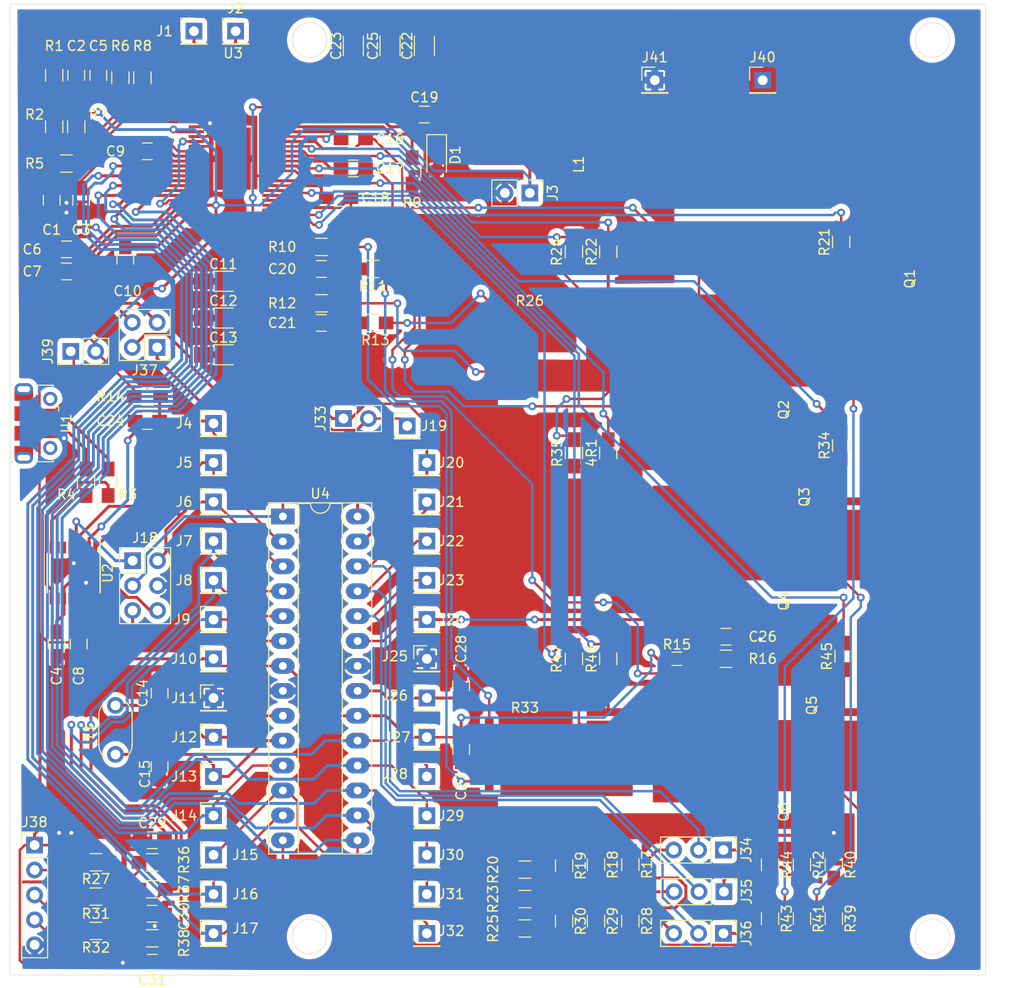
<source format=kicad_pcb>
(kicad_pcb (version 20171130) (host pcbnew "(5.1.2)-2")
  (layers (0 F.Cu signal) (31 B.Cu signal) (34 B.Paste user) (35 F.Paste user) (36 B.SilkS user) (37 F.SilkS user) (38 B.Mask user) (39 F.Mask user) (44 Edge.Cuts user))
  (net 0 "")
  (net 1 M_L2)
  (net 2 "Net-(4R1-Pad1)")
  (net 3 H2_LOW)
  (net 4 "Net-(C1-Pad1)")
  (net 5 "Net-(C2-Pad2)")
  (net 6 "Net-(C4-Pad1)")
  (net 7 "Net-(C5-Pad2)")
  (net 8 "Net-(C6-Pad2)")
  (net 9 5V)
  (net 10 "Net-(C9-Pad2)")
  (net 11 "Net-(C9-Pad1)")
  (net 12 "Net-(C10-Pad1)")
  (net 13 V_SUPPLY)
  (net 14 X1)
  (net 15 X2)
  (net 16 "Net-(C16-Pad1)")
  (net 17 H1_VS)
  (net 18 H2_VS)
  (net 19 "Net-(C17-Pad1)")
  (net 20 "Net-(C18-Pad1)")
  (net 21 H3_VS)
  (net 22 "Net-(C19-Pad2)")
  (net 23 "Net-(C19-Pad1)")
  (net 24 "Net-(C20-Pad1)")
  (net 25 "Net-(C20-Pad2)")
  (net 26 "Net-(C21-Pad1)")
  (net 27 "Net-(C21-Pad2)")
  (net 28 RESET)
  (net 29 RTS)
  (net 30 NTC)
  (net 31 "Net-(C28-Pad1)")
  (net 32 HALL_3)
  (net 33 HALL_2)
  (net 34 HALL_1)
  (net 35 "Net-(J1-Pad1)")
  (net 36 "Net-(J2-Pad1)")
  (net 37 Rx)
  (net 38 Tx)
  (net 39 FAULT)
  (net 40 D6)
  (net 41 EN_GATE)
  (net 42 H1)
  (net 43 SCL)
  (net 44 SDA)
  (net 45 A1)
  (net 46 A2)
  (net 47 A3)
  (net 48 L3)
  (net 49 L2)
  (net 50 L1)
  (net 51 H3)
  (net 52 H2)
  (net 53 SENS1)
  (net 54 SENSE1)
  (net 55 SENS2)
  (net 56 SENSE2)
  (net 57 SENSE3)
  (net 58 SENS3)
  (net 59 BR_SO2)
  (net 60 BR_SO1)
  (net 61 HALL_3_IN)
  (net 62 HALL_2_IN)
  (net 63 HALL_1_IN)
  (net 64 "Net-(Q1-Pad2)")
  (net 65 "Net-(Q2-Pad2)")
  (net 66 H1_LOW)
  (net 67 "Net-(Q3-Pad2)")
  (net 68 "Net-(Q5-Pad2)")
  (net 69 "Net-(Q6-Pad2)")
  (net 70 H3_LOW)
  (net 71 "Net-(R1-Pad2)")
  (net 72 D-)
  (net 73 "Net-(R3-Pad2)")
  (net 74 D+)
  (net 75 "Net-(R4-Pad1)")
  (net 76 "Net-(R5-Pad2)")
  (net 77 "Net-(R8-Pad1)")
  (net 78 "Net-(R9-Pad1)")
  (net 79 SH1_A)
  (net 80 SH1_B)
  (net 81 SH2_A)
  (net 82 SH2_B)
  (net 83 M_H1)
  (net 84 M_L1)
  (net 85 M_H2)
  (net 86 M_H3)
  (net 87 M_L3)
  (net 88 "Net-(J39-Pad1)")
  (module Connector_PinHeader_2.54mm:PinHeader_1x01_P2.54mm_Vertical (layer F.Cu) (at 149.5 29.5)
    (fp_text reference J41 (at 0 -2.33) (layer F.SilkS))
    (fp_text value Conn_01x01)
    (pad 1 thru_hole rect (at 0 0) (size 1.7 1.7) (drill 1) (layers *.Cu *.Mask) (net 3 H2_LOW))
  )
  (module Connector_PinHeader_2.54mm:PinHeader_1x01_P2.54mm_Vertical (layer F.Cu) (at 160.5 29.5)
    (fp_text reference J40 (at 0 -2.33) (layer F.SilkS))
    (fp_text value Conn_01x01)
    (pad 1 thru_hole rect (at 0 0) (size 1.7 1.7) (drill 1) (layers *.Cu *.Mask) (net 13 V_SUPPLY))
  )
  (module Connector_PinHeader_2.54mm:PinHeader_1x02_P2.54mm_Vertical (layer F.Cu) (at 89.94 57.15 90)
    (fp_text reference J39 (at 0 -2.33 90) (layer F.SilkS))
    (fp_text value Conn_01x02)
    (pad 2 thru_hole oval (at 0 2.54 90) (size 1.7 1.7) (drill 1) (layers *.Cu *.Mask) (net 9 5V))
    (pad 1 thru_hole rect (at 0 0 90) (size 1.7 1.7) (drill 1) (layers *.Cu *.Mask) (net 88 "Net-(J39-Pad1)"))
  )
  (module Resistors_SMD:R_0805_HandSoldering (layer F.Cu) (at 144.75 67.5 90)
    (fp_text reference 4R1 (at 0 -1.7 90) (layer F.SilkS))
    (fp_text value 15kR)
    (pad 2 smd rect (at 1.35 0 90) (size 1.5 1.3) (layers F.Cu F.Paste F.Mask) (net 1 M_L2))
    (pad 1 smd rect (at -1.35 0 90) (size 1.5 1.3) (layers F.Cu F.Paste F.Mask) (net 2 "Net-(4R1-Pad1)"))
  )
  (module Capacitors_SMD:C_0805_HandSoldering (layer F.Cu) (at 88 41.75 270)
    (fp_text reference C1 (at 3 0 180) (layer F.SilkS))
    (fp_text value 2,2uFK)
    (pad 2 smd rect (at 1.25 0 270) (size 1.5 1.25) (layers F.Cu F.Paste F.Mask) (net 3 H2_LOW))
    (pad 1 smd rect (at -1.25 0 270) (size 1.5 1.25) (layers F.Cu F.Paste F.Mask) (net 4 "Net-(C1-Pad1)"))
  )
  (module Capacitors_SMD:C_0805_HandSoldering (layer F.Cu) (at 90.5 29 270)
    (fp_text reference C2 (at -3 0 180) (layer F.SilkS))
    (fp_text value 120pFK)
    (pad 1 smd rect (at -1.25 0 270) (size 1.5 1.25) (layers F.Cu F.Paste F.Mask) (net 3 H2_LOW))
    (pad 2 smd rect (at 1.25 0 270) (size 1.5 1.25) (layers F.Cu F.Paste F.Mask) (net 5 "Net-(C2-Pad2)"))
  )
  (module Capacitors_SMD:C_0805_HandSoldering (layer F.Cu) (at 91 41.75 270)
    (fp_text reference C3 (at 3 0 180) (layer F.SilkS))
    (fp_text value 2,2uFK)
    (pad 1 smd rect (at -1.25 0 270) (size 1.5 1.25) (layers F.Cu F.Paste F.Mask) (net 4 "Net-(C1-Pad1)"))
    (pad 2 smd rect (at 1.25 0 270) (size 1.5 1.25) (layers F.Cu F.Paste F.Mask) (net 3 H2_LOW))
  )
  (module Capacitors_SMD:C_0805_HandSoldering (layer F.Cu) (at 88.5 87 270)
    (fp_text reference C4 (at 3.25 0 90) (layer F.SilkS))
    (fp_text value 0.1uFK)
    (pad 1 smd rect (at -1.25 0 270) (size 1.5 1.25) (layers F.Cu F.Paste F.Mask) (net 6 "Net-(C4-Pad1)"))
    (pad 2 smd rect (at 1.25 0 270) (size 1.5 1.25) (layers F.Cu F.Paste F.Mask) (net 3 H2_LOW))
  )
  (module Capacitors_SMD:C_0805_HandSoldering (layer F.Cu) (at 92.75 29 270)
    (fp_text reference C5 (at -3 0 180) (layer F.SilkS))
    (fp_text value 6,8nFK)
    (pad 2 smd rect (at 1.25 0 270) (size 1.5 1.25) (layers F.Cu F.Paste F.Mask) (net 7 "Net-(C5-Pad2)"))
    (pad 1 smd rect (at -1.25 0 270) (size 1.5 1.25) (layers F.Cu F.Paste F.Mask) (net 3 H2_LOW))
  )
  (module Capacitors_SMD:C_0805_HandSoldering (layer F.Cu) (at 89.5 46.75)
    (fp_text reference C6 (at -3.5 0) (layer F.SilkS))
    (fp_text value 2,2uFK)
    (pad 1 smd rect (at -1.25 0) (size 1.5 1.25) (layers F.Cu F.Paste F.Mask) (net 3 H2_LOW))
    (pad 2 smd rect (at 1.25 0) (size 1.5 1.25) (layers F.Cu F.Paste F.Mask) (net 8 "Net-(C6-Pad2)"))
  )
  (module Capacitors_SMD:C_0805_HandSoldering (layer F.Cu) (at 89.5 49)
    (fp_text reference C7 (at -3.5 0) (layer F.SilkS))
    (fp_text value 2,2uFK)
    (pad 2 smd rect (at 1.25 0) (size 1.5 1.25) (layers F.Cu F.Paste F.Mask) (net 8 "Net-(C6-Pad2)"))
    (pad 1 smd rect (at -1.25 0) (size 1.5 1.25) (layers F.Cu F.Paste F.Mask) (net 3 H2_LOW))
  )
  (module Capacitors_SMD:C_0805_HandSoldering (layer F.Cu) (at 90.75 87 270)
    (fp_text reference C8 (at 3.25 0 90) (layer F.SilkS))
    (fp_text value 0.1uFK)
    (pad 1 smd rect (at -1.25 0 270) (size 1.5 1.25) (layers F.Cu F.Paste F.Mask) (net 9 5V))
    (pad 2 smd rect (at 1.25 0 270) (size 1.5 1.25) (layers F.Cu F.Paste F.Mask) (net 3 H2_LOW))
  )
  (module Capacitors_SMD:C_0805_HandSoldering (layer F.Cu) (at 97.75 36.75)
    (fp_text reference C9 (at -3.25 0) (layer F.SilkS))
    (fp_text value 22nFk)
    (pad 2 smd rect (at 1.25 0) (size 1.5 1.25) (layers F.Cu F.Paste F.Mask) (net 10 "Net-(C9-Pad2)"))
    (pad 1 smd rect (at -1.25 0) (size 1.5 1.25) (layers F.Cu F.Paste F.Mask) (net 11 "Net-(C9-Pad1)"))
  )
  (module Capacitors_SMD:C_0805_HandSoldering (layer F.Cu) (at 95.5 47.75 270)
    (fp_text reference C10 (at 3.25 -0.25 180) (layer F.SilkS))
    (fp_text value 2,2uFK)
    (pad 1 smd rect (at -1.25 0 270) (size 1.5 1.25) (layers F.Cu F.Paste F.Mask) (net 12 "Net-(C10-Pad1)"))
    (pad 2 smd rect (at 1.25 0 270) (size 1.5 1.25) (layers F.Cu F.Paste F.Mask) (net 3 H2_LOW))
  )
  (module Capacitors_SMD:C_1206_HandSoldering (layer F.Cu) (at 105.5 50)
    (fp_text reference C11 (at 0 -1.75) (layer F.SilkS))
    (fp_text value "10uFK (50V)")
    (pad 2 smd rect (at 2 0) (size 2 1.6) (layers F.Cu F.Paste F.Mask) (net 13 V_SUPPLY))
    (pad 1 smd rect (at -2 0) (size 2 1.6) (layers F.Cu F.Paste F.Mask) (net 3 H2_LOW))
  )
  (module Capacitors_SMD:C_1206_HandSoldering (layer F.Cu) (at 105.5 53.75)
    (fp_text reference C12 (at 0 -1.75) (layer F.SilkS))
    (fp_text value "10uFK (50V)")
    (pad 1 smd rect (at -2 0) (size 2 1.6) (layers F.Cu F.Paste F.Mask) (net 3 H2_LOW))
    (pad 2 smd rect (at 2 0) (size 2 1.6) (layers F.Cu F.Paste F.Mask) (net 13 V_SUPPLY))
  )
  (module Capacitors_SMD:C_1206_HandSoldering (layer F.Cu) (at 105.5 57.5)
    (fp_text reference C13 (at 0 -1.75) (layer F.SilkS))
    (fp_text value "10uFK (50V)")
    (pad 1 smd rect (at -2 0) (size 2 1.6) (layers F.Cu F.Paste F.Mask) (net 3 H2_LOW))
    (pad 2 smd rect (at 2 0) (size 2 1.6) (layers F.Cu F.Paste F.Mask) (net 13 V_SUPPLY))
  )
  (module Capacitors_SMD:C_0805_HandSoldering (layer F.Cu) (at 99 92 90)
    (fp_text reference C14 (at 0 -1.75 90) (layer F.SilkS))
    (fp_text value 22pFK)
    (pad 2 smd rect (at 1.25 0 90) (size 1.5 1.25) (layers F.Cu F.Paste F.Mask) (net 3 H2_LOW))
    (pad 1 smd rect (at -1.25 0 90) (size 1.5 1.25) (layers F.Cu F.Paste F.Mask) (net 14 X1))
  )
  (module Capacitors_SMD:C_0805_HandSoldering (layer F.Cu) (at 99 99.5 270)
    (fp_text reference C15 (at 0.75 1.5 90) (layer F.SilkS))
    (fp_text value 22pFK)
    (pad 2 smd rect (at 1.25 0 270) (size 1.5 1.25) (layers F.Cu F.Paste F.Mask) (net 3 H2_LOW))
    (pad 1 smd rect (at -1.25 0 270) (size 1.5 1.25) (layers F.Cu F.Paste F.Mask) (net 15 X2))
  )
  (module Capacitors_SMD:C_0805_HandSoldering (layer F.Cu) (at 118.75 35.5)
    (fp_text reference C16 (at 3.75 0) (layer F.SilkS))
    (fp_text value 220nFK)
    (pad 1 smd rect (at -1.25 0) (size 1.5 1.25) (layers F.Cu F.Paste F.Mask) (net 16 "Net-(C16-Pad1)"))
    (pad 2 smd rect (at 1.25 0) (size 1.5 1.25) (layers F.Cu F.Paste F.Mask) (net 17 H1_VS))
  )
  (module Capacitors_SMD:C_0805_HandSoldering (layer F.Cu) (at 118.75 38.5)
    (fp_text reference C17 (at 3.75 0) (layer F.SilkS))
    (fp_text value 220nFK)
    (pad 2 smd rect (at 1.25 0) (size 1.5 1.25) (layers F.Cu F.Paste F.Mask) (net 18 H2_VS))
    (pad 1 smd rect (at -1.25 0) (size 1.5 1.25) (layers F.Cu F.Paste F.Mask) (net 19 "Net-(C17-Pad1)"))
  )
  (module Capacitors_SMD:C_0805_HandSoldering (layer F.Cu) (at 117.25 41.5)
    (fp_text reference C18 (at 3.75 0) (layer F.SilkS))
    (fp_text value 220nFK)
    (pad 1 smd rect (at -1.25 0) (size 1.5 1.25) (layers F.Cu F.Paste F.Mask) (net 20 "Net-(C18-Pad1)"))
    (pad 2 smd rect (at 1.25 0) (size 1.5 1.25) (layers F.Cu F.Paste F.Mask) (net 21 H3_VS))
  )
  (module Capacitors_SMD:C_0805_HandSoldering (layer F.Cu) (at 126 33)
    (fp_text reference C19 (at 0 -1.75) (layer F.SilkS))
    (fp_text value 100nFK)
    (pad 2 smd rect (at 1.25 0) (size 1.5 1.25) (layers F.Cu F.Paste F.Mask) (net 22 "Net-(C19-Pad2)"))
    (pad 1 smd rect (at -1.25 0) (size 1.5 1.25) (layers F.Cu F.Paste F.Mask) (net 23 "Net-(C19-Pad1)"))
  )
  (module Capacitors_SMD:C_0805_HandSoldering (layer F.Cu) (at 115.5 48.75)
    (fp_text reference C20 (at -4 0) (layer F.SilkS))
    (fp_text value 2,2nFK)
    (pad 1 smd rect (at -1.25 0) (size 1.5 1.25) (layers F.Cu F.Paste F.Mask) (net 24 "Net-(C20-Pad1)"))
    (pad 2 smd rect (at 1.25 0) (size 1.5 1.25) (layers F.Cu F.Paste F.Mask) (net 25 "Net-(C20-Pad2)"))
  )
  (module Capacitors_SMD:C_0805_HandSoldering (layer F.Cu) (at 115.5 54.25)
    (fp_text reference C21 (at -4 0) (layer F.SilkS))
    (fp_text value 2,2nFK)
    (pad 1 smd rect (at -1.25 0) (size 1.5 1.25) (layers F.Cu F.Paste F.Mask) (net 26 "Net-(C21-Pad1)"))
    (pad 2 smd rect (at 1.25 0) (size 1.5 1.25) (layers F.Cu F.Paste F.Mask) (net 27 "Net-(C21-Pad2)"))
  )
  (module Capacitors_SMD:C_1206_HandSoldering (layer F.Cu) (at 126 26 90)
    (fp_text reference C22 (at 0 -1.75 90) (layer F.SilkS))
    (fp_text value "10uFK (50V)")
    (pad 2 smd rect (at 2 0 90) (size 2 1.6) (layers F.Cu F.Paste F.Mask) (net 3 H2_LOW))
    (pad 1 smd rect (at -2 0 90) (size 2 1.6) (layers F.Cu F.Paste F.Mask) (net 13 V_SUPPLY))
  )
  (module Capacitors_SMD:C_1206_HandSoldering (layer F.Cu) (at 118.75 26 90)
    (fp_text reference C23 (at 0 -1.75 90) (layer F.SilkS))
    (fp_text value "10uFK (50V)")
    (pad 1 smd rect (at -2 0 90) (size 2 1.6) (layers F.Cu F.Paste F.Mask) (net 13 V_SUPPLY))
    (pad 2 smd rect (at 2 0 90) (size 2 1.6) (layers F.Cu F.Paste F.Mask) (net 3 H2_LOW))
  )
  (module Capacitors_SMD:C_0805_HandSoldering (layer F.Cu) (at 97.75 64.25 180)
    (fp_text reference C24 (at 3.75 0) (layer F.SilkS))
    (fp_text value 0.1uFK)
    (pad 1 smd rect (at -1.25 0 180) (size 1.5 1.25) (layers F.Cu F.Paste F.Mask) (net 28 RESET))
    (pad 2 smd rect (at 1.25 0 180) (size 1.5 1.25) (layers F.Cu F.Paste F.Mask) (net 29 RTS))
  )
  (module Capacitors_SMD:C_1206_HandSoldering (layer F.Cu) (at 122.5 26 90)
    (fp_text reference C25 (at 0 -1.75 90) (layer F.SilkS))
    (fp_text value "10uFK (50V)")
    (pad 2 smd rect (at 2 0 90) (size 2 1.6) (layers F.Cu F.Paste F.Mask) (net 3 H2_LOW))
    (pad 1 smd rect (at -2 0 90) (size 2 1.6) (layers F.Cu F.Paste F.Mask) (net 13 V_SUPPLY))
  )
  (module Capacitors_SMD:C_0805_HandSoldering (layer F.Cu) (at 156.75 86.25)
    (fp_text reference C26 (at 3.75 0) (layer F.SilkS))
    (fp_text value 2,2uFK)
    (pad 2 smd rect (at 1.25 0) (size 1.5 1.25) (layers F.Cu F.Paste F.Mask) (net 3 H2_LOW))
    (pad 1 smd rect (at -1.25 0) (size 1.5 1.25) (layers F.Cu F.Paste F.Mask) (net 30 NTC))
  )
  (module Capacitors_SMD:C_0805_HandSoldering (layer F.Cu) (at 129.75 97.75 270)
    (fp_text reference C27 (at 3.75 0 90) (layer F.SilkS))
    (fp_text value 0.1uFK)
    (pad 1 smd rect (at -1.25 0 270) (size 1.5 1.25) (layers F.Cu F.Paste F.Mask) (net 9 5V))
    (pad 2 smd rect (at 1.25 0 270) (size 1.5 1.25) (layers F.Cu F.Paste F.Mask) (net 3 H2_LOW))
  )
  (module Capacitors_SMD:C_0805_HandSoldering (layer F.Cu) (at 129.75 91.25 90)
    (fp_text reference C28 (at 3.75 0 90) (layer F.SilkS))
    (fp_text value 0.1uFK)
    (pad 2 smd rect (at 1.25 0 90) (size 1.5 1.25) (layers F.Cu F.Paste F.Mask) (net 3 H2_LOW))
    (pad 1 smd rect (at -1.25 0 90) (size 1.5 1.25) (layers F.Cu F.Paste F.Mask) (net 31 "Net-(C28-Pad1)"))
  )
  (module Capacitors_SMD:C_0805_HandSoldering (layer F.Cu) (at 98.25 107 180)
    (fp_text reference C29 (at 0 1.75) (layer F.SilkS))
    (fp_text value 4n7K)
    (pad 1 smd rect (at -1.25 0 180) (size 1.5 1.25) (layers F.Cu F.Paste F.Mask) (net 32 HALL_3))
    (pad 2 smd rect (at 1.25 0 180) (size 1.5 1.25) (layers F.Cu F.Paste F.Mask) (net 3 H2_LOW))
  )
  (module Capacitors_SMD:C_0805_HandSoldering (layer F.Cu) (at 98.25 114.5)
    (fp_text reference C30 (at 3.25 0.25 90) (layer F.SilkS))
    (fp_text value 4n7K)
    (pad 2 smd rect (at 1.25 0) (size 1.5 1.25) (layers F.Cu F.Paste F.Mask) (net 3 H2_LOW))
    (pad 1 smd rect (at -1.25 0) (size 1.5 1.25) (layers F.Cu F.Paste F.Mask) (net 33 HALL_2))
  )
  (module Capacitors_SMD:C_0805_HandSoldering (layer F.Cu) (at 98.25 119.5 180)
    (fp_text reference C31 (at 0 -1.75) (layer F.SilkS))
    (fp_text value 4n7K)
    (pad 1 smd rect (at -1.25 0 180) (size 1.5 1.25) (layers F.Cu F.Paste F.Mask) (net 34 HALL_1))
    (pad 2 smd rect (at 1.25 0 180) (size 1.5 1.25) (layers F.Cu F.Paste F.Mask) (net 3 H2_LOW))
  )
  (module Diode_SMD:D_SOD-123F (layer F.Cu) (at 127.25 37.25 270)
    (fp_text reference D1 (at -0.127 -1.905 90) (layer F.SilkS))
    (fp_text value D_Schottky)
    (pad 1 smd rect (at -1.4 0 270) (size 1.1 1.1) (layers F.Cu F.Paste F.Mask) (net 22 "Net-(C19-Pad2)"))
    (pad 2 smd rect (at 1.4 0 270) (size 1.1 1.1) (layers F.Cu F.Paste F.Mask) (net 3 H2_LOW))
  )
  (module Connector_PinHeader_2.54mm:PinHeader_1x01_P2.54mm_Vertical (layer F.Cu) (at 102.5 24.5)
    (fp_text reference J1 (at -3 0) (layer F.SilkS))
    (fp_text value Conn_01x01)
    (pad 1 thru_hole rect (at 0 0) (size 1.7 1.7) (drill 1) (layers *.Cu *.Mask) (net 35 "Net-(J1-Pad1)"))
  )
  (module Connector_PinHeader_2.54mm:PinHeader_1x01_P2.54mm_Vertical (layer F.Cu) (at 106.75 24.5)
    (fp_text reference J2 (at 0 -2.33) (layer F.SilkS))
    (fp_text value Conn_01x01)
    (pad 1 thru_hole rect (at 0 0) (size 1.7 1.7) (drill 1) (layers *.Cu *.Mask) (net 36 "Net-(J2-Pad1)"))
  )
  (module Connector_PinHeader_2.54mm:PinHeader_1x02_P2.54mm_Vertical (layer F.Cu) (at 136.75 41 270)
    (fp_text reference J3 (at 0 -2.33 90) (layer F.SilkS))
    (fp_text value 100uF)
    (pad 2 thru_hole oval (at 0 2.54 270) (size 1.7 1.7) (drill 1) (layers *.Cu *.Mask) (net 3 H2_LOW))
    (pad 1 thru_hole rect (at 0 0 270) (size 1.7 1.7) (drill 1) (layers *.Cu *.Mask) (net 9 5V))
  )
  (module Connector_PinHeader_2.54mm:PinHeader_1x01_P2.54mm_Vertical (layer F.Cu) (at 104.5 64.5)
    (fp_text reference J4 (at -3 0) (layer F.SilkS))
    (fp_text value Conn_01x01)
    (pad 1 thru_hole rect (at 0 0) (size 1.7 1.7) (drill 1) (layers *.Cu *.Mask) (net 28 RESET))
  )
  (module Connector_PinHeader_2.54mm:PinHeader_1x01_P2.54mm_Vertical (layer F.Cu) (at 104.5 68.5)
    (fp_text reference J5 (at -3 0) (layer F.SilkS))
    (fp_text value Conn_01x01)
    (pad 1 thru_hole rect (at 0 0) (size 1.7 1.7) (drill 1) (layers *.Cu *.Mask) (net 37 Rx))
  )
  (module Connector_PinHeader_2.54mm:PinHeader_1x01_P2.54mm_Vertical (layer F.Cu) (at 104.5 72.5)
    (fp_text reference J6 (at -3 0) (layer F.SilkS))
    (fp_text value Conn_01x01)
    (pad 1 thru_hole rect (at 0 0) (size 1.7 1.7) (drill 1) (layers *.Cu *.Mask) (net 38 Tx))
  )
  (module Connector_PinHeader_2.54mm:PinHeader_1x01_P2.54mm_Vertical (layer F.Cu) (at 104.5 76.5)
    (fp_text reference J7 (at -3 0) (layer F.SilkS))
    (fp_text value Conn_01x01)
    (pad 1 thru_hole rect (at 0 0) (size 1.7 1.7) (drill 1) (layers *.Cu *.Mask) (net 34 HALL_1))
  )
  (module Connector_PinHeader_2.54mm:PinHeader_1x01_P2.54mm_Vertical (layer F.Cu) (at 104.5 80.5)
    (fp_text reference J8 (at -3 0) (layer F.SilkS))
    (fp_text value Conn_01x01)
    (pad 1 thru_hole rect (at 0 0) (size 1.7 1.7) (drill 1) (layers *.Cu *.Mask) (net 33 HALL_2))
  )
  (module Connector_PinHeader_2.54mm:PinHeader_1x01_P2.54mm_Vertical (layer F.Cu) (at 104.5 84.5)
    (fp_text reference J9 (at -3.200001 -0.020001) (layer F.SilkS))
    (fp_text value Conn_01x01)
    (pad 1 thru_hole rect (at 0 0) (size 1.7 1.7) (drill 1) (layers *.Cu *.Mask) (net 32 HALL_3))
  )
  (module Connector_PinHeader_2.54mm:PinHeader_1x01_P2.54mm_Vertical (layer F.Cu) (at 104.5 88.5)
    (fp_text reference J10 (at -3 0) (layer F.SilkS))
    (fp_text value Conn_01x01)
    (pad 1 thru_hole rect (at 0 0) (size 1.7 1.7) (drill 1) (layers *.Cu *.Mask) (net 9 5V))
  )
  (module Connector_PinHeader_2.54mm:PinHeader_1x01_P2.54mm_Vertical (layer F.Cu) (at 104.5 92.5)
    (fp_text reference J11 (at -3 0) (layer F.SilkS))
    (fp_text value Conn_01x01)
    (pad 1 thru_hole rect (at 0 0) (size 1.7 1.7) (drill 1) (layers *.Cu *.Mask) (net 3 H2_LOW))
  )
  (module Connector_PinHeader_2.54mm:PinHeader_1x01_P2.54mm_Vertical (layer F.Cu) (at 104.5 96.5)
    (fp_text reference J12 (at -3 0) (layer F.SilkS))
    (fp_text value Conn_01x01)
    (pad 1 thru_hole rect (at 0 0) (size 1.7 1.7) (drill 1) (layers *.Cu *.Mask) (net 14 X1))
  )
  (module Connector_PinHeader_2.54mm:PinHeader_1x01_P2.54mm_Vertical (layer F.Cu) (at 104.5 100.5)
    (fp_text reference J13 (at -3 0) (layer F.SilkS))
    (fp_text value Conn_01x01)
    (pad 1 thru_hole rect (at 0 0) (size 1.7 1.7) (drill 1) (layers *.Cu *.Mask) (net 15 X2))
  )
  (module Connector_PinHeader_2.54mm:PinHeader_1x01_P2.54mm_Vertical (layer F.Cu) (at 104.5 104.5)
    (fp_text reference J14 (at -3 0) (layer F.SilkS))
    (fp_text value Conn_01x01)
    (pad 1 thru_hole rect (at 0 0) (size 1.7 1.7) (drill 1) (layers *.Cu *.Mask) (net 39 FAULT))
  )
  (module Connector_PinHeader_2.54mm:PinHeader_1x01_P2.54mm_Vertical (layer F.Cu) (at 104.5 108.5)
    (fp_text reference J15 (at 3.25 0) (layer F.SilkS))
    (fp_text value Conn_01x01)
    (pad 1 thru_hole rect (at 0 0) (size 1.7 1.7) (drill 1) (layers *.Cu *.Mask) (net 40 D6))
  )
  (module Connector_PinHeader_2.54mm:PinHeader_1x01_P2.54mm_Vertical (layer F.Cu) (at 104.5 112.5)
    (fp_text reference J16 (at 3.25 0) (layer F.SilkS))
    (fp_text value Conn_01x01)
    (pad 1 thru_hole rect (at 0 0) (size 1.7 1.7) (drill 1) (layers *.Cu *.Mask) (net 41 EN_GATE))
  )
  (module Connector_PinHeader_2.54mm:PinHeader_1x01_P2.54mm_Vertical (layer F.Cu) (at 104.5 116.5)
    (fp_text reference J17 (at 3.25 -0.5) (layer F.SilkS))
    (fp_text value Conn_01x01)
    (pad 1 thru_hole rect (at 0 0) (size 1.7 1.7) (drill 1) (layers *.Cu *.Mask) (net 42 H1))
  )
  (module Connector_PinHeader_2.54mm:PinHeader_2x03_P2.54mm_Vertical (layer F.Cu) (at 96.25 78.5)
    (fp_text reference J18 (at 1.27 -2.33) (layer F.SilkS))
    (fp_text value Conn_02x03_Counter_Clockwise)
    (pad 1 thru_hole rect (at 0 0) (size 1.7 1.7) (drill 1) (layers *.Cu *.Mask) (net 37 Rx))
    (pad 2 thru_hole oval (at 2.54 0) (size 1.7 1.7) (drill 1) (layers *.Cu *.Mask) (net 38 Tx))
    (pad 3 thru_hole oval (at 0 2.54) (size 1.7 1.7) (drill 1) (layers *.Cu *.Mask) (net 28 RESET))
    (pad 4 thru_hole oval (at 2.54 2.54) (size 1.7 1.7) (drill 1) (layers *.Cu *.Mask) (net 3 H2_LOW))
    (pad 5 thru_hole oval (at 0 5.08) (size 1.7 1.7) (drill 1) (layers *.Cu *.Mask) (net 9 5V))
    (pad 6 thru_hole oval (at 2.54 5.08) (size 1.7 1.7) (drill 1) (layers *.Cu *.Mask) (net 29 RTS))
  )
  (module Connector_PinHeader_2.54mm:PinHeader_1x01_P2.54mm_Vertical (layer F.Cu) (at 124.25 64.75)
    (fp_text reference J19 (at 2.75 0) (layer F.SilkS))
    (fp_text value Conn_01x01)
    (pad 1 thru_hole rect (at 0 0) (size 1.7 1.7) (drill 1) (layers *.Cu *.Mask) (net 43 SCL))
  )
  (module Connector_PinHeader_2.54mm:PinHeader_1x01_P2.54mm_Vertical (layer F.Cu) (at 126.25 68.5)
    (fp_text reference J20 (at 2.5 0) (layer F.SilkS))
    (fp_text value Conn_01x01)
    (pad 1 thru_hole rect (at 0 0) (size 1.7 1.7) (drill 1) (layers *.Cu *.Mask) (net 44 SDA))
  )
  (module Connector_PinHeader_2.54mm:PinHeader_1x01_P2.54mm_Vertical (layer F.Cu) (at 126.25 72.5)
    (fp_text reference J21 (at 2.5 0) (layer F.SilkS))
    (fp_text value Conn_01x01)
    (pad 1 thru_hole rect (at 0 0) (size 1.7 1.7) (drill 1) (layers *.Cu *.Mask) (net 45 A1))
  )
  (module Connector_PinHeader_2.54mm:PinHeader_1x01_P2.54mm_Vertical (layer F.Cu) (at 126.25 76.5)
    (fp_text reference J22 (at 2.5 0) (layer F.SilkS))
    (fp_text value Conn_01x01)
    (pad 1 thru_hole rect (at 0 0) (size 1.7 1.7) (drill 1) (layers *.Cu *.Mask) (net 46 A2))
  )
  (module Connector_PinHeader_2.54mm:PinHeader_1x01_P2.54mm_Vertical (layer F.Cu) (at 126.25 80.5)
    (fp_text reference J23 (at 2.5 0) (layer F.SilkS))
    (fp_text value Conn_01x01)
    (pad 1 thru_hole rect (at 0 0) (size 1.7 1.7) (drill 1) (layers *.Cu *.Mask) (net 47 A3))
  )
  (module Connector_PinHeader_2.54mm:PinHeader_1x01_P2.54mm_Vertical (layer F.Cu) (at 126.25 84.5)
    (fp_text reference J24 (at 2.5 0) (layer F.SilkS))
    (fp_text value Conn_01x01)
    (pad 1 thru_hole rect (at 0 0) (size 1.7 1.7) (drill 1) (layers *.Cu *.Mask) (net 30 NTC))
  )
  (module Connector_PinHeader_2.54mm:PinHeader_1x01_P2.54mm_Vertical (layer F.Cu) (at 126.25 88.5)
    (fp_text reference J25 (at -3.25 -0.25) (layer F.SilkS))
    (fp_text value Conn_01x01)
    (pad 1 thru_hole rect (at 0 0) (size 1.7 1.7) (drill 1) (layers *.Cu *.Mask) (net 3 H2_LOW))
  )
  (module Connector_PinHeader_2.54mm:PinHeader_1x01_P2.54mm_Vertical (layer F.Cu) (at 126.25 92.5)
    (fp_text reference J26 (at -3.25 -0.25) (layer F.SilkS))
    (fp_text value Conn_01x01)
    (pad 1 thru_hole rect (at 0 0) (size 1.7 1.7) (drill 1) (layers *.Cu *.Mask) (net 31 "Net-(C28-Pad1)"))
  )
  (module Connector_PinHeader_2.54mm:PinHeader_1x01_P2.54mm_Vertical (layer F.Cu) (at 126.25 96.5)
    (fp_text reference J27 (at -3 0) (layer F.SilkS))
    (fp_text value Conn_01x01)
    (pad 1 thru_hole rect (at 0 0) (size 1.7 1.7) (drill 1) (layers *.Cu *.Mask) (net 9 5V))
  )
  (module Connector_PinHeader_2.54mm:PinHeader_1x01_P2.54mm_Vertical (layer F.Cu) (at 126.25 100.5)
    (fp_text reference J28 (at -3.25 -0.25) (layer F.SilkS))
    (fp_text value Conn_01x01)
    (pad 1 thru_hole rect (at 0 0) (size 1.7 1.7) (drill 1) (layers *.Cu *.Mask) (net 48 L3))
  )
  (module Connector_PinHeader_2.54mm:PinHeader_1x01_P2.54mm_Vertical (layer F.Cu) (at 126.25 104.5)
    (fp_text reference J29 (at 2.5 0) (layer F.SilkS))
    (fp_text value Conn_01x01)
    (pad 1 thru_hole rect (at 0 0) (size 1.7 1.7) (drill 1) (layers *.Cu *.Mask) (net 49 L2))
  )
  (module Connector_PinHeader_2.54mm:PinHeader_1x01_P2.54mm_Vertical (layer F.Cu) (at 126.25 108.5)
    (fp_text reference J30 (at 2.5 0) (layer F.SilkS))
    (fp_text value Conn_01x01)
    (pad 1 thru_hole rect (at 0 0) (size 1.7 1.7) (drill 1) (layers *.Cu *.Mask) (net 50 L1))
  )
  (module Connector_PinHeader_2.54mm:PinHeader_1x01_P2.54mm_Vertical (layer F.Cu) (at 126.25 112.5)
    (fp_text reference J31 (at 2.5 0) (layer F.SilkS))
    (fp_text value Conn_01x01)
    (pad 1 thru_hole rect (at 0 0) (size 1.7 1.7) (drill 1) (layers *.Cu *.Mask) (net 51 H3))
  )
  (module Connector_PinHeader_2.54mm:PinHeader_1x01_P2.54mm_Vertical (layer F.Cu) (at 126.25 116.5)
    (fp_text reference J32 (at 2.5 -0.25) (layer F.SilkS))
    (fp_text value Conn_01x01)
    (pad 1 thru_hole rect (at 0 0) (size 1.7 1.7) (drill 1) (layers *.Cu *.Mask) (net 52 H2))
  )
  (module Connector_PinHeader_2.54mm:PinHeader_1x02_P2.54mm_Vertical (layer F.Cu) (at 117.75 64 90)
    (fp_text reference J33 (at 0 -2.33 90) (layer F.SilkS))
    (fp_text value Conn_01x02)
    (pad 1 thru_hole rect (at 0 0 90) (size 1.7 1.7) (drill 1) (layers *.Cu *.Mask) (net 44 SDA))
    (pad 2 thru_hole oval (at 0 2.54 90) (size 1.7 1.7) (drill 1) (layers *.Cu *.Mask) (net 43 SCL))
  )
  (module Connector_PinHeader_2.54mm:PinHeader_1x03_P2.54mm_Vertical (layer F.Cu) (at 156.5 108 270)
    (fp_text reference J34 (at 0 -2.33 90) (layer F.SilkS))
    (fp_text value Conn_01x03)
    (pad 1 thru_hole rect (at 0 0 270) (size 1.7 1.7) (drill 1) (layers *.Cu *.Mask) (net 53 SENS1))
    (pad 2 thru_hole oval (at 0 2.54 270) (size 1.7 1.7) (drill 1) (layers *.Cu *.Mask) (net 45 A1))
    (pad 3 thru_hole oval (at 0 5.08 270) (size 1.7 1.7) (drill 1) (layers *.Cu *.Mask) (net 54 SENSE1))
  )
  (module Connector_PinHeader_2.54mm:PinHeader_1x03_P2.54mm_Vertical (layer F.Cu) (at 156.54 112.25 270)
    (fp_text reference J35 (at 0 -2.33 90) (layer F.SilkS))
    (fp_text value Conn_01x03)
    (pad 1 thru_hole rect (at 0 0 270) (size 1.7 1.7) (drill 1) (layers *.Cu *.Mask) (net 55 SENS2))
    (pad 2 thru_hole oval (at 0 2.54 270) (size 1.7 1.7) (drill 1) (layers *.Cu *.Mask) (net 46 A2))
    (pad 3 thru_hole oval (at 0 5.08 270) (size 1.7 1.7) (drill 1) (layers *.Cu *.Mask) (net 56 SENSE2))
  )
  (module Connector_PinHeader_2.54mm:PinHeader_1x03_P2.54mm_Vertical (layer F.Cu) (at 156.5 116.5 270)
    (fp_text reference J36 (at 0 -2.33 90) (layer F.SilkS))
    (fp_text value Conn_01x03)
    (pad 3 thru_hole oval (at 0 5.08 270) (size 1.7 1.7) (drill 1) (layers *.Cu *.Mask) (net 57 SENSE3))
    (pad 2 thru_hole oval (at 0 2.54 270) (size 1.7 1.7) (drill 1) (layers *.Cu *.Mask) (net 47 A3))
    (pad 1 thru_hole rect (at 0 0 270) (size 1.7 1.7) (drill 1) (layers *.Cu *.Mask) (net 58 SENS3))
  )
  (module Connector_PinHeader_2.54mm:PinHeader_2x02_P2.54mm_Vertical (layer F.Cu) (at 98.75 56.75 180)
    (fp_text reference J37 (at 1.27 -2.33) (layer F.SilkS))
    (fp_text value Conn_02x02_Counter_Clockwise)
    (pad 1 thru_hole rect (at 0 0 180) (size 1.7 1.7) (drill 1) (layers *.Cu *.Mask) (net 43 SCL))
    (pad 2 thru_hole oval (at 2.54 0 180) (size 1.7 1.7) (drill 1) (layers *.Cu *.Mask) (net 44 SDA))
    (pad 3 thru_hole oval (at 0 2.54 180) (size 1.7 1.7) (drill 1) (layers *.Cu *.Mask) (net 59 BR_SO2))
    (pad 4 thru_hole oval (at 2.54 2.54 180) (size 1.7 1.7) (drill 1) (layers *.Cu *.Mask) (net 60 BR_SO1))
  )
  (module Connector_PinHeader_2.54mm:PinHeader_1x05_P2.54mm_Vertical (layer F.Cu) (at 86.25 107.5)
    (fp_text reference J38 (at 0 -2.33) (layer F.SilkS))
    (fp_text value Conn_01x05)
    (pad 1 thru_hole rect (at 0 0) (size 1.7 1.7) (drill 1) (layers *.Cu *.Mask) (net 9 5V))
    (pad 2 thru_hole oval (at 0 2.54) (size 1.7 1.7) (drill 1) (layers *.Cu *.Mask) (net 61 HALL_3_IN))
    (pad 3 thru_hole oval (at 0 5.08) (size 1.7 1.7) (drill 1) (layers *.Cu *.Mask) (net 62 HALL_2_IN))
    (pad 4 thru_hole oval (at 0 7.62) (size 1.7 1.7) (drill 1) (layers *.Cu *.Mask) (net 63 HALL_1_IN))
    (pad 5 thru_hole oval (at 0 10.16) (size 1.7 1.7) (drill 1) (layers *.Cu *.Mask) (net 3 H2_LOW))
  )
  (module Inductor_SMD:SDR0805 (layer F.Cu) (at 141 31.5 270)
    (fp_text reference L1 (at 6.6 -0.75 90) (layer F.SilkS))
    (fp_text value 22uH)
    (pad 1 smd rect (at 0 6 270) (size 2.7 8) (layers F.Cu F.Paste F.Mask) (net 22 "Net-(C19-Pad2)"))
    (pad 2 smd rect (at 5.3 6 270) (size 2.7 8) (layers F.Cu F.Paste F.Mask) (net 9 5V))
  )
  (module Air_Coils_SML_NEOSID:IRFS7530 (layer F.Cu) (at 186.9 62.85 270)
    (fp_text reference Q1 (at -13.1 11.4 90) (layer F.SilkS))
    (fp_text value IRF7580M)
    (pad 3 smd rect (at -2.54 18.3 270) (size 0.8 4.6) (layers F.Cu F.Paste F.Mask) (net 17 H1_VS))
    (pad 3 smd rect (at -3.81 18.3 270) (size 0.8 4.6) (layers F.Cu F.Paste F.Mask) (net 17 H1_VS))
    (pad 3 smd rect (at -5.08 18.3 270) (size 0.8 4.6) (layers F.Cu F.Paste F.Mask) (net 17 H1_VS))
    (pad 3 smd rect (at -7.62 18.3 270) (size 0.8 4.6) (layers F.Cu F.Paste F.Mask) (net 17 H1_VS))
    (pad 3 smd rect (at -8.89 18.3 270) (size 0.8 4.6) (layers F.Cu F.Paste F.Mask) (net 17 H1_VS))
    (pad 2 smd rect (at -10.16 18.3 270) (size 0.8 4.6) (layers F.Cu F.Paste F.Mask) (net 64 "Net-(Q1-Pad2)"))
    (pad 1 smd rect (at -6.35 9.15 270) (size 10.8 9.4) (layers F.Cu F.Paste F.Mask) (net 13 V_SUPPLY))
  )
  (module Air_Coils_SML_NEOSID:IRFS7530 (layer F.Cu) (at 163.15 63.1 270)
    (fp_text reference Q2 (at 0 0.5 90) (layer F.SilkS))
    (fp_text value IRF7580M)
    (pad 1 smd rect (at -6.35 9.15 270) (size 10.8 9.4) (layers F.Cu F.Paste F.Mask) (net 17 H1_VS))
    (pad 2 smd rect (at -10.16 18.3 270) (size 0.8 4.6) (layers F.Cu F.Paste F.Mask) (net 65 "Net-(Q2-Pad2)"))
    (pad 3 smd rect (at -8.89 18.3 270) (size 0.8 4.6) (layers F.Cu F.Paste F.Mask) (net 66 H1_LOW))
    (pad 3 smd rect (at -7.62 18.3 270) (size 0.8 4.6) (layers F.Cu F.Paste F.Mask) (net 66 H1_LOW))
    (pad 3 smd rect (at -5.08 18.3 270) (size 0.8 4.6) (layers F.Cu F.Paste F.Mask) (net 66 H1_LOW))
    (pad 3 smd rect (at -3.81 18.3 270) (size 0.8 4.6) (layers F.Cu F.Paste F.Mask) (net 66 H1_LOW))
    (pad 3 smd rect (at -2.54 18.3 270) (size 0.8 4.6) (layers F.Cu F.Paste F.Mask) (net 66 H1_LOW))
  )
  (module Air_Coils_SML_NEOSID:IRFS7530 (layer F.Cu) (at 186.9 82.6 270)
    (fp_text reference Q3 (at -10.6 22.15 90) (layer F.SilkS))
    (fp_text value IRF7580M)
    (pad 3 smd rect (at -2.54 18.3 270) (size 0.8 4.6) (layers F.Cu F.Paste F.Mask) (net 18 H2_VS))
    (pad 3 smd rect (at -3.81 18.3 270) (size 0.8 4.6) (layers F.Cu F.Paste F.Mask) (net 18 H2_VS))
    (pad 3 smd rect (at -5.08 18.3 270) (size 0.8 4.6) (layers F.Cu F.Paste F.Mask) (net 18 H2_VS))
    (pad 3 smd rect (at -7.62 18.3 270) (size 0.8 4.6) (layers F.Cu F.Paste F.Mask) (net 18 H2_VS))
    (pad 3 smd rect (at -8.89 18.3 270) (size 0.8 4.6) (layers F.Cu F.Paste F.Mask) (net 18 H2_VS))
    (pad 2 smd rect (at -10.16 18.3 270) (size 0.8 4.6) (layers F.Cu F.Paste F.Mask) (net 67 "Net-(Q3-Pad2)"))
    (pad 1 smd rect (at -6.35 9.15 270) (size 10.8 9.4) (layers F.Cu F.Paste F.Mask) (net 13 V_SUPPLY))
  )
  (module Air_Coils_SML_NEOSID:IRFS7530 (layer F.Cu) (at 163.15 82.6 270)
    (fp_text reference Q4 (at 0 0.5 90) (layer F.SilkS))
    (fp_text value IRF7580M)
    (pad 3 smd rect (at -2.54 18.3 270) (size 0.8 4.6) (layers F.Cu F.Paste F.Mask) (net 3 H2_LOW))
    (pad 3 smd rect (at -3.81 18.3 270) (size 0.8 4.6) (layers F.Cu F.Paste F.Mask) (net 3 H2_LOW))
    (pad 3 smd rect (at -5.08 18.3 270) (size 0.8 4.6) (layers F.Cu F.Paste F.Mask) (net 3 H2_LOW))
    (pad 3 smd rect (at -7.62 18.3 270) (size 0.8 4.6) (layers F.Cu F.Paste F.Mask) (net 3 H2_LOW))
    (pad 3 smd rect (at -8.89 18.3 270) (size 0.8 4.6) (layers F.Cu F.Paste F.Mask) (net 3 H2_LOW))
    (pad 2 smd rect (at -10.16 18.3 270) (size 0.8 4.6) (layers F.Cu F.Paste F.Mask) (net 2 "Net-(4R1-Pad1)"))
    (pad 1 smd rect (at -6.35 9.15 270) (size 10.8 9.4) (layers F.Cu F.Paste F.Mask) (net 18 H2_VS))
  )
  (module Air_Coils_SML_NEOSID:IRFS7530 (layer F.Cu) (at 186.9 104.1 270)
    (fp_text reference Q5 (at -10.85 21.4 90) (layer F.SilkS))
    (fp_text value IRF7580M)
    (pad 1 smd rect (at -6.35 9.15 270) (size 10.8 9.4) (layers F.Cu F.Paste F.Mask) (net 13 V_SUPPLY))
    (pad 2 smd rect (at -10.16 18.3 270) (size 0.8 4.6) (layers F.Cu F.Paste F.Mask) (net 68 "Net-(Q5-Pad2)"))
    (pad 3 smd rect (at -8.89 18.3 270) (size 0.8 4.6) (layers F.Cu F.Paste F.Mask) (net 21 H3_VS))
    (pad 3 smd rect (at -7.62 18.3 270) (size 0.8 4.6) (layers F.Cu F.Paste F.Mask) (net 21 H3_VS))
    (pad 3 smd rect (at -5.08 18.3 270) (size 0.8 4.6) (layers F.Cu F.Paste F.Mask) (net 21 H3_VS))
    (pad 3 smd rect (at -3.81 18.3 270) (size 0.8 4.6) (layers F.Cu F.Paste F.Mask) (net 21 H3_VS))
    (pad 3 smd rect (at -2.54 18.3 270) (size 0.8 4.6) (layers F.Cu F.Paste F.Mask) (net 21 H3_VS))
  )
  (module Air_Coils_SML_NEOSID:IRFS7530 (layer F.Cu) (at 163.15 104.1 270)
    (fp_text reference Q6 (at 0 0.5 90) (layer F.SilkS))
    (fp_text value IRF7580M)
    (pad 1 smd rect (at -6.35 9.15 270) (size 10.8 9.4) (layers F.Cu F.Paste F.Mask) (net 21 H3_VS))
    (pad 2 smd rect (at -10.16 18.3 270) (size 0.8 4.6) (layers F.Cu F.Paste F.Mask) (net 69 "Net-(Q6-Pad2)"))
    (pad 3 smd rect (at -8.89 18.3 270) (size 0.8 4.6) (layers F.Cu F.Paste F.Mask) (net 70 H3_LOW))
    (pad 3 smd rect (at -7.62 18.3 270) (size 0.8 4.6) (layers F.Cu F.Paste F.Mask) (net 70 H3_LOW))
    (pad 3 smd rect (at -5.08 18.3 270) (size 0.8 4.6) (layers F.Cu F.Paste F.Mask) (net 70 H3_LOW))
    (pad 3 smd rect (at -3.81 18.3 270) (size 0.8 4.6) (layers F.Cu F.Paste F.Mask) (net 70 H3_LOW))
    (pad 3 smd rect (at -2.54 18.3 270) (size 0.8 4.6) (layers F.Cu F.Paste F.Mask) (net 70 H3_LOW))
  )
  (module Resistors_SMD:R_0805_HandSoldering (layer F.Cu) (at 88.25 29 270)
    (fp_text reference R1 (at -3 0 180) (layer F.SilkS))
    (fp_text value 18kR)
    (pad 1 smd rect (at -1.35 0 270) (size 1.5 1.3) (layers F.Cu F.Paste F.Mask) (net 9 5V))
    (pad 2 smd rect (at 1.35 0 270) (size 1.5 1.3) (layers F.Cu F.Paste F.Mask) (net 71 "Net-(R1-Pad2)"))
  )
  (module Resistors_SMD:R_0805_HandSoldering (layer F.Cu) (at 88.25 34.25 270)
    (fp_text reference R2 (at -1.25 2 180) (layer F.SilkS))
    (fp_text value 3k3R)
    (pad 2 smd rect (at 1.35 0 270) (size 1.5 1.3) (layers F.Cu F.Paste F.Mask) (net 3 H2_LOW))
    (pad 1 smd rect (at -1.35 0 270) (size 1.5 1.3) (layers F.Cu F.Paste F.Mask) (net 71 "Net-(R1-Pad2)"))
  )
  (module Resistors_SMD:R_0805_HandSoldering (layer F.Cu) (at 93.75 70.5 90)
    (fp_text reference R3 (at -1.25 2 180) (layer F.SilkS))
    (fp_text value 27R)
    (pad 1 smd rect (at -1.35 0 90) (size 1.5 1.3) (layers F.Cu F.Paste F.Mask) (net 72 D-))
    (pad 2 smd rect (at 1.35 0 90) (size 1.5 1.3) (layers F.Cu F.Paste F.Mask) (net 73 "Net-(R3-Pad2)"))
  )
  (module Resistors_SMD:R_0805_HandSoldering (layer F.Cu) (at 91.5 70.5 270)
    (fp_text reference R4 (at 1.25 2 180) (layer F.SilkS))
    (fp_text value 27R)
    (pad 2 smd rect (at 1.35 0 270) (size 1.5 1.3) (layers F.Cu F.Paste F.Mask) (net 74 D+))
    (pad 1 smd rect (at -1.35 0 270) (size 1.5 1.3) (layers F.Cu F.Paste F.Mask) (net 75 "Net-(R4-Pad1)"))
  )
  (module Resistors_SMD:R_0805_HandSoldering (layer F.Cu) (at 89.5 38)
    (fp_text reference R5 (at -3.25 0) (layer F.SilkS))
    (fp_text value 10kR)
    (pad 2 smd rect (at 1.35 0) (size 1.5 1.3) (layers F.Cu F.Paste F.Mask) (net 76 "Net-(R5-Pad2)"))
    (pad 1 smd rect (at -1.35 0) (size 1.5 1.3) (layers F.Cu F.Paste F.Mask) (net 3 H2_LOW))
  )
  (module Resistors_SMD:R_0805_HandSoldering (layer F.Cu) (at 95 29.25 270)
    (fp_text reference R6 (at -3.25 0 180) (layer F.SilkS))
    (fp_text value 15kR)
    (pad 1 smd rect (at -1.35 0 270) (size 1.5 1.3) (layers F.Cu F.Paste F.Mask) (net 7 "Net-(C5-Pad2)"))
    (pad 2 smd rect (at 1.35 0 270) (size 1.5 1.3) (layers F.Cu F.Paste F.Mask) (net 5 "Net-(C2-Pad2)"))
  )
  (module Resistors_SMD:R_0805_HandSoldering (layer F.Cu) (at 90.5 34.25 270)
    (fp_text reference R7 (at -1.25 -2.25 180) (layer F.SilkS))
    (fp_text value 18kR)
    (pad 2 smd rect (at 1.35 0 270) (size 1.5 1.3) (layers F.Cu F.Paste F.Mask) (net 39 FAULT))
    (pad 1 smd rect (at -1.35 0 270) (size 1.5 1.3) (layers F.Cu F.Paste F.Mask) (net 9 5V))
  )
  (module Resistors_SMD:R_0805_HandSoldering (layer F.Cu) (at 97.25 29.25 90)
    (fp_text reference R8 (at 3.25 0 180) (layer F.SilkS))
    (fp_text value 220kR)
    (pad 2 smd rect (at 1.35 0 90) (size 1.5 1.3) (layers F.Cu F.Paste F.Mask) (net 3 H2_LOW))
    (pad 1 smd rect (at -1.35 0 90) (size 1.5 1.3) (layers F.Cu F.Paste F.Mask) (net 77 "Net-(R8-Pad1)"))
  )
  (module Resistors_SMD:R_0805_HandSoldering (layer F.Cu) (at 124.75 38.75 270)
    (fp_text reference R9 (at 3.25 0 180) (layer F.SilkS))
    (fp_text value 1MR)
    (pad 1 smd rect (at -1.35 0 270) (size 1.5 1.3) (layers F.Cu F.Paste F.Mask) (net 78 "Net-(R9-Pad1)"))
    (pad 2 smd rect (at 1.35 0 270) (size 1.5 1.3) (layers F.Cu F.Paste F.Mask) (net 3 H2_LOW))
  )
  (module Resistors_SMD:R_0805_HandSoldering (layer F.Cu) (at 115.5 46.5)
    (fp_text reference R10 (at -4 0) (layer F.SilkS))
    (fp_text value 100R)
    (pad 2 smd rect (at 1.35 0) (size 1.5 1.3) (layers F.Cu F.Paste F.Mask) (net 79 SH1_A))
    (pad 1 smd rect (at -1.35 0) (size 1.5 1.3) (layers F.Cu F.Paste F.Mask) (net 24 "Net-(C20-Pad1)"))
  )
  (module Resistors_SMD:R_0805_HandSoldering (layer F.Cu) (at 120.75 48.75)
    (fp_text reference R11 (at 0 1.75) (layer F.SilkS))
    (fp_text value 100R)
    (pad 1 smd rect (at -1.35 0) (size 1.5 1.3) (layers F.Cu F.Paste F.Mask) (net 25 "Net-(C20-Pad2)"))
    (pad 2 smd rect (at 1.35 0) (size 1.5 1.3) (layers F.Cu F.Paste F.Mask) (net 80 SH1_B))
  )
  (module Resistors_SMD:R_0805_HandSoldering (layer F.Cu) (at 115.5 52.25)
    (fp_text reference R12 (at -4 0) (layer F.SilkS))
    (fp_text value 100R)
    (pad 2 smd rect (at 1.35 0) (size 1.5 1.3) (layers F.Cu F.Paste F.Mask) (net 81 SH2_A))
    (pad 1 smd rect (at -1.35 0) (size 1.5 1.3) (layers F.Cu F.Paste F.Mask) (net 26 "Net-(C21-Pad1)"))
  )
  (module Resistors_SMD:R_0805_HandSoldering (layer F.Cu) (at 120.75 54.25)
    (fp_text reference R13 (at 0.25 1.75) (layer F.SilkS))
    (fp_text value 100R)
    (pad 1 smd rect (at -1.35 0) (size 1.5 1.3) (layers F.Cu F.Paste F.Mask) (net 27 "Net-(C21-Pad2)"))
    (pad 2 smd rect (at 1.35 0) (size 1.5 1.3) (layers F.Cu F.Paste F.Mask) (net 82 SH2_B))
  )
  (module Resistors_SMD:R_0805_HandSoldering (layer F.Cu) (at 97.75 61.75)
    (fp_text reference R14 (at -3.75 0) (layer F.SilkS))
    (fp_text value 10kR)
    (pad 2 smd rect (at 1.35 0) (size 1.5 1.3) (layers F.Cu F.Paste F.Mask) (net 28 RESET))
    (pad 1 smd rect (at -1.35 0) (size 1.5 1.3) (layers F.Cu F.Paste F.Mask) (net 9 5V))
  )
  (module Resistors_SMD:R_0603_HandSoldering (layer F.Cu) (at 151.75 88.5)
    (fp_text reference R15 (at 0 -1.45) (layer F.SilkS))
    (fp_text value 4R7)
    (pad 1 smd rect (at -1.1 0) (size 1.2 0.9) (layers F.Cu F.Paste F.Mask) (net 9 5V))
    (pad 2 smd rect (at 1.1 0) (size 1.2 0.9) (layers F.Cu F.Paste F.Mask) (net 30 NTC))
  )
  (module Resistors_SMD:R_0805_HandSoldering (layer F.Cu) (at 156.75 88.5)
    (fp_text reference R16 (at 3.75 0) (layer F.SilkS))
    (fp_text value 4R7)
    (pad 1 smd rect (at -1.35 0) (size 1.5 1.3) (layers F.Cu F.Paste F.Mask) (net 30 NTC))
    (pad 2 smd rect (at 1.35 0) (size 1.5 1.3) (layers F.Cu F.Paste F.Mask) (net 3 H2_LOW))
  )
  (module Resistors_SMD:R_0805_HandSoldering (layer F.Cu) (at 147 109.5 270)
    (fp_text reference R17 (at 0 -1.7 90) (layer F.SilkS))
    (fp_text value 82kR)
    (pad 1 smd rect (at -1.35 0 270) (size 1.5 1.3) (layers F.Cu F.Paste F.Mask) (net 40 D6))
    (pad 2 smd rect (at 1.35 0 270) (size 1.5 1.3) (layers F.Cu F.Paste F.Mask) (net 54 SENSE1))
  )
  (module Resistors_SMD:R_0805_HandSoldering (layer F.Cu) (at 143.5 109.5 270)
    (fp_text reference R18 (at 0 -1.7 90) (layer F.SilkS))
    (fp_text value 82kR)
    (pad 2 smd rect (at 1.35 0 270) (size 1.5 1.3) (layers F.Cu F.Paste F.Mask) (net 56 SENSE2))
    (pad 1 smd rect (at -1.35 0 270) (size 1.5 1.3) (layers F.Cu F.Paste F.Mask) (net 40 D6))
  )
  (module Resistors_SMD:R_0805_HandSoldering (layer F.Cu) (at 140.25 109.6 270)
    (fp_text reference R19 (at 0 -1.7 90) (layer F.SilkS))
    (fp_text value 82kR)
    (pad 1 smd rect (at -1.35 0 270) (size 1.5 1.3) (layers F.Cu F.Paste F.Mask) (net 40 D6))
    (pad 2 smd rect (at 1.35 0 270) (size 1.5 1.3) (layers F.Cu F.Paste F.Mask) (net 57 SENSE3))
  )
  (module Resistors_SMD:R_0805_HandSoldering (layer F.Cu) (at 136.25 110)
    (fp_text reference R20 (at -3.25 0 270) (layer F.SilkS))
    (fp_text value 10kR)
    (pad 1 smd rect (at -1.35 0) (size 1.5 1.3) (layers F.Cu F.Paste F.Mask) (net 3 H2_LOW))
    (pad 2 smd rect (at 1.35 0) (size 1.5 1.3) (layers F.Cu F.Paste F.Mask) (net 54 SENSE1))
  )
  (module Resistors_SMD:R_0805_HandSoldering (layer F.Cu) (at 168.5 46 90)
    (fp_text reference R21 (at 0 -1.7 90) (layer F.SilkS))
    (fp_text value 4R7)
    (pad 1 smd rect (at -1.35 0 90) (size 1.5 1.3) (layers F.Cu F.Paste F.Mask) (net 64 "Net-(Q1-Pad2)"))
    (pad 2 smd rect (at 1.35 0 90) (size 1.5 1.3) (layers F.Cu F.Paste F.Mask) (net 83 M_H1))
  )
  (module Resistors_SMD:R_0805_HandSoldering (layer F.Cu) (at 144.75 47 90)
    (fp_text reference R22 (at 0 -1.7 90) (layer F.SilkS))
    (fp_text value 4R7)
    (pad 1 smd rect (at -1.35 0 90) (size 1.5 1.3) (layers F.Cu F.Paste F.Mask) (net 65 "Net-(Q2-Pad2)"))
    (pad 2 smd rect (at 1.35 0 90) (size 1.5 1.3) (layers F.Cu F.Paste F.Mask) (net 84 M_L1))
  )
  (module Resistors_SMD:R_0805_HandSoldering (layer F.Cu) (at 136.25 113)
    (fp_text reference R23 (at -3.25 0 270) (layer F.SilkS))
    (fp_text value 10kR)
    (pad 1 smd rect (at -1.35 0) (size 1.5 1.3) (layers F.Cu F.Paste F.Mask) (net 3 H2_LOW))
    (pad 2 smd rect (at 1.35 0) (size 1.5 1.3) (layers F.Cu F.Paste F.Mask) (net 56 SENSE2))
  )
  (module Resistors_SMD:R_0805_HandSoldering (layer F.Cu) (at 141.25 47 270)
    (fp_text reference R24 (at 0 1.75 90) (layer F.SilkS))
    (fp_text value 39k)
    (pad 2 smd rect (at 1.35 0 270) (size 1.5 1.3) (layers F.Cu F.Paste F.Mask) (net 65 "Net-(Q2-Pad2)"))
    (pad 1 smd rect (at -1.35 0 270) (size 1.5 1.3) (layers F.Cu F.Paste F.Mask) (net 66 H1_LOW))
  )
  (module Resistors_SMD:R_0805_HandSoldering (layer F.Cu) (at 136.25 116)
    (fp_text reference R25 (at -3.25 0 270) (layer F.SilkS))
    (fp_text value 10kR)
    (pad 2 smd rect (at 1.35 0) (size 1.5 1.3) (layers F.Cu F.Paste F.Mask) (net 57 SENSE3))
    (pad 1 smd rect (at -1.35 0) (size 1.5 1.3) (layers F.Cu F.Paste F.Mask) (net 3 H2_LOW))
  )
  (module Air_Coils_SML_NEOSID:WSLP2726 (layer F.Cu) (at 127.6 54.25 90)
    (fp_text reference R26 (at 2.25 9.15 180) (layer F.SilkS))
    (fp_text value R_Shunt)
    (pad 4 smd rect (at 0 9.15 90) (size 2.44 5.6) (layers F.Cu F.Paste F.Mask) (net 3 H2_LOW))
    (pad 1 smd rect (at -4.96 9.15 90) (size 2.44 5.6) (layers F.Cu F.Paste F.Mask) (net 66 H1_LOW))
    (pad 3 smd rect (at 0 5.015 90) (size 2.44 0.89) (layers F.Cu F.Paste F.Mask) (net 82 SH2_B))
    (pad 2 smd rect (at -4.96 5.015 90) (size 2.44 0.89) (layers F.Cu F.Paste F.Mask) (net 81 SH2_A))
  )
  (module Resistors_SMD:R_0805_HandSoldering (layer F.Cu) (at 92.5 109.25 180)
    (fp_text reference R27 (at 0 -1.7) (layer F.SilkS))
    (fp_text value 2k2R)
    (pad 2 smd rect (at 1.35 0 180) (size 1.5 1.3) (layers F.Cu F.Paste F.Mask) (net 61 HALL_3_IN))
    (pad 1 smd rect (at -1.35 0 180) (size 1.5 1.3) (layers F.Cu F.Paste F.Mask) (net 9 5V))
  )
  (module Resistors_SMD:R_0805_HandSoldering (layer F.Cu) (at 147 115.25 270)
    (fp_text reference R28 (at 0 -1.7 90) (layer F.SilkS))
    (fp_text value 82kR)
    (pad 1 smd rect (at -1.35 0 270) (size 1.5 1.3) (layers F.Cu F.Paste F.Mask) (net 54 SENSE1))
    (pad 2 smd rect (at 1.35 0 270) (size 1.5 1.3) (layers F.Cu F.Paste F.Mask) (net 17 H1_VS))
  )
  (module Resistors_SMD:R_0805_HandSoldering (layer F.Cu) (at 143.5 115.25 270)
    (fp_text reference R29 (at 0 -1.7 90) (layer F.SilkS))
    (fp_text value 82kR)
    (pad 2 smd rect (at 1.35 0 270) (size 1.5 1.3) (layers F.Cu F.Paste F.Mask) (net 18 H2_VS))
    (pad 1 smd rect (at -1.35 0 270) (size 1.5 1.3) (layers F.Cu F.Paste F.Mask) (net 56 SENSE2))
  )
  (module Resistors_SMD:R_0805_HandSoldering (layer F.Cu) (at 140.25 115.25 270)
    (fp_text reference R30 (at 0 -1.7 90) (layer F.SilkS))
    (fp_text value 82kR)
    (pad 1 smd rect (at -1.35 0 270) (size 1.5 1.3) (layers F.Cu F.Paste F.Mask) (net 57 SENSE3))
    (pad 2 smd rect (at 1.35 0 270) (size 1.5 1.3) (layers F.Cu F.Paste F.Mask) (net 21 H3_VS))
  )
  (module Resistors_SMD:R_0805_HandSoldering (layer F.Cu) (at 92.5 112.75 180)
    (fp_text reference R31 (at 0 -1.75) (layer F.SilkS))
    (fp_text value 2k2R)
    (pad 1 smd rect (at -1.35 0 180) (size 1.5 1.3) (layers F.Cu F.Paste F.Mask) (net 62 HALL_2_IN))
    (pad 2 smd rect (at 1.35 0 180) (size 1.5 1.3) (layers F.Cu F.Paste F.Mask) (net 9 5V))
  )
  (module Resistors_SMD:R_0805_HandSoldering (layer F.Cu) (at 92.5 116.25 180)
    (fp_text reference R32 (at 0 -1.7) (layer F.SilkS))
    (fp_text value 2k2R)
    (pad 2 smd rect (at 1.35 0 180) (size 1.5 1.3) (layers F.Cu F.Paste F.Mask) (net 63 HALL_1_IN))
    (pad 1 smd rect (at -1.35 0 180) (size 1.5 1.3) (layers F.Cu F.Paste F.Mask) (net 9 5V))
  )
  (module Air_Coils_SML_NEOSID:WSLP2726 (layer F.Cu) (at 127.6 95.75 90)
    (fp_text reference R33 (at 2.25 8.65 180) (layer F.SilkS))
    (fp_text value R_Shunt)
    (pad 2 smd rect (at -4.96 5.015 90) (size 2.44 0.89) (layers F.Cu F.Paste F.Mask) (net 79 SH1_A))
    (pad 3 smd rect (at 0 5.015 90) (size 2.44 0.89) (layers F.Cu F.Paste F.Mask) (net 80 SH1_B))
    (pad 1 smd rect (at -4.96 9.15 90) (size 2.44 5.6) (layers F.Cu F.Paste F.Mask) (net 70 H3_LOW))
    (pad 4 smd rect (at 0 9.15 90) (size 2.44 5.6) (layers F.Cu F.Paste F.Mask) (net 3 H2_LOW))
  )
  (module Resistors_SMD:R_0805_HandSoldering (layer F.Cu) (at 168.5 66.75 90)
    (fp_text reference R34 (at 0 -1.7 90) (layer F.SilkS))
    (fp_text value 4R7)
    (pad 1 smd rect (at -1.35 0 90) (size 1.5 1.3) (layers F.Cu F.Paste F.Mask) (net 67 "Net-(Q3-Pad2)"))
    (pad 2 smd rect (at 1.35 0 90) (size 1.5 1.3) (layers F.Cu F.Paste F.Mask) (net 85 M_H2))
  )
  (module Resistors_SMD:R_0805_HandSoldering (layer F.Cu) (at 141.25 67.5 90)
    (fp_text reference R35 (at 0 -1.7 90) (layer F.SilkS))
    (fp_text value 39k)
    (pad 1 smd rect (at -1.35 0 90) (size 1.5 1.3) (layers F.Cu F.Paste F.Mask) (net 2 "Net-(4R1-Pad1)"))
    (pad 2 smd rect (at 1.35 0 90) (size 1.5 1.3) (layers F.Cu F.Paste F.Mask) (net 66 H1_LOW))
  )
  (module Resistors_SMD:R_0805_HandSoldering (layer F.Cu) (at 98.25 109.25)
    (fp_text reference R36 (at 3.25 -0.25 90) (layer F.SilkS))
    (fp_text value 10kR)
    (pad 2 smd rect (at 1.35 0) (size 1.5 1.3) (layers F.Cu F.Paste F.Mask) (net 32 HALL_3))
    (pad 1 smd rect (at -1.35 0) (size 1.5 1.3) (layers F.Cu F.Paste F.Mask) (net 61 HALL_3_IN))
  )
  (module Resistors_SMD:R_0805_HandSoldering (layer F.Cu) (at 98.25 112 180)
    (fp_text reference R37 (at -3.25 0 90) (layer F.SilkS))
    (fp_text value 10kR)
    (pad 1 smd rect (at -1.35 0 180) (size 1.5 1.3) (layers F.Cu F.Paste F.Mask) (net 33 HALL_2))
    (pad 2 smd rect (at 1.35 0 180) (size 1.5 1.3) (layers F.Cu F.Paste F.Mask) (net 62 HALL_2_IN))
  )
  (module Resistors_SMD:R_0805_HandSoldering (layer F.Cu) (at 98.25 117 180)
    (fp_text reference R38 (at -3.25 -0.5 90) (layer F.SilkS))
    (fp_text value 10kR)
    (pad 2 smd rect (at 1.35 0 180) (size 1.5 1.3) (layers F.Cu F.Paste F.Mask) (net 63 HALL_1_IN))
    (pad 1 smd rect (at -1.35 0 180) (size 1.5 1.3) (layers F.Cu F.Paste F.Mask) (net 34 HALL_1))
  )
  (module Resistors_SMD:R_0805_HandSoldering (layer F.Cu) (at 167.75 115 270)
    (fp_text reference R39 (at 0 -1.7 90) (layer F.SilkS))
    (fp_text value 39kR)
    (pad 2 smd rect (at 1.35 0 270) (size 1.5 1.3) (layers F.Cu F.Paste F.Mask) (net 21 H3_VS))
    (pad 1 smd rect (at -1.35 0 270) (size 1.5 1.3) (layers F.Cu F.Paste F.Mask) (net 53 SENS1))
  )
  (module Resistors_SMD:R_0805_HandSoldering (layer F.Cu) (at 167.75 109.5 270)
    (fp_text reference R40 (at 0 -1.7 90) (layer F.SilkS))
    (fp_text value 2k2R)
    (pad 1 smd rect (at -1.35 0 270) (size 1.5 1.3) (layers F.Cu F.Paste F.Mask) (net 3 H2_LOW))
    (pad 2 smd rect (at 1.35 0 270) (size 1.5 1.3) (layers F.Cu F.Paste F.Mask) (net 53 SENS1))
  )
  (module Resistors_SMD:R_0805_HandSoldering (layer F.Cu) (at 164.5 115 270)
    (fp_text reference R41 (at 0 -1.7 90) (layer F.SilkS))
    (fp_text value 39kR)
    (pad 2 smd rect (at 1.35 0 270) (size 1.5 1.3) (layers F.Cu F.Paste F.Mask) (net 18 H2_VS))
    (pad 1 smd rect (at -1.35 0 270) (size 1.5 1.3) (layers F.Cu F.Paste F.Mask) (net 55 SENS2))
  )
  (module Resistors_SMD:R_0805_HandSoldering (layer F.Cu) (at 164.5 109.5 270)
    (fp_text reference R42 (at 0 -1.7 90) (layer F.SilkS))
    (fp_text value 2k2R)
    (pad 1 smd rect (at -1.35 0 270) (size 1.5 1.3) (layers F.Cu F.Paste F.Mask) (net 3 H2_LOW))
    (pad 2 smd rect (at 1.35 0 270) (size 1.5 1.3) (layers F.Cu F.Paste F.Mask) (net 55 SENS2))
  )
  (module Resistors_SMD:R_0805_HandSoldering (layer F.Cu) (at 161.25 115 270)
    (fp_text reference R43 (at 0 -1.7 90) (layer F.SilkS))
    (fp_text value 39kR)
    (pad 2 smd rect (at 1.35 0 270) (size 1.5 1.3) (layers F.Cu F.Paste F.Mask) (net 17 H1_VS))
    (pad 1 smd rect (at -1.35 0 270) (size 1.5 1.3) (layers F.Cu F.Paste F.Mask) (net 58 SENS3))
  )
  (module Resistors_SMD:R_0805_HandSoldering (layer F.Cu) (at 161.25 109.5 270)
    (fp_text reference R44 (at 0 -1.7 90) (layer F.SilkS))
    (fp_text value 2k2R)
    (pad 1 smd rect (at -1.35 0 270) (size 1.5 1.3) (layers F.Cu F.Paste F.Mask) (net 3 H2_LOW))
    (pad 2 smd rect (at 1.35 0 270) (size 1.5 1.3) (layers F.Cu F.Paste F.Mask) (net 58 SENS3))
  )
  (module Resistors_SMD:R_0805_HandSoldering (layer F.Cu) (at 168.75 88.25 90)
    (fp_text reference R45 (at 0 -1.7 90) (layer F.SilkS))
    (fp_text value 4R7)
    (pad 1 smd rect (at -1.35 0 90) (size 1.5 1.3) (layers F.Cu F.Paste F.Mask) (net 68 "Net-(Q5-Pad2)"))
    (pad 2 smd rect (at 1.35 0 90) (size 1.5 1.3) (layers F.Cu F.Paste F.Mask) (net 86 M_H3))
  )
  (module Resistors_SMD:R_0805_HandSoldering (layer F.Cu) (at 144.75 88.5 90)
    (fp_text reference R46 (at 0 -1.7 90) (layer F.SilkS))
    (fp_text value 4R7)
    (pad 2 smd rect (at 1.35 0 90) (size 1.5 1.3) (layers F.Cu F.Paste F.Mask) (net 87 M_L3))
    (pad 1 smd rect (at -1.35 0 90) (size 1.5 1.3) (layers F.Cu F.Paste F.Mask) (net 69 "Net-(Q6-Pad2)"))
  )
  (module Resistors_SMD:R_0805_HandSoldering (layer F.Cu) (at 141.25 88.5 270)
    (fp_text reference R47 (at 0 1.75 90) (layer F.SilkS))
    (fp_text value 39k)
    (pad 2 smd rect (at 1.35 0 270) (size 1.5 1.3) (layers F.Cu F.Paste F.Mask) (net 69 "Net-(Q6-Pad2)"))
    (pad 1 smd rect (at -1.35 0 270) (size 1.5 1.3) (layers F.Cu F.Paste F.Mask) (net 70 H3_LOW))
  )
  (module Connectors_USB:USB_Micro-B_Molex-105017-0001 (layer F.Cu) (at 85.5 64.5 270)
    (fp_text reference U1 (at 0 -4 90) (layer F.SilkS))
    (fp_text value MicroUSB)
    (pad 6 smd rect (at 1 0.35 270) (size 1.5 1.9) (layers F.Cu F.Paste F.Mask))
    (pad 6 thru_hole circle (at -2.5 -2.35 270) (size 1.45 1.45) (drill 0.85) (layers *.Cu *.Mask))
    (pad 2 smd rect (at -0.65 -2.35 270) (size 0.4 1.35) (layers F.Cu F.Paste F.Mask) (net 73 "Net-(R3-Pad2)"))
    (pad 1 smd rect (at -1.3 -2.35 270) (size 0.4 1.35) (layers F.Cu F.Paste F.Mask) (net 88 "Net-(J39-Pad1)"))
    (pad 5 smd rect (at 1.3 -2.35 270) (size 0.4 1.35) (layers F.Cu F.Paste F.Mask) (net 3 H2_LOW))
    (pad 4 smd rect (at 0.65 -2.35 270) (size 0.4 1.35) (layers F.Cu F.Paste F.Mask))
    (pad 3 smd rect (at 0 -2.35 270) (size 0.4 1.35) (layers F.Cu F.Paste F.Mask) (net 75 "Net-(R4-Pad1)"))
    (pad 6 thru_hole circle (at 2.5 -2.35 270) (size 1.45 1.45) (drill 0.85) (layers *.Cu *.Mask))
    (pad 6 smd rect (at -1 0.35 270) (size 1.5 1.9) (layers F.Cu F.Paste F.Mask))
    (pad 6 thru_hole oval (at -3.5 0.35 90) (size 1.2 1.9) (drill oval 0.6 1.3) (layers *.Cu *.Mask))
    (pad 6 thru_hole oval (at 3.5 0.35 270) (size 1.2 1.9) (drill oval 0.6 1.3) (layers *.Cu *.Mask))
    (pad 6 smd rect (at 2.9 0.35 270) (size 1.2 1.9) (layers F.Cu F.Mask))
    (pad 6 smd rect (at -2.9 0.35 270) (size 1.2 1.9) (layers F.Cu F.Mask))
  )
  (module Housings_SSOP:SSOP-16_3.9x4.9mm_Pitch0.635mm (layer F.Cu) (at 90.21 79.76 270)
    (fp_text reference U2 (at 0 -3.5 90) (layer F.SilkS))
    (fp_text value FT230)
    (pad 1 smd rect (at -2.6 -2.2225 270) (size 1.2 0.4) (layers F.Cu F.Paste F.Mask) (net 38 Tx))
    (pad 2 smd rect (at -2.6 -1.5875 270) (size 1.2 0.4) (layers F.Cu F.Paste F.Mask) (net 29 RTS))
    (pad 3 smd rect (at -2.6 -0.9525 270) (size 1.2 0.4) (layers F.Cu F.Paste F.Mask) (net 6 "Net-(C4-Pad1)"))
    (pad 4 smd rect (at -2.6 -0.3175 270) (size 1.2 0.4) (layers F.Cu F.Paste F.Mask) (net 37 Rx))
    (pad 5 smd rect (at -2.6 0.3175 270) (size 1.2 0.4) (layers F.Cu F.Paste F.Mask) (net 3 H2_LOW))
    (pad 6 smd rect (at -2.6 0.9525 270) (size 1.2 0.4) (layers F.Cu F.Paste F.Mask))
    (pad 7 smd rect (at -2.6 1.5875 270) (size 1.2 0.4) (layers F.Cu F.Paste F.Mask))
    (pad 8 smd rect (at -2.6 2.2225 270) (size 1.2 0.4) (layers F.Cu F.Paste F.Mask) (net 74 D+))
    (pad 9 smd rect (at 2.6 2.2225 270) (size 1.2 0.4) (layers F.Cu F.Paste F.Mask) (net 72 D-))
    (pad 10 smd rect (at 2.6 1.5875 270) (size 1.2 0.4) (layers F.Cu F.Paste F.Mask) (net 6 "Net-(C4-Pad1)"))
    (pad 11 smd rect (at 2.6 0.9525 270) (size 1.2 0.4) (layers F.Cu F.Paste F.Mask) (net 6 "Net-(C4-Pad1)"))
    (pad 12 smd rect (at 2.6 0.3175 270) (size 1.2 0.4) (layers F.Cu F.Paste F.Mask) (net 9 5V))
    (pad 13 smd rect (at 2.6 -0.3175 270) (size 1.2 0.4) (layers F.Cu F.Paste F.Mask) (net 3 H2_LOW))
    (pad 14 smd rect (at 2.6 -0.9525 270) (size 1.2 0.4) (layers F.Cu F.Paste F.Mask))
    (pad 15 smd rect (at 2.6 -1.5875 270) (size 1.2 0.4) (layers F.Cu F.Paste F.Mask))
    (pad 16 smd rect (at 2.6 -2.2225 270) (size 1.2 0.4) (layers F.Cu F.Paste F.Mask))
  )
  (module Air_Coils_SML_NEOSID:DRV8302 (layer F.Cu) (at 116.25 44.75 270)
    (fp_text reference U3 (at -18 9.75 180) (layer F.SilkS))
    (fp_text value DRV8302)
    (pad 56 smd rect (at -14 6 270) (size 0.3 1.55) (layers F.Cu F.Paste F.Mask))
    (pad 55 smd rect (at -13.5 6 270) (size 0.3 1.55) (layers F.Cu F.Paste F.Mask))
    (pad 54 smd rect (at -13 6 270) (size 0.3 1.55) (layers F.Cu F.Paste F.Mask) (net 13 V_SUPPLY))
    (pad 53 smd rect (at -12.5 6 270) (size 0.3 1.55) (layers F.Cu F.Paste F.Mask) (net 13 V_SUPPLY))
    (pad 52 smd rect (at -12 6 270) (size 0.3 1.55) (layers F.Cu F.Paste F.Mask) (net 23 "Net-(C19-Pad1)"))
    (pad 51 smd rect (at -11.5 6 270) (size 0.3 1.55) (layers F.Cu F.Paste F.Mask) (net 22 "Net-(C19-Pad2)"))
    (pad 50 smd rect (at -11 6 270) (size 0.3 1.55) (layers F.Cu F.Paste F.Mask) (net 22 "Net-(C19-Pad2)"))
    (pad 49 smd rect (at -10.5 6 270) (size 0.3 1.55) (layers F.Cu F.Paste F.Mask) (net 78 "Net-(R9-Pad1)"))
    (pad 48 smd rect (at -10 6 270) (size 0.3 1.55) (layers F.Cu F.Paste F.Mask) (net 16 "Net-(C16-Pad1)"))
    (pad 47 smd rect (at -9.5 6 270) (size 0.3 1.55) (layers F.Cu F.Paste F.Mask) (net 83 M_H1))
    (pad 46 smd rect (at -9 6 270) (size 0.3 1.55) (layers F.Cu F.Paste F.Mask) (net 17 H1_VS))
    (pad 45 smd rect (at -8.5 6 270) (size 0.3 1.55) (layers F.Cu F.Paste F.Mask) (net 84 M_L1))
    (pad 44 smd rect (at -8 6 270) (size 0.3 1.55) (layers F.Cu F.Paste F.Mask) (net 66 H1_LOW))
    (pad 43 smd rect (at -7.5 6 270) (size 0.3 1.55) (layers F.Cu F.Paste F.Mask) (net 19 "Net-(C17-Pad1)"))
    (pad 42 smd rect (at -7 6 270) (size 0.3 1.55) (layers F.Cu F.Paste F.Mask) (net 85 M_H2))
    (pad 41 smd rect (at -6.5 6 270) (size 0.3 1.55) (layers F.Cu F.Paste F.Mask) (net 18 H2_VS))
    (pad 40 smd rect (at -6 6 270) (size 0.3 1.55) (layers F.Cu F.Paste F.Mask) (net 1 M_L2))
    (pad 39 smd rect (at -5.5 6 270) (size 0.3 1.55) (layers F.Cu F.Paste F.Mask) (net 3 H2_LOW))
    (pad 38 smd rect (at -5 6 270) (size 0.3 1.55) (layers F.Cu F.Paste F.Mask) (net 20 "Net-(C18-Pad1)"))
    (pad 37 smd rect (at -4.5 6 270) (size 0.3 1.55) (layers F.Cu F.Paste F.Mask) (net 86 M_H3))
    (pad 36 smd rect (at -4 6 270) (size 0.3 1.55) (layers F.Cu F.Paste F.Mask) (net 21 H3_VS))
    (pad 35 smd rect (at -3.5 6 270) (size 0.3 1.55) (layers F.Cu F.Paste F.Mask) (net 87 M_L3))
    (pad 34 smd rect (at -3 6 270) (size 0.3 1.55) (layers F.Cu F.Paste F.Mask) (net 70 H3_LOW))
    (pad 33 smd rect (at -2.5 6 270) (size 0.3 1.55) (layers F.Cu F.Paste F.Mask) (net 24 "Net-(C20-Pad1)"))
    (pad 32 smd rect (at -2 6 270) (size 0.3 1.55) (layers F.Cu F.Paste F.Mask) (net 25 "Net-(C20-Pad2)"))
    (pad 31 smd rect (at -1.5 6 270) (size 0.3 1.55) (layers F.Cu F.Paste F.Mask) (net 26 "Net-(C21-Pad1)"))
    (pad 30 smd rect (at -1 6 270) (size 0.3 1.55) (layers F.Cu F.Paste F.Mask) (net 27 "Net-(C21-Pad2)"))
    (pad 29 smd rect (at -0.5 6 270) (size 0.3 1.55) (layers F.Cu F.Paste F.Mask) (net 13 V_SUPPLY))
    (pad 25 smd rect (at -2 13.5 270) (size 0.3 1.55) (layers F.Cu F.Paste F.Mask) (net 60 BR_SO1))
    (pad 24 smd rect (at -2.5 13.5 270) (size 0.3 1.55) (layers F.Cu F.Paste F.Mask) (net 9 5V))
    (pad 23 smd rect (at -3 13.5 270) (size 0.3 1.55) (layers F.Cu F.Paste F.Mask) (net 8 "Net-(C6-Pad2)"))
    (pad 22 smd rect (at -3.5 13.5 270) (size 0.3 1.55) (layers F.Cu F.Paste F.Mask) (net 48 L3))
    (pad 21 smd rect (at -4 13.5 270) (size 0.3 1.55) (layers F.Cu F.Paste F.Mask) (net 51 H3))
    (pad 19 smd rect (at -5 13.5 270) (size 0.3 1.55) (layers F.Cu F.Paste F.Mask) (net 52 H2))
    (pad 20 smd rect (at -4.5 13.5 270) (size 0.3 1.55) (layers F.Cu F.Paste F.Mask) (net 49 L2))
    (pad 26 smd rect (at -1.5 13.5 270) (size 0.3 1.55) (layers F.Cu F.Paste F.Mask) (net 59 BR_SO2))
    (pad 28 smd rect (at -0.5 13.5 270) (size 0.3 1.55) (layers F.Cu F.Paste F.Mask) (net 3 H2_LOW))
    (pad 27 smd rect (at -1 13.5 270) (size 0.3 1.55) (layers F.Cu F.Paste F.Mask) (net 12 "Net-(C10-Pad1)"))
    (pad 14 smd rect (at -7.5 13.5 270) (size 0.3 1.55) (layers F.Cu F.Paste F.Mask) (net 10 "Net-(C9-Pad2)"))
    (pad 13 smd rect (at -8 13.5 270) (size 0.3 1.55) (layers F.Cu F.Paste F.Mask) (net 4 "Net-(C1-Pad1)"))
    (pad 12 smd rect (at -8.5 13.5 270) (size 0.3 1.55) (layers F.Cu F.Paste F.Mask) (net 3 H2_LOW))
    (pad 11 smd rect (at -9 13.5 270) (size 0.3 1.55) (layers F.Cu F.Paste F.Mask) (net 8 "Net-(C6-Pad2)"))
    (pad 9 smd rect (at -10 13.5 270) (size 0.3 1.55) (layers F.Cu F.Paste F.Mask) (net 9 5V))
    (pad 10 smd rect (at -9.5 13.5 270) (size 0.3 1.55) (layers F.Cu F.Paste F.Mask) (net 3 H2_LOW))
    (pad 8 smd rect (at -10.5 13.5 270) (size 0.3 1.55) (layers F.Cu F.Paste F.Mask) (net 3 H2_LOW))
    (pad 5 smd rect (at -12 13.5 270) (size 0.3 1.55) (layers F.Cu F.Paste F.Mask) (net 36 "Net-(J2-Pad1)"))
    (pad 7 smd rect (at -11 13.5 270) (size 0.3 1.55) (layers F.Cu F.Paste F.Mask) (net 76 "Net-(R5-Pad2)"))
    (pad 2 smd rect (at -13.5 13.5 270) (size 0.3 1.55) (layers F.Cu F.Paste F.Mask) (net 5 "Net-(C2-Pad2)"))
    (pad 6 smd rect (at -11.5 13.5 270) (size 0.3 1.55) (layers F.Cu F.Paste F.Mask) (net 39 FAULT))
    (pad 4 smd rect (at -12.5 13.5 270) (size 0.3 1.55) (layers F.Cu F.Paste F.Mask) (net 35 "Net-(J1-Pad1)"))
    (pad 3 smd rect (at -13 13.5 270) (size 0.3 1.55) (layers F.Cu F.Paste F.Mask) (net 71 "Net-(R1-Pad2)"))
    (pad 1 smd rect (at -14 13.5 270) (size 0.3 1.55) (layers F.Cu F.Paste F.Mask) (net 77 "Net-(R8-Pad1)"))
    (pad 18 smd rect (at -5.5 13.5 270) (size 0.3 1.55) (layers F.Cu F.Paste F.Mask) (net 50 L1))
    (pad 17 smd rect (at -6 13.5 270) (size 0.3 1.55) (layers F.Cu F.Paste F.Mask) (net 42 H1))
    (pad 16 smd rect (at -6.5 13.5 270) (size 0.3 1.55) (layers F.Cu F.Paste F.Mask) (net 41 EN_GATE))
    (pad 15 smd rect (at -7 13.5 270) (size 0.3 1.55) (layers F.Cu F.Paste F.Mask) (net 11 "Net-(C9-Pad1)"))
    (pad 57 smd rect (at -7.25 9.75 270) (size 6.35 3.61) (layers F.Cu F.Paste F.Mask) (net 3 H2_LOW))
  )
  (module Package_DIP:DIP-28_W7.62mm_Socket_LongPads (layer F.Cu) (at 111.57 73.99)
    (fp_text reference U4 (at 3.81 -2.33) (layer F.SilkS))
    (fp_text value ATMEGA_328P_DIP)
    (pad 1 thru_hole rect (at 0 0) (size 2.4 1.6) (drill 0.8) (layers *.Cu *.Mask) (net 28 RESET))
    (pad 15 thru_hole oval (at 7.62 33.02) (size 2.4 1.6) (drill 0.8) (layers *.Cu *.Mask) (net 52 H2))
    (pad 2 thru_hole oval (at 0 2.54) (size 2.4 1.6) (drill 0.8) (layers *.Cu *.Mask) (net 37 Rx))
    (pad 16 thru_hole oval (at 7.62 30.48) (size 2.4 1.6) (drill 0.8) (layers *.Cu *.Mask) (net 51 H3))
    (pad 3 thru_hole oval (at 0 5.08) (size 2.4 1.6) (drill 0.8) (layers *.Cu *.Mask) (net 38 Tx))
    (pad 17 thru_hole oval (at 7.62 27.94) (size 2.4 1.6) (drill 0.8) (layers *.Cu *.Mask) (net 50 L1))
    (pad 4 thru_hole oval (at 0 7.62) (size 2.4 1.6) (drill 0.8) (layers *.Cu *.Mask) (net 34 HALL_1))
    (pad 18 thru_hole oval (at 7.62 25.4) (size 2.4 1.6) (drill 0.8) (layers *.Cu *.Mask) (net 49 L2))
    (pad 5 thru_hole oval (at 0 10.16) (size 2.4 1.6) (drill 0.8) (layers *.Cu *.Mask) (net 33 HALL_2))
    (pad 19 thru_hole oval (at 7.62 22.86) (size 2.4 1.6) (drill 0.8) (layers *.Cu *.Mask) (net 48 L3))
    (pad 6 thru_hole oval (at 0 12.7) (size 2.4 1.6) (drill 0.8) (layers *.Cu *.Mask) (net 32 HALL_3))
    (pad 20 thru_hole oval (at 7.62 20.32) (size 2.4 1.6) (drill 0.8) (layers *.Cu *.Mask) (net 9 5V))
    (pad 7 thru_hole oval (at 0 15.24) (size 2.4 1.6) (drill 0.8) (layers *.Cu *.Mask) (net 9 5V))
    (pad 21 thru_hole oval (at 7.62 17.78) (size 2.4 1.6) (drill 0.8) (layers *.Cu *.Mask) (net 31 "Net-(C28-Pad1)"))
    (pad 8 thru_hole oval (at 0 17.78) (size 2.4 1.6) (drill 0.8) (layers *.Cu *.Mask) (net 3 H2_LOW))
    (pad 22 thru_hole oval (at 7.62 15.24) (size 2.4 1.6) (drill 0.8) (layers *.Cu *.Mask) (net 3 H2_LOW))
    (pad 9 thru_hole oval (at 0 20.32) (size 2.4 1.6) (drill 0.8) (layers *.Cu *.Mask) (net 14 X1))
    (pad 23 thru_hole oval (at 7.62 12.7) (size 2.4 1.6) (drill 0.8) (layers *.Cu *.Mask) (net 30 NTC))
    (pad 10 thru_hole oval (at 0 22.86) (size 2.4 1.6) (drill 0.8) (layers *.Cu *.Mask) (net 15 X2))
    (pad 24 thru_hole oval (at 7.62 10.16) (size 2.4 1.6) (drill 0.8) (layers *.Cu *.Mask) (net 47 A3))
    (pad 11 thru_hole oval (at 0 25.4) (size 2.4 1.6) (drill 0.8) (layers *.Cu *.Mask) (net 39 FAULT))
    (pad 25 thru_hole oval (at 7.62 7.62) (size 2.4 1.6) (drill 0.8) (layers *.Cu *.Mask) (net 46 A2))
    (pad 12 thru_hole oval (at 0 27.94) (size 2.4 1.6) (drill 0.8) (layers *.Cu *.Mask) (net 40 D6))
    (pad 26 thru_hole oval (at 7.62 5.08) (size 2.4 1.6) (drill 0.8) (layers *.Cu *.Mask) (net 45 A1))
    (pad 13 thru_hole oval (at 0 30.48) (size 2.4 1.6) (drill 0.8) (layers *.Cu *.Mask) (net 41 EN_GATE))
    (pad 27 thru_hole oval (at 7.62 2.54) (size 2.4 1.6) (drill 0.8) (layers *.Cu *.Mask) (net 44 SDA))
    (pad 14 thru_hole oval (at 0 33.02) (size 2.4 1.6) (drill 0.8) (layers *.Cu *.Mask) (net 42 H1))
    (pad 28 thru_hole oval (at 7.62 0) (size 2.4 1.6) (drill 0.8) (layers *.Cu *.Mask) (net 43 SCL))
  )
  (module Crystal:Resonator-2Pin_W6.0mm_H3.0mm (layer F.Cu) (at 94.5 93.25 270)
    (fp_text reference Y1 (at 2.75 2.75 90) (layer F.SilkS))
    (fp_text value Crystal)
    (pad 1 thru_hole circle (at 0 0 270) (size 1.7 1.7) (drill 1) (layers *.Cu *.Mask) (net 14 X1))
    (pad 2 thru_hole circle (at 5 0 270) (size 1.7 1.7) (drill 1) (layers *.Cu *.Mask) (net 15 X2))
  )
  (gr_circle (center 177.8 116.84) (end 179.55 117.09) (layer Edge.Cuts) (width 0.05))
  (gr_circle (center 114.28 116.84) (end 116.03 117.09) (layer Edge.Cuts) (width 0.05))
  (gr_circle (center 114.3 25.4) (end 116.05 25.65) (layer Edge.Cuts) (width 0.05))
  (gr_circle (center 177.8 25.4) (end 179.55 25.65) (layer Edge.Cuts) (width 0.05))
  (gr_line (start 83.75 120.75) (end 83.75 68.5) (layer Edge.Cuts) (width 0.05))
  (gr_line (start 183.25 120.75) (end 83.75 120.75) (layer Edge.Cuts) (width 0.05))
  (gr_line (start 183.25 21.75) (end 183.25 120.75) (layer Edge.Cuts) (width 0.05))
  (gr_line (start 83.75 21.75) (end 183.25 21.75) (layer Edge.Cuts) (width 0.05))
  (gr_line (start 83.75 68.5) (end 83.75 21.75) (layer Edge.Cuts) (width 0.05))
  (via (at 121.499996 40) (size 0.8) (drill 0.4) (layers F.Cu B.Cu) (net 1))
  (segment (start 110.25 38.75) (end 112.828236 38.75) (width 0.25) (layer F.Cu) (net 1))
  (segment (start 115.950026 40) (end 120.934311 40) (width 0.25) (layer F.Cu) (net 1))
  (segment (start 112.828236 38.75) (end 113.853223 39.774987) (width 0.25) (layer F.Cu) (net 1))
  (segment (start 113.853223 39.774987) (end 115.725013 39.774987) (width 0.25) (layer F.Cu) (net 1))
  (segment (start 115.725013 39.774987) (end 115.950026 40) (width 0.25) (layer F.Cu) (net 1))
  (segment (start 120.934311 40) (end 121.499996 40) (width 0.25) (layer F.Cu) (net 1))
  (segment (start 144.650001 63.899999) (end 144.250002 63.5) (width 0.25) (layer F.Cu) (net 1))
  (segment (start 121.499996 40) (end 124.95436 40) (width 0.25) (layer B.Cu) (net 1))
  (segment (start 144.75 63.999998) (end 144.650001 63.899999) (width 0.25) (layer F.Cu) (net 1))
  (segment (start 124.95436 40) (end 144.250002 59.295642) (width 0.25) (layer B.Cu) (net 1))
  (via (at 144.250002 63.5) (size 0.8) (drill 0.4) (layers F.Cu B.Cu) (net 1))
  (segment (start 144.250002 59.295642) (end 144.250002 62.934315) (width 0.25) (layer B.Cu) (net 1))
  (segment (start 144.75 66.15) (end 144.75 63.999998) (width 0.25) (layer F.Cu) (net 1))
  (segment (start 144.250002 62.934315) (end 144.250002 63.5) (width 0.25) (layer B.Cu) (net 1))
  (segment (start 144.75 72.34) (end 144.85 72.44) (width 0.3) (layer F.Cu) (net 2))
  (segment (start 144.75 68.85) (end 144.75 72.34) (width 0.3) (layer F.Cu) (net 2))
  (segment (start 144.5 69.1) (end 144.75 68.85) (width 0.3) (layer F.Cu) (net 2))
  (segment (start 142.2 68.85) (end 144.75 68.85) (width 0.3) (layer F.Cu) (net 2))
  (segment (start 141.25 68.85) (end 142.2 68.85) (width 0.3) (layer F.Cu) (net 2))
  (via (at 90.25 78.75) (size 0.8) (drill 0.4) (layers F.Cu B.Cu) (net 3))
  (segment (start 125.52 89.23) (end 126.25 88.5) (width 0.25) (layer F.Cu) (net 3))
  (segment (start 119.19 89.23) (end 125.52 89.23) (width 0.25) (layer F.Cu) (net 3))
  (segment (start 105.23 91.77) (end 104.5 92.5) (width 0.25) (layer F.Cu) (net 3))
  (segment (start 111.57 91.77) (end 105.23 91.77) (width 0.25) (layer F.Cu) (net 3))
  (segment (start 103.5 56.4) (end 103.5 53.75) (width 0.3) (layer F.Cu) (net 3))
  (segment (start 103.5 57.5) (end 103.5 56.4) (width 0.3) (layer F.Cu) (net 3))
  (segment (start 103.5 52.65) (end 103.5 50) (width 0.3) (layer F.Cu) (net 3))
  (segment (start 103.5 53.75) (end 103.5 52.65) (width 0.3) (layer F.Cu) (net 3))
  (segment (start 103.775 34.25) (end 104.1375 33.8875) (width 0.25) (layer F.Cu) (net 3))
  (segment (start 102.75 34.25) (end 103.775 34.25) (width 0.25) (layer F.Cu) (net 3))
  (segment (start 102.75 36.25) (end 103.775 36.25) (width 0.25) (layer F.Cu) (net 3))
  (segment (start 103.775 36.25) (end 104 36.25) (width 0.25) (layer F.Cu) (net 3))
  (segment (start 103.775 44.25) (end 104 44.475) (width 0.25) (layer F.Cu) (net 3))
  (segment (start 102.75 44.25) (end 103.775 44.25) (width 0.25) (layer F.Cu) (net 3))
  (segment (start 110.25 39.25) (end 108.75 39.25) (width 0.25) (layer F.Cu) (net 3))
  (segment (start 89.8925 78.3925) (end 90.25 78.75) (width 0.3) (layer F.Cu) (net 3))
  (segment (start 89.8925 77.16) (end 89.8925 78.3925) (width 0.3) (layer F.Cu) (net 3))
  (via (at 160.25 86.5) (size 0.8) (drill 0.4) (layers F.Cu B.Cu) (net 3))
  (via (at 89.5 43) (size 0.8) (drill 0.4) (layers F.Cu B.Cu) (net 3))
  (via (at 89.5 42) (size 0.8) (drill 0.4) (layers F.Cu B.Cu) (net 3))
  (via (at 89.25 66) (size 0.8) (drill 0.4) (layers F.Cu B.Cu) (net 3))
  (segment (start 89.05 65.8) (end 89.25 66) (width 0.25) (layer F.Cu) (net 3))
  (segment (start 87.85 65.8) (end 89.05 65.8) (width 0.25) (layer F.Cu) (net 3))
  (via (at 91.5 80.75) (size 0.8) (drill 0.4) (layers F.Cu B.Cu) (net 3))
  (segment (start 90.5275 81.7225) (end 91.5 80.75) (width 0.25) (layer F.Cu) (net 3))
  (segment (start 90.5275 82.36) (end 90.5275 81.7225) (width 0.25) (layer F.Cu) (net 3))
  (via (at 88.75 106.25) (size 0.8) (drill 0.4) (layers F.Cu B.Cu) (net 3))
  (via (at 90 106.25) (size 0.8) (drill 0.4) (layers F.Cu B.Cu) (net 3))
  (via (at 98.5 115.75) (size 0.8) (drill 0.4) (layers F.Cu B.Cu) (net 3))
  (via (at 95.25 119.5) (size 0.8) (drill 0.4) (layers F.Cu B.Cu) (net 3))
  (segment (start 98.5 115.5) (end 99.5 114.5) (width 0.25) (layer F.Cu) (net 3))
  (segment (start 98.5 115.75) (end 98.5 115.5) (width 0.25) (layer F.Cu) (net 3))
  (segment (start 95.25 119.5) (end 97 119.5) (width 0.25) (layer F.Cu) (net 3))
  (via (at 167.75 106.25) (size 0.8) (drill 0.4) (layers F.Cu B.Cu) (net 3))
  (via (at 166 110.75) (size 0.8) (drill 0.4) (layers F.Cu B.Cu) (net 3))
  (segment (start 165.850001 109.850001) (end 166.25 110.25) (width 0.25) (layer F.Cu) (net 3))
  (segment (start 164.5 108.5) (end 165.850001 109.850001) (width 0.25) (layer F.Cu) (net 3))
  (segment (start 164.5 108.15) (end 164.5 108.5) (width 0.25) (layer F.Cu) (net 3))
  (segment (start 104.1375 33.8875) (end 104.525 33.5) (width 0.25) (layer F.Cu) (net 3))
  (via (at 104.1375 33.8875) (size 0.8) (drill 0.4) (layers F.Cu B.Cu) (net 3))
  (segment (start 104.1375 34.453185) (end 104.1375 33.8875) (width 0.25) (layer F.Cu) (net 3))
  (segment (start 104.1375 34.8875) (end 104.1375 34.453185) (width 0.25) (layer F.Cu) (net 3))
  (segment (start 103.775 35.25) (end 104.1375 34.8875) (width 0.25) (layer F.Cu) (net 3))
  (segment (start 102.75 35.25) (end 103.775 35.25) (width 0.25) (layer F.Cu) (net 3))
  (segment (start 88.875 40.5) (end 91 40.5) (width 0.25) (layer F.Cu) (net 4))
  (segment (start 88 40.5) (end 88.875 40.5) (width 0.25) (layer F.Cu) (net 4))
  (segment (start 100.86 36.75) (end 102.75 36.75) (width 0.25) (layer F.Cu) (net 4))
  (segment (start 99.57 35.46) (end 100.86 36.75) (width 0.25) (layer F.Cu) (net 4))
  (segment (start 95.29 35.46) (end 99.57 35.46) (width 0.25) (layer F.Cu) (net 4))
  (segment (start 91 40.5) (end 91 39.75) (width 0.25) (layer F.Cu) (net 4))
  (segment (start 91 39.75) (end 95.29 35.46) (width 0.25) (layer F.Cu) (net 4))
  (segment (start 95 30.6) (end 95 30.7) (width 0.25) (layer F.Cu) (net 5))
  (segment (start 94.1 31.6) (end 95 30.7) (width 0.25) (layer F.Cu) (net 5))
  (segment (start 90.85 31.6) (end 94.1 31.6) (width 0.25) (layer F.Cu) (net 5))
  (segment (start 90.5 30.25) (end 90.5 31.25) (width 0.25) (layer F.Cu) (net 5))
  (segment (start 90.5 31.25) (end 90.85 31.6) (width 0.25) (layer F.Cu) (net 5))
  (segment (start 101 31.25) (end 102.75 31.25) (width 0.25) (layer F.Cu) (net 5))
  (segment (start 100 32.25) (end 101 31.25) (width 0.25) (layer F.Cu) (net 5))
  (segment (start 95 30.7) (end 96.55 32.25) (width 0.25) (layer F.Cu) (net 5))
  (segment (start 96.55 32.25) (end 100 32.25) (width 0.25) (layer F.Cu) (net 5))
  (segment (start 88.6225 83.26) (end 88.6225 82.36) (width 0.3) (layer F.Cu) (net 6))
  (segment (start 88.6225 84.5775) (end 88.6225 83.26) (width 0.3) (layer F.Cu) (net 6))
  (segment (start 88.5 84.7) (end 88.6225 84.5775) (width 0.3) (layer F.Cu) (net 6))
  (segment (start 88.5 85.75) (end 88.5 84.7) (width 0.3) (layer F.Cu) (net 6))
  (segment (start 89.2575 83.9425) (end 88.6225 84.5775) (width 0.3) (layer F.Cu) (net 6))
  (segment (start 89.2575 82.36) (end 89.2575 83.9425) (width 0.3) (layer F.Cu) (net 6))
  (segment (start 91.1625 79.3375) (end 91.1625 77.16) (width 0.3) (layer F.Cu) (net 6))
  (segment (start 89.2575 82.36) (end 89.2575 81.2425) (width 0.3) (layer F.Cu) (net 6))
  (segment (start 89.2575 81.2425) (end 91.1625 79.3375) (width 0.3) (layer F.Cu) (net 6))
  (segment (start 94.975 27.9) (end 95 27.9) (width 0.25) (layer F.Cu) (net 7))
  (segment (start 92.75 30.125) (end 94.975 27.9) (width 0.25) (layer F.Cu) (net 7))
  (segment (start 92.75 30.25) (end 92.75 30.125) (width 0.25) (layer F.Cu) (net 7))
  (via (at 99.05 42.09) (size 0.8) (drill 0.4) (layers F.Cu B.Cu) (net 8))
  (segment (start 90.75 49) (end 90.75 46.75) (width 0.25) (layer F.Cu) (net 8))
  (segment (start 91.79288 46.75) (end 90.75 46.75) (width 0.3) (layer F.Cu) (net 8))
  (segment (start 98.185781 44.399979) (end 94.142901 44.399979) (width 0.3) (layer F.Cu) (net 8))
  (segment (start 102.75 41.75) (end 100.83576 41.75) (width 0.3) (layer F.Cu) (net 8))
  (segment (start 100.83576 41.75) (end 98.185781 44.399979) (width 0.3) (layer F.Cu) (net 8))
  (segment (start 94.142901 44.399979) (end 91.79288 46.75) (width 0.3) (layer F.Cu) (net 8))
  (segment (start 102.75 35.75) (end 101.37 35.75) (width 0.25) (layer F.Cu) (net 8))
  (segment (start 101.37 35.75) (end 101.37 35.75) (width 0.25) (layer F.Cu) (net 8))
  (via (at 101.37 35.75) (size 0.8) (drill 0.4) (layers F.Cu B.Cu) (net 8))
  (segment (start 100.970001 40.169999) (end 99.05 42.09) (width 0.25) (layer B.Cu) (net 8))
  (segment (start 101.37 35.75) (end 100.970001 36.149999) (width 0.25) (layer B.Cu) (net 8))
  (segment (start 100.970001 36.149999) (end 100.970001 40.169999) (width 0.25) (layer B.Cu) (net 8))
  (segment (start 99.955685 41.75) (end 100.83576 41.75) (width 0.25) (layer F.Cu) (net 8))
  (segment (start 99.05 42.09) (end 99.615685 42.09) (width 0.25) (layer F.Cu) (net 8))
  (segment (start 99.615685 42.09) (end 99.955685 41.75) (width 0.25) (layer F.Cu) (net 8))
  (via (at 92.75 32.75) (size 0.8) (drill 0.4) (layers F.Cu B.Cu) (net 9))
  (via (at 99.25 50.75) (size 0.8) (drill 0.4) (layers F.Cu B.Cu) (net 9))
  (via (at 104.75 42.25) (size 0.8) (drill 0.4) (layers F.Cu B.Cu) (net 9))
  (segment (start 89.8925 83.26) (end 89.8925 82.36) (width 0.3) (layer F.Cu) (net 9))
  (segment (start 89.8925 83.8425) (end 89.8925 83.26) (width 0.3) (layer F.Cu) (net 9))
  (segment (start 90.75 84.7) (end 89.8925 83.8425) (width 0.3) (layer F.Cu) (net 9))
  (segment (start 90.75 85.75) (end 90.75 84.7) (width 0.3) (layer F.Cu) (net 9))
  (segment (start 126.25 96.5) (end 124.25 96.5) (width 0.3) (layer F.Cu) (net 9))
  (segment (start 122.06 94.31) (end 119.19 94.31) (width 0.3) (layer F.Cu) (net 9))
  (segment (start 124.25 96.5) (end 122.06 94.31) (width 0.3) (layer F.Cu) (net 9))
  (segment (start 105.23 89.23) (end 104.5 88.5) (width 0.25) (layer F.Cu) (net 9))
  (segment (start 111.57 89.23) (end 105.23 89.23) (width 0.25) (layer F.Cu) (net 9))
  (segment (start 87.35 107.5) (end 86.25 107.5) (width 0.25) (layer F.Cu) (net 9))
  (segment (start 93.25 107.5) (end 87.35 107.5) (width 0.25) (layer F.Cu) (net 9))
  (segment (start 93.85 109.25) (end 93.85 108.1) (width 0.25) (layer F.Cu) (net 9))
  (segment (start 93.85 108.1) (end 93.25 107.5) (width 0.25) (layer F.Cu) (net 9))
  (segment (start 99.25 88.5) (end 104.5 88.5) (width 0.3) (layer F.Cu) (net 9))
  (segment (start 90.75 85.75) (end 93.5 88.5) (width 0.3) (layer F.Cu) (net 9))
  (segment (start 93.5 88.5) (end 99.25 88.5) (width 0.3) (layer F.Cu) (net 9))
  (segment (start 96.25 83.58) (end 96.25 85) (width 0.3) (layer F.Cu) (net 9))
  (segment (start 95.5 85.75) (end 90.75 85.75) (width 0.3) (layer F.Cu) (net 9))
  (segment (start 96.25 85) (end 95.5 85.75) (width 0.3) (layer F.Cu) (net 9))
  (segment (start 117.05 94.31) (end 119.19 94.31) (width 0.3) (layer F.Cu) (net 9))
  (segment (start 111.57 89.23) (end 111.97 89.23) (width 0.3) (layer F.Cu) (net 9))
  (segment (start 111.97 89.23) (end 117.05 94.31) (width 0.3) (layer F.Cu) (net 9))
  (segment (start 90.75 85.75) (end 90.75 85.875) (width 0.25) (layer F.Cu) (net 9))
  (segment (start 89.799999 86.825001) (end 87.614999 86.825001) (width 0.25) (layer F.Cu) (net 9))
  (segment (start 87.614999 86.825001) (end 86.799999 86.010001) (width 0.25) (layer F.Cu) (net 9))
  (segment (start 90.75 85.875) (end 89.799999 86.825001) (width 0.25) (layer F.Cu) (net 9))
  (segment (start 127.35 96.5) (end 129.75 96.5) (width 0.25) (layer F.Cu) (net 9))
  (segment (start 126.25 96.5) (end 127.35 96.5) (width 0.25) (layer F.Cu) (net 9))
  (segment (start 86.799999 105.800001) (end 86.799999 86.010001) (width 0.3) (layer F.Cu) (net 9))
  (segment (start 86.25 106.35) (end 86.799999 105.800001) (width 0.3) (layer F.Cu) (net 9))
  (segment (start 86.25 107.5) (end 86.25 106.35) (width 0.3) (layer F.Cu) (net 9))
  (segment (start 88.25 27.75) (end 88.25 27.65) (width 0.25) (layer F.Cu) (net 9))
  (segment (start 89.225001 28.725001) (end 88.25 27.75) (width 0.25) (layer F.Cu) (net 9))
  (segment (start 89.225001 32.525001) (end 89.225001 28.725001) (width 0.25) (layer F.Cu) (net 9))
  (segment (start 90.5 32.9) (end 89.6 32.9) (width 0.25) (layer F.Cu) (net 9))
  (segment (start 89.6 32.9) (end 89.225001 32.525001) (width 0.25) (layer F.Cu) (net 9))
  (segment (start 104.75 42.25) (end 102.75 42.25) (width 0.3) (layer F.Cu) (net 9))
  (segment (start 102.24999 47.75001) (end 102.25 47.75) (width 0.3) (layer F.Cu) (net 9))
  (segment (start 99.25 50.75) (end 102.24999 47.75001) (width 0.3) (layer F.Cu) (net 9))
  (segment (start 104.75 45.25) (end 104.75 42.25) (width 0.3) (layer F.Cu) (net 9))
  (segment (start 102.24999 47.75001) (end 104.75 45.25) (width 0.3) (layer F.Cu) (net 9))
  (segment (start 149.75 88.5) (end 150.65 88.5) (width 0.3) (layer F.Cu) (net 9))
  (segment (start 85.25 107.5) (end 86.25 107.5) (width 0.25) (layer F.Cu) (net 9))
  (segment (start 93.85 118.4) (end 92.75 119.5) (width 0.25) (layer F.Cu) (net 9))
  (segment (start 93.85 116.25) (end 93.85 118.4) (width 0.25) (layer F.Cu) (net 9))
  (segment (start 85 119.5) (end 84.75 119.25) (width 0.25) (layer F.Cu) (net 9))
  (segment (start 92.75 119.5) (end 85 119.5) (width 0.25) (layer F.Cu) (net 9))
  (segment (start 84.75 108) (end 85.25 107.5) (width 0.25) (layer F.Cu) (net 9))
  (segment (start 88.6 111.25) (end 84.75 111.25) (width 0.3) (layer F.Cu) (net 9))
  (segment (start 90.1 112.75) (end 88.6 111.25) (width 0.3) (layer F.Cu) (net 9))
  (segment (start 91.15 112.75) (end 90.1 112.75) (width 0.3) (layer F.Cu) (net 9))
  (segment (start 84.75 119.25) (end 84.75 111.25) (width 0.25) (layer F.Cu) (net 9))
  (segment (start 84.75 111.25) (end 84.75 108) (width 0.25) (layer F.Cu) (net 9))
  (segment (start 90.5 32.9) (end 92.6 32.9) (width 0.3) (layer F.Cu) (net 9))
  (segment (start 92.6 32.9) (end 92.75 32.75) (width 0.3) (layer F.Cu) (net 9))
  (segment (start 112.5 35.75) (end 113.75 34.5) (width 0.25) (layer B.Cu) (net 9))
  (segment (start 109.25 42.25) (end 112.5 39) (width 0.25) (layer B.Cu) (net 9))
  (segment (start 112.5 39) (end 112.5 35.75) (width 0.25) (layer B.Cu) (net 9))
  (segment (start 136.75 39.5) (end 136.75 41) (width 0.25) (layer B.Cu) (net 9))
  (segment (start 127 38.75) (end 129 38.75) (width 0.25) (layer B.Cu) (net 9))
  (segment (start 104.75 42.25) (end 109.25 42.25) (width 0.25) (layer B.Cu) (net 9))
  (segment (start 122.75 34.5) (end 127 38.75) (width 0.25) (layer B.Cu) (net 9))
  (segment (start 113.75 34.5) (end 122.75 34.5) (width 0.25) (layer B.Cu) (net 9))
  (segment (start 136 38.75) (end 136.75 39.5) (width 0.25) (layer B.Cu) (net 9))
  (segment (start 129 38.75) (end 136 38.75) (width 0.25) (layer B.Cu) (net 9))
  (segment (start 92.75 32.75) (end 94.53 34.53) (width 0.3) (layer B.Cu) (net 9))
  (segment (start 94.53 34.53) (end 99.854317 34.53) (width 0.3) (layer B.Cu) (net 9))
  (via (at 100.420002 34.53) (size 0.8) (drill 0.4) (layers F.Cu B.Cu) (net 9))
  (segment (start 99.854317 34.53) (end 100.420002 34.53) (width 0.3) (layer B.Cu) (net 9))
  (segment (start 100.440002 34.55) (end 100.420002 34.53) (width 0.3) (layer B.Cu) (net 9))
  (segment (start 102.55 34.55) (end 100.440002 34.55) (width 0.3) (layer B.Cu) (net 9))
  (segment (start 104.75 42.25) (end 104.75 36.75) (width 0.3) (layer B.Cu) (net 9))
  (segment (start 104.75 36.75) (end 102.55 34.55) (width 0.3) (layer B.Cu) (net 9))
  (segment (start 100.640002 34.75) (end 100.420002 34.53) (width 0.3) (layer F.Cu) (net 9))
  (segment (start 102.75 34.75) (end 100.640002 34.75) (width 0.3) (layer F.Cu) (net 9))
  (segment (start 98.684315 50.75) (end 99.25 50.75) (width 0.3) (layer B.Cu) (net 9))
  (segment (start 97.837919 50.75) (end 98.684315 50.75) (width 0.3) (layer B.Cu) (net 9))
  (segment (start 92.81 55.777919) (end 97.837919 50.75) (width 0.3) (layer B.Cu) (net 9))
  (segment (start 92.79 57) (end 92.81 56.98) (width 0.3) (layer B.Cu) (net 9))
  (segment (start 92.48 56.42) (end 92.48 57.15) (width 0.25) (layer F.Cu) (net 9))
  (segment (start 91.5 55.44) (end 92.48 56.42) (width 0.25) (layer F.Cu) (net 9))
  (segment (start 88.82 55.44) (end 91.5 55.44) (width 0.25) (layer F.Cu) (net 9))
  (segment (start 86.75 57.51) (end 88.82 55.44) (width 0.25) (layer F.Cu) (net 9))
  (segment (start 86.799999 86.010001) (end 86.75 85.960002) (width 0.25) (layer F.Cu) (net 9))
  (segment (start 86.75 85.960002) (end 86.75 57.51) (width 0.25) (layer F.Cu) (net 9))
  (segment (start 96.4 61.07) (end 96.4 61.75) (width 0.25) (layer F.Cu) (net 9))
  (segment (start 92.48 57.15) (end 96.4 61.07) (width 0.25) (layer F.Cu) (net 9))
  (segment (start 92.48 56.1) (end 92.48 57.15) (width 0.25) (layer B.Cu) (net 9))
  (segment (start 92.8 55.8) (end 92.78 55.8) (width 0.25) (layer B.Cu) (net 9))
  (segment (start 92.78 55.8) (end 92.48 56.1) (width 0.25) (layer B.Cu) (net 9))
  (segment (start 136.75 38.55) (end 135 36.8) (width 0.3) (layer F.Cu) (net 9))
  (segment (start 136.75 41) (end 136.75 38.55) (width 0.3) (layer F.Cu) (net 9))
  (segment (start 149.125 87.875) (end 149.75 88.5) (width 0.3) (layer F.Cu) (net 9))
  (via (at 149.125 87.875) (size 0.8) (drill 0.4) (layers F.Cu B.Cu) (net 9))
  (via (at 129.75 94.500006) (size 0.8) (drill 0.4) (layers F.Cu B.Cu) (net 9))
  (segment (start 129.75 96.5) (end 129.75 94.500006) (width 0.3) (layer F.Cu) (net 9))
  (segment (start 149.125 87.875) (end 149.125 89.698002) (width 0.25) (layer B.Cu) (net 9))
  (segment (start 149.125 89.698002) (end 144.322996 94.500006) (width 0.25) (layer B.Cu) (net 9))
  (segment (start 130.315685 94.500006) (end 129.75 94.500006) (width 0.25) (layer B.Cu) (net 9))
  (segment (start 144.322996 94.500006) (end 130.315685 94.500006) (width 0.25) (layer B.Cu) (net 9))
  (segment (start 101.675 37.25) (end 102.75 37.25) (width 0.3) (layer F.Cu) (net 10))
  (segment (start 100.55 37.25) (end 101.675 37.25) (width 0.3) (layer F.Cu) (net 10))
  (segment (start 100.05 36.75) (end 100.55 37.25) (width 0.3) (layer F.Cu) (net 10))
  (segment (start 99 36.75) (end 100.05 36.75) (width 0.3) (layer F.Cu) (net 10))
  (segment (start 96.994998 36.75) (end 96.5 36.75) (width 0.3) (layer F.Cu) (net 11))
  (segment (start 102.75 37.75) (end 97.994998 37.75) (width 0.3) (layer F.Cu) (net 11))
  (segment (start 97.994998 37.75) (end 96.994998 36.75) (width 0.3) (layer F.Cu) (net 11))
  (segment (start 98.75 46.5) (end 95.5 46.5) (width 0.3) (layer F.Cu) (net 12))
  (segment (start 102.75 43.75) (end 101.5 43.75) (width 0.3) (layer F.Cu) (net 12))
  (segment (start 101.5 43.75) (end 98.75 46.5) (width 0.3) (layer F.Cu) (net 12))
  (segment (start 118.75 28.2) (end 118.75 28) (width 0.3) (layer F.Cu) (net 13))
  (segment (start 107.5 47.45) (end 107.5 50) (width 0.3) (layer F.Cu) (net 13))
  (segment (start 110.25 44.25) (end 110.25 44.7) (width 0.3) (layer F.Cu) (net 13))
  (segment (start 110.25 44.7) (end 107.5 47.45) (width 0.3) (layer F.Cu) (net 13))
  (segment (start 107.5 50) (end 107.5 53.75) (width 0.3) (layer F.Cu) (net 13))
  (segment (start 107.5 56.4) (end 107.5 53.75) (width 0.3) (layer F.Cu) (net 13))
  (segment (start 107.5 57.5) (end 107.5 56.4) (width 0.3) (layer F.Cu) (net 13))
  (segment (start 177.75 56.5) (end 177.75 76.25) (width 9.5) (layer F.Cu) (net 13))
  (segment (start 177.75 76.25) (end 177.75 97.75) (width 9.5) (layer F.Cu) (net 13))
  (segment (start 109.225 44.25) (end 108.5 43.525) (width 0.25) (layer F.Cu) (net 13))
  (segment (start 110.25 44.25) (end 109.225 44.25) (width 0.25) (layer F.Cu) (net 13))
  (segment (start 108.5 43.525) (end 108.5 41.5) (width 0.25) (layer F.Cu) (net 13))
  (segment (start 108.5 41.5) (end 108.5 41.5) (width 0.25) (layer F.Cu) (net 13))
  (via (at 108.5 41.5) (size 0.8) (drill 0.4) (layers F.Cu B.Cu) (net 13))
  (segment (start 108.5 41.5) (end 108.5 40.934315) (width 0.25) (layer B.Cu) (net 13))
  (segment (start 108.5 40.934315) (end 108.5 32.25) (width 0.25) (layer B.Cu) (net 13))
  (segment (start 108.5 32.25) (end 108.5 32.25) (width 0.25) (layer B.Cu) (net 13))
  (via (at 108.5 32.25) (size 0.8) (drill 0.4) (layers F.Cu B.Cu) (net 13))
  (segment (start 108.5 32.25) (end 110.25 32.25) (width 0.25) (layer F.Cu) (net 13))
  (segment (start 118.75 28) (end 122.5 28) (width 0.4) (layer F.Cu) (net 13))
  (segment (start 122.5 28) (end 126 28) (width 0.4) (layer F.Cu) (net 13))
  (segment (start 118.75 28) (end 117.55 28) (width 0.4) (layer F.Cu) (net 13))
  (segment (start 117.55 28) (end 113.749999 31.800001) (width 0.4) (layer F.Cu) (net 13))
  (segment (start 113.749999 31.800001) (end 113.699999 31.800001) (width 0.4) (layer F.Cu) (net 13))
  (segment (start 113.699998 31.75) (end 113.749999 31.800001) (width 0.3) (layer F.Cu) (net 13))
  (segment (start 110.25 31.75) (end 113.699998 31.75) (width 0.3) (layer F.Cu) (net 13))
  (segment (start 110.25 32.25) (end 113.3 32.25) (width 0.3) (layer F.Cu) (net 13))
  (segment (start 113.3 32.25) (end 113.749999 31.800001) (width 0.3) (layer F.Cu) (net 13))
  (segment (start 177.75 41.6) (end 165.65 29.5) (width 9.5) (layer F.Cu) (net 13))
  (segment (start 177.75 56.5) (end 177.75 41.6) (width 9.5) (layer F.Cu) (net 13))
  (segment (start 165.65 29.5) (end 160 29.5) (width 9.5) (layer F.Cu) (net 13))
  (segment (start 126 28) (end 129 28) (width 0.4) (layer F.Cu) (net 13))
  (segment (start 129 28) (end 133 24) (width 0.4) (layer F.Cu) (net 13))
  (segment (start 159.25 29.5) (end 160.5 29.5) (width 0.4) (layer F.Cu) (net 13))
  (segment (start 153.75 24) (end 159.25 29.5) (width 0.4) (layer F.Cu) (net 13))
  (segment (start 133 24) (end 153.75 24) (width 0.4) (layer F.Cu) (net 13))
  (segment (start 104.5 96.5) (end 106.5 96.5) (width 0.3) (layer F.Cu) (net 14))
  (segment (start 108.69 94.31) (end 111.57 94.31) (width 0.3) (layer F.Cu) (net 14))
  (segment (start 106.5 96.5) (end 108.69 94.31) (width 0.3) (layer F.Cu) (net 14))
  (segment (start 96.75 93.25) (end 94.5 93.25) (width 0.3) (layer F.Cu) (net 14))
  (segment (start 98.125 93.25) (end 96.75 93.25) (width 0.25) (layer F.Cu) (net 14))
  (segment (start 99 93.25) (end 98.125 93.25) (width 0.25) (layer F.Cu) (net 14))
  (segment (start 101.375 95.75) (end 102.25 95.75) (width 0.25) (layer F.Cu) (net 14))
  (segment (start 99 93.25) (end 99 93.375) (width 0.25) (layer F.Cu) (net 14))
  (segment (start 103.5 96.5) (end 104.5 96.5) (width 0.3) (layer F.Cu) (net 14))
  (segment (start 102.75 95.75) (end 103.5 96.5) (width 0.3) (layer F.Cu) (net 14))
  (segment (start 94.5 93.25) (end 99 93.25) (width 0.3) (layer F.Cu) (net 14))
  (segment (start 100.45 95.75) (end 102.5 95.75) (width 0.3) (layer F.Cu) (net 14))
  (segment (start 99 94.3) (end 100.45 95.75) (width 0.3) (layer F.Cu) (net 14))
  (segment (start 99 93.25) (end 99 94.3) (width 0.3) (layer F.Cu) (net 14))
  (segment (start 102.25 95.75) (end 102.5 95.75) (width 0.3) (layer F.Cu) (net 14))
  (segment (start 102.5 95.75) (end 102.75 95.75) (width 0.3) (layer F.Cu) (net 14))
  (segment (start 104.25 100.75) (end 104.5 100.5) (width 0.3) (layer F.Cu) (net 15))
  (segment (start 104.5 100.5) (end 106 100.5) (width 0.3) (layer F.Cu) (net 15))
  (segment (start 109.65 96.85) (end 111.57 96.85) (width 0.3) (layer F.Cu) (net 15))
  (segment (start 106 100.5) (end 109.65 96.85) (width 0.3) (layer F.Cu) (net 15))
  (segment (start 96.75 98.25) (end 94.5 98.25) (width 0.3) (layer F.Cu) (net 15))
  (segment (start 96.75 98.25) (end 99 98.25) (width 0.25) (layer F.Cu) (net 15))
  (segment (start 94.5 98.25) (end 99 98.25) (width 0.3) (layer F.Cu) (net 15))
  (segment (start 104.5 99.35) (end 104.5 100.5) (width 0.3) (layer F.Cu) (net 15))
  (segment (start 103.4 98.25) (end 104.5 99.35) (width 0.3) (layer F.Cu) (net 15))
  (segment (start 99 98.25) (end 103.4 98.25) (width 0.3) (layer F.Cu) (net 15))
  (segment (start 116.75 34.75) (end 117.5 35.5) (width 0.3) (layer F.Cu) (net 16))
  (segment (start 110.25 34.75) (end 116.75 34.75) (width 0.3) (layer F.Cu) (net 16))
  (via (at 162.75 112.25) (size 0.8) (drill 0.4) (layers F.Cu B.Cu) (net 17))
  (segment (start 160.35 116.35) (end 161.25 116.35) (width 0.25) (layer F.Cu) (net 17))
  (segment (start 159.024999 117.675001) (end 160.35 116.35) (width 0.25) (layer F.Cu) (net 17))
  (segment (start 148.975001 117.675001) (end 159.024999 117.675001) (width 0.25) (layer F.Cu) (net 17))
  (segment (start 147.9 116.6) (end 148.975001 117.675001) (width 0.25) (layer F.Cu) (net 17))
  (segment (start 147 116.6) (end 147.9 116.6) (width 0.25) (layer F.Cu) (net 17))
  (segment (start 119.875 35.5) (end 120 35.5) (width 0.3) (layer F.Cu) (net 17))
  (segment (start 118.899999 36.475001) (end 119.875 35.5) (width 0.3) (layer F.Cu) (net 17))
  (segment (start 115.600001 36.475001) (end 118.899999 36.475001) (width 0.3) (layer F.Cu) (net 17))
  (segment (start 110.25 35.75) (end 114.875 35.75) (width 0.3) (layer F.Cu) (net 17))
  (segment (start 114.875 35.75) (end 115.600001 36.475001) (width 0.3) (layer F.Cu) (net 17))
  (segment (start 162.75 112.815685) (end 162.75 112.25) (width 0.25) (layer F.Cu) (net 17))
  (segment (start 162.75 115.75) (end 162.75 112.815685) (width 0.25) (layer F.Cu) (net 17))
  (segment (start 162.15 116.35) (end 162.75 115.75) (width 0.25) (layer F.Cu) (net 17))
  (segment (start 161.25 116.35) (end 162.15 116.35) (width 0.25) (layer F.Cu) (net 17))
  (segment (start 162.75 89.323002) (end 169.75 82.323002) (width 0.25) (layer B.Cu) (net 17))
  (segment (start 162.75 112.25) (end 162.75 89.323002) (width 0.25) (layer B.Cu) (net 17))
  (segment (start 169.75 82.323002) (end 169.75 63) (width 0.25) (layer B.Cu) (net 17))
  (segment (start 169.75 63) (end 169.75 63) (width 0.25) (layer B.Cu) (net 17))
  (via (at 169.75 63) (size 0.8) (drill 0.4) (layers F.Cu B.Cu) (net 17))
  (segment (start 169.75 61.46) (end 168.6 60.31) (width 0.25) (layer F.Cu) (net 17))
  (segment (start 169.75 63) (end 169.75 61.46) (width 0.25) (layer F.Cu) (net 17))
  (segment (start 154 49.25) (end 154 56.75) (width 0.25) (layer F.Cu) (net 17))
  (segment (start 120.864998 35.5) (end 123.75 38.385002) (width 0.25) (layer F.Cu) (net 17))
  (segment (start 120 35.5) (end 120.864998 35.5) (width 0.25) (layer F.Cu) (net 17))
  (segment (start 123.75 38.385002) (end 123.75 41.75) (width 0.25) (layer F.Cu) (net 17))
  (segment (start 123.75 41.75) (end 124.5 42.5) (width 0.25) (layer F.Cu) (net 17))
  (segment (start 124.5 42.5) (end 131.5 42.5) (width 0.25) (layer F.Cu) (net 17))
  (segment (start 147.25 42.5) (end 154 49.25) (width 0.25) (layer F.Cu) (net 17))
  (via (at 131.5 42.5) (size 0.8) (drill 0.4) (layers F.Cu B.Cu) (net 17))
  (segment (start 147.25 42.5) (end 147.25 42.5) (width 0.25) (layer F.Cu) (net 17))
  (via (at 147.25 42.5) (size 0.8) (drill 0.4) (layers F.Cu B.Cu) (net 17))
  (segment (start 132.065685 42.5) (end 147.25 42.5) (width 0.25) (layer B.Cu) (net 17))
  (segment (start 131.5 42.5) (end 132.065685 42.5) (width 0.25) (layer B.Cu) (net 17))
  (via (at 166 112.25) (size 0.8) (drill 0.4) (layers F.Cu B.Cu) (net 18))
  (segment (start 163.6 116.35) (end 164.5 116.35) (width 0.25) (layer F.Cu) (net 18))
  (segment (start 161.824989 118.125011) (end 163.6 116.35) (width 0.25) (layer F.Cu) (net 18))
  (segment (start 144.925011 118.125011) (end 161.824989 118.125011) (width 0.25) (layer F.Cu) (net 18))
  (segment (start 143.5 116.7) (end 144.925011 118.125011) (width 0.25) (layer F.Cu) (net 18))
  (segment (start 143.5 116.6) (end 143.5 116.7) (width 0.25) (layer F.Cu) (net 18))
  (segment (start 119.875 38.5) (end 120 38.5) (width 0.3) (layer F.Cu) (net 18))
  (segment (start 118.899999 39.475001) (end 119.875 38.5) (width 0.3) (layer F.Cu) (net 18))
  (segment (start 114 39.25) (end 116.25 39.25) (width 0.3) (layer F.Cu) (net 18))
  (segment (start 113 38.25) (end 114 39.25) (width 0.3) (layer F.Cu) (net 18))
  (segment (start 116.25 39.25) (end 116.475001 39.475001) (width 0.3) (layer F.Cu) (net 18))
  (segment (start 110.25 38.25) (end 113 38.25) (width 0.3) (layer F.Cu) (net 18))
  (segment (start 116.475001 39.475001) (end 118.899999 39.475001) (width 0.3) (layer F.Cu) (net 18))
  (segment (start 166 112.815685) (end 166 112.25) (width 0.25) (layer F.Cu) (net 18))
  (segment (start 166 115.75) (end 166 112.815685) (width 0.25) (layer F.Cu) (net 18))
  (segment (start 165.4 116.35) (end 166 115.75) (width 0.25) (layer F.Cu) (net 18))
  (segment (start 164.5 116.35) (end 165.4 116.35) (width 0.25) (layer F.Cu) (net 18))
  (segment (start 169.475001 108.774999) (end 169.475001 84.274999) (width 0.25) (layer B.Cu) (net 18))
  (segment (start 166 112.25) (end 169.475001 108.774999) (width 0.25) (layer B.Cu) (net 18))
  (segment (start 169.475001 84.274999) (end 170.5 83.25) (width 0.25) (layer B.Cu) (net 18))
  (segment (start 170.5 83.25) (end 170.5 82.25) (width 0.25) (layer B.Cu) (net 18))
  (segment (start 170.5 82.25) (end 170.5 82.25) (width 0.25) (layer B.Cu) (net 18))
  (via (at 170.5 82.25) (size 0.8) (drill 0.4) (layers F.Cu B.Cu) (net 18))
  (segment (start 168.6 80.35) (end 168.6 80.06) (width 0.25) (layer F.Cu) (net 18))
  (segment (start 170.5 82.25) (end 168.6 80.35) (width 0.25) (layer F.Cu) (net 18))
  (segment (start 154 70.6) (end 154 76.25) (width 0.25) (layer F.Cu) (net 18))
  (segment (start 146.15 62.75) (end 154 70.6) (width 0.25) (layer F.Cu) (net 18))
  (segment (start 137 62.75) (end 146.15 62.75) (width 0.25) (layer F.Cu) (net 18))
  (via (at 137 62.75) (size 0.8) (drill 0.4) (layers F.Cu B.Cu) (net 18))
  (via (at 123.999998 58.000002) (size 0.8) (drill 0.4) (layers F.Cu B.Cu) (net 18))
  (segment (start 123.999998 60.249998) (end 123.999998 58.000002) (width 0.25) (layer B.Cu) (net 18))
  (segment (start 125 61.25) (end 123.999998 60.249998) (width 0.25) (layer B.Cu) (net 18))
  (segment (start 128.5 61.25) (end 125 61.25) (width 0.25) (layer B.Cu) (net 18))
  (segment (start 137 62.75) (end 130 62.75) (width 0.25) (layer B.Cu) (net 18))
  (segment (start 130 62.75) (end 128.5 61.25) (width 0.25) (layer B.Cu) (net 18))
  (segment (start 124 58) (end 123.999998 58.000002) (width 0.25) (layer F.Cu) (net 18))
  (segment (start 124 57) (end 124 58) (width 0.25) (layer F.Cu) (net 18))
  (segment (start 121.072998 38.5) (end 122.75 40.177002) (width 0.25) (layer F.Cu) (net 18))
  (segment (start 120 38.5) (end 121.072998 38.5) (width 0.25) (layer F.Cu) (net 18))
  (segment (start 122.75 40.177002) (end 122.75 46) (width 0.25) (layer F.Cu) (net 18))
  (segment (start 122.75 46) (end 125.5 48.75) (width 0.25) (layer F.Cu) (net 18))
  (segment (start 125.5 48.75) (end 125.5 55.5) (width 0.25) (layer F.Cu) (net 18))
  (segment (start 125.5 55.5) (end 124 57) (width 0.25) (layer F.Cu) (net 18))
  (segment (start 113.375 37.25) (end 110.25 37.25) (width 0.3) (layer F.Cu) (net 19))
  (segment (start 113.875 37.75) (end 113.375 37.25) (width 0.3) (layer F.Cu) (net 19))
  (segment (start 115.7 37.75) (end 113.875 37.75) (width 0.3) (layer F.Cu) (net 19))
  (segment (start 117.5 38.5) (end 116.45 38.5) (width 0.3) (layer F.Cu) (net 19))
  (segment (start 116.45 38.5) (end 115.7 37.75) (width 0.3) (layer F.Cu) (net 19))
  (segment (start 111.325 39.75) (end 110.25 39.75) (width 0.3) (layer F.Cu) (net 20))
  (segment (start 113.110004 39.75) (end 111.325 39.75) (width 0.3) (layer F.Cu) (net 20))
  (segment (start 115.5 41) (end 115.5 40.5) (width 0.3) (layer F.Cu) (net 20))
  (segment (start 116 41.5) (end 115.5 41) (width 0.3) (layer F.Cu) (net 20))
  (segment (start 115.5 40.5) (end 115.249998 40.249998) (width 0.3) (layer F.Cu) (net 20))
  (segment (start 115.249998 40.249998) (end 113.610002 40.249998) (width 0.3) (layer F.Cu) (net 20))
  (segment (start 113.610002 40.249998) (end 113.110004 39.75) (width 0.3) (layer F.Cu) (net 20))
  (segment (start 166.85 116.35) (end 167.75 116.35) (width 0.25) (layer F.Cu) (net 21))
  (segment (start 164.624979 118.575021) (end 166.85 116.35) (width 0.25) (layer F.Cu) (net 21))
  (segment (start 141.225021 118.575021) (end 164.624979 118.575021) (width 0.25) (layer F.Cu) (net 21))
  (segment (start 140.25 117.6) (end 141.225021 118.575021) (width 0.25) (layer F.Cu) (net 21))
  (segment (start 140.25 116.6) (end 140.25 117.6) (width 0.25) (layer F.Cu) (net 21))
  (segment (start 114.237339 42.487339) (end 117.387661 42.487339) (width 0.3) (layer F.Cu) (net 21))
  (segment (start 112.5 40.75) (end 114.237339 42.487339) (width 0.3) (layer F.Cu) (net 21))
  (segment (start 110.25 40.75) (end 112.5 40.75) (width 0.3) (layer F.Cu) (net 21))
  (segment (start 118.375 41.5) (end 118.5 41.5) (width 0.3) (layer F.Cu) (net 21))
  (segment (start 117.387661 42.487339) (end 118.375 41.5) (width 0.3) (layer F.Cu) (net 21))
  (segment (start 167.75 116.25) (end 170.5 113.5) (width 0.25) (layer F.Cu) (net 21))
  (segment (start 167.75 116.35) (end 167.75 116.25) (width 0.25) (layer F.Cu) (net 21))
  (segment (start 168.6 102.21) (end 168.6 101.56) (width 0.25) (layer F.Cu) (net 21))
  (segment (start 170.5 104.11) (end 168.6 102.21) (width 0.25) (layer F.Cu) (net 21))
  (segment (start 170.5 113.5) (end 170.5 104.11) (width 0.25) (layer F.Cu) (net 21))
  (segment (start 144.25 82.75) (end 144.25 82.75) (width 0.25) (layer F.Cu) (net 21))
  (via (at 144.25 82.75) (size 0.8) (drill 0.4) (layers F.Cu B.Cu) (net 21))
  (segment (start 144.25 82.75) (end 145.5 82.75) (width 0.25) (layer B.Cu) (net 21))
  (segment (start 145.5 82.75) (end 147.75 85) (width 0.25) (layer B.Cu) (net 21))
  (segment (start 147.75 85) (end 147.75 90) (width 0.25) (layer B.Cu) (net 21))
  (segment (start 147.75 90) (end 147.75 90) (width 0.25) (layer B.Cu) (net 21))
  (via (at 147.75 90) (size 0.8) (drill 0.4) (layers F.Cu B.Cu) (net 21))
  (segment (start 154 92.1) (end 154 97.75) (width 0.25) (layer F.Cu) (net 21))
  (segment (start 151.9 90) (end 154 92.1) (width 0.25) (layer F.Cu) (net 21))
  (segment (start 147.75 90) (end 151.9 90) (width 0.25) (layer F.Cu) (net 21))
  (segment (start 137 80.5) (end 139.25 82.75) (width 0.25) (layer F.Cu) (net 21))
  (segment (start 139.25 82.75) (end 144.25 82.75) (width 0.25) (layer F.Cu) (net 21))
  (segment (start 137 80.5) (end 137 80.5) (width 0.25) (layer F.Cu) (net 21))
  (via (at 137 80.5) (size 0.8) (drill 0.4) (layers F.Cu B.Cu) (net 21))
  (via (at 122.75 58) (size 0.8) (drill 0.4) (layers F.Cu B.Cu) (net 21))
  (segment (start 122.75 61) (end 122.75 58) (width 0.25) (layer B.Cu) (net 21))
  (segment (start 123.5 61.75) (end 122.75 61) (width 0.25) (layer B.Cu) (net 21))
  (segment (start 128.065685 61.75) (end 123.5 61.75) (width 0.25) (layer B.Cu) (net 21))
  (segment (start 137 80.5) (end 137 70.684315) (width 0.25) (layer B.Cu) (net 21))
  (segment (start 137 70.684315) (end 128.065685 61.75) (width 0.25) (layer B.Cu) (net 21))
  (segment (start 122.75 57) (end 122.75 58) (width 0.25) (layer F.Cu) (net 21))
  (segment (start 125.000012 54.749988) (end 122.75 57) (width 0.25) (layer F.Cu) (net 21))
  (segment (start 125.000012 48.886422) (end 125.000012 54.749988) (width 0.25) (layer F.Cu) (net 21))
  (segment (start 118.5 41.5) (end 118.5 42.38641) (width 0.25) (layer F.Cu) (net 21))
  (segment (start 118.5 42.38641) (end 125.000012 48.886422) (width 0.25) (layer F.Cu) (net 21))
  (segment (start 127.25 33) (end 127.25 35.85) (width 0.3) (layer F.Cu) (net 22))
  (segment (start 120 33.75) (end 119.75 33.75) (width 0.3) (layer F.Cu) (net 22))
  (segment (start 120 33.75) (end 121.75 33.75) (width 0.3) (layer F.Cu) (net 22))
  (segment (start 121.75 33.75) (end 122 33.75) (width 0.25) (layer F.Cu) (net 22))
  (segment (start 121.5 33.75) (end 122 33.75) (width 0.3) (layer F.Cu) (net 22))
  (segment (start 121.5 33.75) (end 121.75 33.75) (width 0.25) (layer F.Cu) (net 22))
  (segment (start 119.75 33.75) (end 121.5 33.75) (width 0.25) (layer F.Cu) (net 22))
  (segment (start 115.75 33.75) (end 120 33.75) (width 0.3) (layer F.Cu) (net 22))
  (segment (start 115.47501 33.25) (end 110.25 33.25) (width 0.3) (layer F.Cu) (net 22))
  (segment (start 110.25 33.75) (end 115.97501 33.75) (width 0.3) (layer F.Cu) (net 22))
  (segment (start 115.97501 33.75) (end 115.47501 33.25) (width 0.3) (layer F.Cu) (net 22))
  (segment (start 127.125 33) (end 127.25 33) (width 0.3) (layer F.Cu) (net 22))
  (segment (start 125.875 34.25) (end 127.125 33) (width 0.3) (layer F.Cu) (net 22))
  (segment (start 122.5 34.25) (end 125.875 34.25) (width 0.3) (layer F.Cu) (net 22))
  (segment (start 122 33.75) (end 122.5 34.25) (width 0.3) (layer F.Cu) (net 22))
  (segment (start 127.25 33) (end 129 33) (width 0.3) (layer F.Cu) (net 22))
  (segment (start 130.5 31.5) (end 135 31.5) (width 0.3) (layer F.Cu) (net 22))
  (segment (start 129 33) (end 130.5 31.5) (width 0.3) (layer F.Cu) (net 22))
  (segment (start 116.024999 32.774999) (end 111.285001 32.774999) (width 0.25) (layer F.Cu) (net 23))
  (segment (start 116.25 33) (end 116.024999 32.774999) (width 0.25) (layer F.Cu) (net 23))
  (segment (start 116 32.75) (end 116.024999 32.774999) (width 0.3) (layer F.Cu) (net 23))
  (segment (start 110.25 32.75) (end 116 32.75) (width 0.3) (layer F.Cu) (net 23))
  (segment (start 116 32.75) (end 116.25 33) (width 0.3) (layer F.Cu) (net 23))
  (segment (start 116.25 33) (end 124.75 33) (width 0.3) (layer F.Cu) (net 23))
  (segment (start 114.25 46.6) (end 114.15 46.5) (width 0.3) (layer F.Cu) (net 24))
  (segment (start 114.25 48.75) (end 114.25 46.6) (width 0.3) (layer F.Cu) (net 24))
  (segment (start 112 42.25) (end 110.25 42.25) (width 0.3) (layer F.Cu) (net 24))
  (segment (start 113 43.25) (end 112 42.25) (width 0.3) (layer F.Cu) (net 24))
  (segment (start 113 46.25) (end 113 43.25) (width 0.3) (layer F.Cu) (net 24))
  (segment (start 114.15 46.5) (end 113.25 46.5) (width 0.3) (layer F.Cu) (net 24))
  (segment (start 113.25 46.5) (end 113 46.25) (width 0.3) (layer F.Cu) (net 24))
  (segment (start 116.75 48.75) (end 119.4 48.75) (width 0.3) (layer F.Cu) (net 25))
  (segment (start 111.75 42.75) (end 110.25 42.75) (width 0.3) (layer F.Cu) (net 25))
  (segment (start 116.75 49.75) (end 116.25 50.25) (width 0.3) (layer F.Cu) (net 25))
  (segment (start 116.75 48.75) (end 116.75 49.75) (width 0.3) (layer F.Cu) (net 25))
  (segment (start 116.25 50.25) (end 113 50.25) (width 0.3) (layer F.Cu) (net 25))
  (segment (start 113 50.25) (end 112.5 49.75) (width 0.3) (layer F.Cu) (net 25))
  (segment (start 112.5 49.75) (end 112.5 43.5) (width 0.3) (layer F.Cu) (net 25))
  (segment (start 112.5 43.5) (end 111.75 42.75) (width 0.3) (layer F.Cu) (net 25))
  (segment (start 114.25 52.35) (end 114.15 52.25) (width 0.3) (layer F.Cu) (net 26))
  (segment (start 114.25 54.25) (end 114.25 52.35) (width 0.3) (layer F.Cu) (net 26))
  (segment (start 111.325 43.25) (end 110.25 43.25) (width 0.3) (layer F.Cu) (net 26))
  (segment (start 111.542878 43.25) (end 111.325 43.25) (width 0.3) (layer F.Cu) (net 26))
  (segment (start 112 43.707122) (end 111.542878 43.25) (width 0.3) (layer F.Cu) (net 26))
  (segment (start 112 51.25) (end 112 43.707122) (width 0.3) (layer F.Cu) (net 26))
  (segment (start 114.15 52.25) (end 113 52.25) (width 0.3) (layer F.Cu) (net 26))
  (segment (start 113 52.25) (end 112 51.25) (width 0.3) (layer F.Cu) (net 26))
  (segment (start 116.75 54.25) (end 119.4 54.25) (width 0.3) (layer F.Cu) (net 27))
  (segment (start 116.75 55.25) (end 116.75 54.25) (width 0.3) (layer F.Cu) (net 27))
  (segment (start 111.325 43.75) (end 111.5 43.925) (width 0.3) (layer F.Cu) (net 27))
  (segment (start 110.25 43.75) (end 111.325 43.75) (width 0.3) (layer F.Cu) (net 27))
  (segment (start 111.5 43.925) (end 111.5 54.5) (width 0.3) (layer F.Cu) (net 27))
  (segment (start 111.5 54.5) (end 113 56) (width 0.3) (layer F.Cu) (net 27))
  (segment (start 113 56) (end 116 56) (width 0.3) (layer F.Cu) (net 27))
  (segment (start 116 56) (end 116.75 55.25) (width 0.3) (layer F.Cu) (net 27))
  (segment (start 99.1 64.35) (end 99 64.25) (width 0.3) (layer F.Cu) (net 28))
  (segment (start 99 61.85) (end 99.1 61.75) (width 0.3) (layer F.Cu) (net 28))
  (segment (start 99 64.25) (end 99 61.85) (width 0.3) (layer F.Cu) (net 28))
  (segment (start 104.25 64.25) (end 104.5 64.5) (width 0.3) (layer F.Cu) (net 28))
  (segment (start 99 64.25) (end 104.25 64.25) (width 0.3) (layer F.Cu) (net 28))
  (segment (start 104.5 65.5) (end 104.5 64.5) (width 0.25) (layer F.Cu) (net 28))
  (segment (start 111.57 73.99) (end 111.57 72.57) (width 0.25) (layer F.Cu) (net 28))
  (segment (start 111.57 72.57) (end 104.5 65.5) (width 0.25) (layer F.Cu) (net 28))
  (segment (start 110.07 73.99) (end 111.57 73.99) (width 0.3) (layer B.Cu) (net 28))
  (segment (start 101.523998 73.99) (end 110.07 73.99) (width 0.3) (layer B.Cu) (net 28))
  (segment (start 97.589999 77.923999) (end 101.523998 73.99) (width 0.3) (layer B.Cu) (net 28))
  (segment (start 97.589999 79.700001) (end 97.589999 77.923999) (width 0.3) (layer B.Cu) (net 28))
  (segment (start 96.25 81.04) (end 97.589999 79.700001) (width 0.3) (layer B.Cu) (net 28))
  (via (at 95.75 66.25) (size 0.8) (drill 0.4) (layers F.Cu B.Cu) (net 29))
  (segment (start 91.7975 76.26) (end 93.0575 75) (width 0.3) (layer F.Cu) (net 29))
  (segment (start 91.7975 77.16) (end 91.7975 76.26) (width 0.3) (layer F.Cu) (net 29))
  (segment (start 93.0575 75) (end 93.0575 75) (width 0.3) (layer F.Cu) (net 29))
  (via (at 93.0575 75) (size 0.8) (drill 0.4) (layers F.Cu B.Cu) (net 29))
  (segment (start 96.5 65.389998) (end 95.75 66.139998) (width 0.3) (layer F.Cu) (net 29))
  (segment (start 96.5 64.25) (end 96.5 65.389998) (width 0.3) (layer F.Cu) (net 29))
  (segment (start 95.75 72.3075) (end 93.0575 75) (width 0.3) (layer B.Cu) (net 29))
  (segment (start 95.75 66.25) (end 95.75 72.3075) (width 0.3) (layer B.Cu) (net 29))
  (segment (start 91.7975 78.06) (end 91.7975 77.16) (width 0.3) (layer F.Cu) (net 29))
  (segment (start 91.7975 78.297106) (end 91.7975 78.06) (width 0.3) (layer F.Cu) (net 29))
  (segment (start 95.740395 82.240001) (end 91.7975 78.297106) (width 0.3) (layer F.Cu) (net 29))
  (segment (start 96.686003 82.240001) (end 95.740395 82.240001) (width 0.3) (layer F.Cu) (net 29))
  (segment (start 98.026002 83.58) (end 96.686003 82.240001) (width 0.3) (layer F.Cu) (net 29))
  (segment (start 98.79 83.58) (end 98.026002 83.58) (width 0.3) (layer F.Cu) (net 29))
  (segment (start 124 84.5) (end 126.25 84.5) (width 0.25) (layer F.Cu) (net 30))
  (segment (start 119.19 86.69) (end 121.81 86.69) (width 0.25) (layer F.Cu) (net 30))
  (segment (start 121.81 86.69) (end 124 84.5) (width 0.25) (layer F.Cu) (net 30))
  (segment (start 152.85 88.5) (end 155.4 88.5) (width 0.3) (layer F.Cu) (net 30))
  (segment (start 155.5 88.4) (end 155.4 88.5) (width 0.3) (layer F.Cu) (net 30))
  (segment (start 155.5 86.25) (end 155.5 88.4) (width 0.3) (layer F.Cu) (net 30))
  (segment (start 155.5 85.325) (end 155.5 86.25) (width 0.3) (layer F.Cu) (net 30))
  (segment (start 154.675 84.5) (end 155.5 85.325) (width 0.3) (layer F.Cu) (net 30))
  (segment (start 126.25 84.5) (end 129.75 84.5) (width 0.3) (layer F.Cu) (net 30))
  (via (at 129.75 84.5) (size 0.8) (drill 0.4) (layers F.Cu B.Cu) (net 30))
  (segment (start 137.25 84.5) (end 154.675 84.5) (width 0.3) (layer F.Cu) (net 30))
  (via (at 137.25 84.5) (size 0.8) (drill 0.4) (layers F.Cu B.Cu) (net 30))
  (segment (start 129.75 84.5) (end 137.25 84.5) (width 0.25) (layer B.Cu) (net 30))
  (segment (start 126.25 92.5) (end 122.25 92.5) (width 0.3) (layer F.Cu) (net 31))
  (segment (start 121.52 91.77) (end 119.19 91.77) (width 0.3) (layer F.Cu) (net 31))
  (segment (start 122.25 92.5) (end 121.52 91.77) (width 0.3) (layer F.Cu) (net 31))
  (segment (start 127.4 92.5) (end 129.75 92.5) (width 0.3) (layer F.Cu) (net 31))
  (segment (start 126.25 92.5) (end 127.4 92.5) (width 0.3) (layer F.Cu) (net 31))
  (segment (start 111.57 86.69) (end 109.19 86.69) (width 0.25) (layer F.Cu) (net 32))
  (segment (start 107 84.5) (end 104.5 84.5) (width 0.25) (layer F.Cu) (net 32))
  (segment (start 109.19 86.69) (end 107 84.5) (width 0.25) (layer F.Cu) (net 32))
  (segment (start 99.6 107.1) (end 99.5 107) (width 0.25) (layer F.Cu) (net 32))
  (segment (start 99.6 109.25) (end 99.6 107.1) (width 0.25) (layer F.Cu) (net 32))
  (segment (start 90 96.25) (end 90 95.25) (width 0.3) (layer F.Cu) (net 32))
  (segment (start 90 99.5) (end 90 96.25) (width 0.3) (layer F.Cu) (net 32))
  (segment (start 95.25 104.75) (end 90 99.5) (width 0.3) (layer F.Cu) (net 32))
  (segment (start 98.175 104.75) (end 95.25 104.75) (width 0.3) (layer F.Cu) (net 32))
  (segment (start 99.5 107) (end 99.5 106.075) (width 0.3) (layer F.Cu) (net 32))
  (segment (start 99.5 106.075) (end 98.175 104.75) (width 0.3) (layer F.Cu) (net 32))
  (segment (start 103 84.5) (end 104.5 84.5) (width 0.3) (layer B.Cu) (net 32))
  (segment (start 96.200012 91.299988) (end 103 84.5) (width 0.3) (layer B.Cu) (net 32))
  (segment (start 96.200012 94.033112) (end 96.200012 91.299988) (width 0.3) (layer B.Cu) (net 32))
  (segment (start 90 96.207122) (end 90.792889 97.000011) (width 0.3) (layer B.Cu) (net 32))
  (segment (start 90 95.25) (end 90 96.207122) (width 0.3) (layer B.Cu) (net 32))
  (segment (start 90.792889 97.000011) (end 92.067113 97.000011) (width 0.3) (layer B.Cu) (net 32))
  (segment (start 92.067113 97.000011) (end 94.117112 94.950012) (width 0.3) (layer B.Cu) (net 32))
  (segment (start 94.117112 94.950012) (end 95.283112 94.950012) (width 0.3) (layer B.Cu) (net 32))
  (segment (start 95.283112 94.950012) (end 96.200012 94.033112) (width 0.3) (layer B.Cu) (net 32))
  (via (at 90.00006 95.220001) (size 0.8) (drill 0.4) (layers F.Cu B.Cu) (net 32))
  (via (at 91 95.25) (size 0.8) (drill 0.4) (layers F.Cu B.Cu) (net 33))
  (segment (start 108.15 84.15) (end 104.5 80.5) (width 0.25) (layer F.Cu) (net 33))
  (segment (start 111.57 84.15) (end 108.15 84.15) (width 0.25) (layer F.Cu) (net 33))
  (segment (start 99.6 112.025) (end 99.6 112) (width 0.25) (layer F.Cu) (net 33))
  (segment (start 97.125 114.5) (end 99.6 112.025) (width 0.25) (layer F.Cu) (net 33))
  (segment (start 97 114.5) (end 97.125 114.5) (width 0.25) (layer F.Cu) (net 33))
  (segment (start 91 99.79288) (end 91 95.815685) (width 0.3) (layer F.Cu) (net 33))
  (segment (start 100.65 112) (end 100.700001 111.949999) (width 0.3) (layer F.Cu) (net 33))
  (segment (start 99.6 112) (end 100.65 112) (width 0.3) (layer F.Cu) (net 33))
  (segment (start 100.700001 111.949999) (end 100.700001 106.194999) (width 0.3) (layer F.Cu) (net 33))
  (segment (start 100.700001 106.194999) (end 98.505002 104) (width 0.3) (layer F.Cu) (net 33))
  (segment (start 98.505002 104) (end 95.20712 104) (width 0.3) (layer F.Cu) (net 33))
  (segment (start 95.20712 104) (end 91 99.79288) (width 0.3) (layer F.Cu) (net 33))
  (segment (start 91 95.815685) (end 91 95.25) (width 0.3) (layer F.Cu) (net 33))
  (segment (start 91 95.815685) (end 91 95.25) (width 0.3) (layer B.Cu) (net 33))
  (segment (start 91.184316 96.000001) (end 91 95.815685) (width 0.3) (layer B.Cu) (net 33))
  (segment (start 92.360001 96.000001) (end 91.184316 96.000001) (width 0.3) (layer B.Cu) (net 33))
  (segment (start 104.5 80.5) (end 104.5 82.169998) (width 0.3) (layer B.Cu) (net 33))
  (segment (start 104.5 82.169998) (end 95.700001 90.969997) (width 0.3) (layer B.Cu) (net 33))
  (segment (start 95.700001 90.969997) (end 95.700001 93.826001) (width 0.3) (layer B.Cu) (net 33))
  (segment (start 95.700001 93.826001) (end 95.076001 94.450001) (width 0.3) (layer B.Cu) (net 33))
  (segment (start 95.076001 94.450001) (end 93.910001 94.450001) (width 0.3) (layer B.Cu) (net 33))
  (segment (start 93.910001 94.450001) (end 92.360001 96.000001) (width 0.3) (layer B.Cu) (net 33))
  (via (at 92 95.25) (size 0.8) (drill 0.4) (layers F.Cu B.Cu) (net 34))
  (segment (start 104.5 77.6) (end 104.5 76.5) (width 0.25) (layer F.Cu) (net 34))
  (segment (start 108.51 81.61) (end 104.5 77.6) (width 0.25) (layer F.Cu) (net 34))
  (segment (start 111.57 81.61) (end 108.51 81.61) (width 0.25) (layer F.Cu) (net 34))
  (segment (start 99.6 119.4) (end 99.5 119.5) (width 0.25) (layer F.Cu) (net 34))
  (segment (start 99.5 117.1) (end 99.6 117) (width 0.25) (layer F.Cu) (net 34))
  (segment (start 99.5 119.5) (end 99.5 117.1) (width 0.25) (layer F.Cu) (net 34))
  (segment (start 92 95.75) (end 92 95.25) (width 0.3) (layer F.Cu) (net 34))
  (segment (start 92 100) (end 92 95.75) (width 0.3) (layer F.Cu) (net 34))
  (segment (start 99.7 117) (end 101.200011 115.499989) (width 0.3) (layer F.Cu) (net 34))
  (segment (start 99.6 117) (end 99.7 117) (width 0.3) (layer F.Cu) (net 34))
  (segment (start 101.200011 115.499989) (end 101.200011 105.987889) (width 0.3) (layer F.Cu) (net 34))
  (segment (start 101.200011 105.987889) (end 98.712122 103.5) (width 0.3) (layer F.Cu) (net 34))
  (segment (start 98.712122 103.5) (end 95.5 103.5) (width 0.3) (layer F.Cu) (net 34))
  (segment (start 95.5 103.5) (end 92 100) (width 0.3) (layer F.Cu) (net 34))
  (segment (start 104.5 77.65) (end 104.5 76.5) (width 0.3) (layer B.Cu) (net 34))
  (segment (start 103 79.15) (end 104.5 77.65) (width 0.3) (layer B.Cu) (net 34))
  (segment (start 103 82.962876) (end 103 79.15) (width 0.3) (layer B.Cu) (net 34))
  (segment (start 92 95.25) (end 92 93.962876) (width 0.3) (layer B.Cu) (net 34))
  (segment (start 92 93.962876) (end 103 82.962876) (width 0.3) (layer B.Cu) (net 34))
  (segment (start 102.75 32.25) (end 103.760002 32.25) (width 0.25) (layer F.Cu) (net 35))
  (segment (start 103.760002 32.25) (end 104.25 31.760002) (width 0.25) (layer F.Cu) (net 35))
  (segment (start 104.25 31.724648) (end 104.232323 31.742325) (width 0.3) (layer F.Cu) (net 35))
  (segment (start 104.25 27.4) (end 104.25 31.724648) (width 0.3) (layer F.Cu) (net 35))
  (segment (start 102.5 24.5) (end 102.5 25.65) (width 0.3) (layer F.Cu) (net 35))
  (segment (start 102.5 25.65) (end 104.25 27.4) (width 0.3) (layer F.Cu) (net 35))
  (segment (start 102.75 32.75) (end 103.896412 32.75) (width 0.25) (layer F.Cu) (net 36))
  (segment (start 103.896412 32.75) (end 104.75 31.896412) (width 0.25) (layer F.Cu) (net 36))
  (segment (start 104.75 27.65) (end 104.75 31.896412) (width 0.3) (layer F.Cu) (net 36))
  (segment (start 106.75 25.65) (end 104.75 27.65) (width 0.3) (layer F.Cu) (net 36))
  (segment (start 106.75 24.5) (end 106.75 25.65) (width 0.3) (layer F.Cu) (net 36))
  (via (at 90.5 74.5) (size 0.8) (drill 0.4) (layers F.Cu B.Cu) (net 37))
  (segment (start 104.5 69.6) (end 104.5 68.5) (width 0.25) (layer F.Cu) (net 37))
  (segment (start 104.5 69.86) (end 104.5 69.6) (width 0.25) (layer F.Cu) (net 37))
  (segment (start 111.17 76.53) (end 104.5 69.86) (width 0.25) (layer F.Cu) (net 37))
  (segment (start 111.57 76.53) (end 111.17 76.53) (width 0.25) (layer F.Cu) (net 37))
  (segment (start 103.35 68.5) (end 104.5 68.5) (width 0.3) (layer F.Cu) (net 37))
  (segment (start 98.899999 72.950001) (end 103.35 68.5) (width 0.3) (layer F.Cu) (net 37))
  (segment (start 93.837499 72.950001) (end 98.899999 72.950001) (width 0.3) (layer F.Cu) (net 37))
  (segment (start 90.5275 76.26) (end 93.837499 72.950001) (width 0.3) (layer F.Cu) (net 37))
  (segment (start 90.5275 77.16) (end 90.5275 76.26) (width 0.3) (layer F.Cu) (net 37))
  (segment (start 94.5 78.5) (end 90.5 74.5) (width 0.3) (layer B.Cu) (net 37))
  (segment (start 96.25 78.5) (end 94.5 78.5) (width 0.3) (layer B.Cu) (net 37))
  (segment (start 90.5 77.1325) (end 90.5275 77.16) (width 0.3) (layer F.Cu) (net 37))
  (segment (start 90.5 74.5) (end 90.5 77.1325) (width 0.3) (layer F.Cu) (net 37))
  (segment (start 104.6 72.5) (end 104.5 72.5) (width 0.25) (layer F.Cu) (net 38))
  (segment (start 111.17 79.07) (end 104.6 72.5) (width 0.25) (layer F.Cu) (net 38))
  (segment (start 111.57 79.07) (end 111.17 79.07) (width 0.25) (layer F.Cu) (net 38))
  (segment (start 102.5 72.5) (end 104.5 72.5) (width 0.3) (layer F.Cu) (net 38))
  (segment (start 101.25 73.75) (end 102.5 72.5) (width 0.3) (layer F.Cu) (net 38))
  (segment (start 92.4325 77.16) (end 95.8425 73.75) (width 0.3) (layer F.Cu) (net 38))
  (segment (start 95.8425 73.75) (end 101.25 73.75) (width 0.3) (layer F.Cu) (net 38))
  (segment (start 99.639999 75.360001) (end 102.5 72.5) (width 0.3) (layer F.Cu) (net 38))
  (segment (start 99.639999 77.650001) (end 99.639999 75.360001) (width 0.3) (layer F.Cu) (net 38))
  (segment (start 98.79 78.5) (end 99.639999 77.650001) (width 0.3) (layer F.Cu) (net 38))
  (via (at 92.5 44.5) (size 0.8) (drill 0.4) (layers F.Cu B.Cu) (net 39))
  (segment (start 104.5 103.4) (end 104.5 104.5) (width 0.25) (layer F.Cu) (net 39))
  (segment (start 108.51 99.39) (end 104.5 103.4) (width 0.25) (layer F.Cu) (net 39))
  (segment (start 111.57 99.39) (end 108.51 99.39) (width 0.25) (layer F.Cu) (net 39))
  (segment (start 89.55 36.65) (end 90.5 35.7) (width 0.3) (layer F.Cu) (net 39))
  (segment (start 87.494998 44.5) (end 86.75 43.755002) (width 0.3) (layer F.Cu) (net 39))
  (segment (start 92.5 44.5) (end 87.494998 44.5) (width 0.3) (layer F.Cu) (net 39))
  (segment (start 90.5 35.7) (end 90.5 35.6) (width 0.3) (layer F.Cu) (net 39))
  (segment (start 89.55 38.630002) (end 89.55 36.65) (width 0.3) (layer F.Cu) (net 39))
  (segment (start 86.75 43.755002) (end 86.75 39.744998) (width 0.3) (layer F.Cu) (net 39))
  (segment (start 86.75 39.744998) (end 87.244998 39.25) (width 0.3) (layer F.Cu) (net 39))
  (segment (start 87.244998 39.25) (end 88.930002 39.25) (width 0.3) (layer F.Cu) (net 39))
  (segment (start 88.930002 39.25) (end 89.55 38.630002) (width 0.3) (layer F.Cu) (net 39))
  (segment (start 104.5 104.5) (end 103.35 104.5) (width 0.3) (layer B.Cu) (net 39))
  (segment (start 91.250019 68.414211) (end 91.25002 65.16421) (width 0.3) (layer B.Cu) (net 39))
  (segment (start 86.55995 73.10428) (end 91.250019 68.414211) (width 0.3) (layer B.Cu) (net 39))
  (segment (start 86.559949 98.138431) (end 86.55995 73.10428) (width 0.3) (layer B.Cu) (net 39))
  (segment (start 93.750041 45.750041) (end 92.899999 44.899999) (width 0.3) (layer B.Cu) (net 39))
  (segment (start 94.67152 106.25001) (end 86.559949 98.138431) (width 0.3) (layer B.Cu) (net 39))
  (segment (start 91.25002 65.16421) (end 95.664217 60.750013) (width 0.3) (layer B.Cu) (net 39))
  (segment (start 101.59999 106.25001) (end 94.67152 106.25001) (width 0.3) (layer B.Cu) (net 39))
  (segment (start 102.249995 58.414235) (end 102.249995 49.207117) (width 0.3) (layer B.Cu) (net 39))
  (segment (start 98.792919 45.750041) (end 93.750041 45.750041) (width 0.3) (layer B.Cu) (net 39))
  (segment (start 102.249995 49.207117) (end 98.792919 45.750041) (width 0.3) (layer B.Cu) (net 39))
  (segment (start 92.899999 44.899999) (end 92.5 44.5) (width 0.3) (layer B.Cu) (net 39))
  (segment (start 103.35 104.5) (end 101.59999 106.25001) (width 0.3) (layer B.Cu) (net 39))
  (segment (start 99.914217 60.750013) (end 102.249995 58.414235) (width 0.3) (layer B.Cu) (net 39))
  (segment (start 95.664217 60.750013) (end 99.914217 60.750013) (width 0.3) (layer B.Cu) (net 39))
  (segment (start 101.725 33.25) (end 101.719987 33.244987) (width 0.25) (layer F.Cu) (net 39))
  (segment (start 99.805598 33.244987) (end 99.800585 33.25) (width 0.25) (layer F.Cu) (net 39))
  (segment (start 101.719987 33.244987) (end 99.805598 33.244987) (width 0.25) (layer F.Cu) (net 39))
  (segment (start 91.4 35.6) (end 90.5 35.6) (width 0.25) (layer F.Cu) (net 39))
  (segment (start 95 33.25) (end 92.65 35.6) (width 0.25) (layer F.Cu) (net 39))
  (segment (start 99.800585 33.25) (end 95 33.25) (width 0.25) (layer F.Cu) (net 39))
  (segment (start 92.65 35.6) (end 91.4 35.6) (width 0.25) (layer F.Cu) (net 39))
  (segment (start 102.75 33.25) (end 101.725 33.25) (width 0.25) (layer F.Cu) (net 39))
  (segment (start 104.6 108.5) (end 104.5 108.5) (width 0.25) (layer F.Cu) (net 40))
  (segment (start 111.17 101.93) (end 104.6 108.5) (width 0.25) (layer F.Cu) (net 40))
  (segment (start 111.57 101.93) (end 111.17 101.93) (width 0.25) (layer F.Cu) (net 40))
  (segment (start 147 108.15) (end 143.5 108.15) (width 0.3) (layer F.Cu) (net 40))
  (segment (start 140.35 108.15) (end 140.25 108.25) (width 0.3) (layer F.Cu) (net 40))
  (segment (start 143.5 108.15) (end 140.35 108.15) (width 0.3) (layer F.Cu) (net 40))
  (segment (start 134.664998 108.25) (end 129 113.914998) (width 0.25) (layer F.Cu) (net 40))
  (segment (start 140.25 108.25) (end 134.664998 108.25) (width 0.25) (layer F.Cu) (net 40))
  (segment (start 111.97 101.93) (end 111.57 101.93) (width 0.25) (layer F.Cu) (net 40))
  (segment (start 113.09501 103.05501) (end 111.97 101.93) (width 0.25) (layer F.Cu) (net 40))
  (segment (start 113.09501 105.630012) (end 113.09501 103.05501) (width 0.25) (layer F.Cu) (net 40))
  (segment (start 125.139999 117.675001) (end 113.09501 105.630012) (width 0.25) (layer F.Cu) (net 40))
  (segment (start 127.360001 117.675001) (end 125.139999 117.675001) (width 0.25) (layer F.Cu) (net 40))
  (segment (start 129 116.035002) (end 127.360001 117.675001) (width 0.25) (layer F.Cu) (net 40))
  (segment (start 129 113.914998) (end 129 116.035002) (width 0.25) (layer F.Cu) (net 40))
  (segment (start 104.5 111.4) (end 104.5 112.5) (width 0.25) (layer F.Cu) (net 41))
  (segment (start 104.5 111.14) (end 104.5 111.4) (width 0.25) (layer F.Cu) (net 41))
  (segment (start 111.17 104.47) (end 104.5 111.14) (width 0.25) (layer F.Cu) (net 41))
  (segment (start 111.57 104.47) (end 111.17 104.47) (width 0.25) (layer F.Cu) (net 41))
  (via (at 94.25 38.25) (size 0.8) (drill 0.4) (layers F.Cu B.Cu) (net 41))
  (segment (start 102.75 38.25) (end 94.25 38.25) (width 0.3) (layer F.Cu) (net 41))
  (segment (start 100 112.5) (end 86.05994 98.55994) (width 0.3) (layer B.Cu) (net 41))
  (segment (start 95.457106 60.250002) (end 99.707106 60.250002) (width 0.3) (layer B.Cu) (net 41))
  (segment (start 86.05994 98.55994) (end 86.05994 72.897168) (width 0.3) (layer B.Cu) (net 41))
  (segment (start 90.75001 64.957098) (end 95.457106 60.250002) (width 0.3) (layer B.Cu) (net 41))
  (segment (start 86.05994 72.897168) (end 90.750009 68.207099) (width 0.3) (layer B.Cu) (net 41))
  (segment (start 101.749984 58.207124) (end 101.749984 49.414228) (width 0.3) (layer B.Cu) (net 41))
  (segment (start 101.749984 49.414228) (end 98.585808 46.250052) (width 0.3) (layer B.Cu) (net 41))
  (segment (start 98.585808 46.250052) (end 93.140048 46.25005) (width 0.3) (layer B.Cu) (net 41))
  (segment (start 99.707106 60.250002) (end 101.749984 58.207124) (width 0.3) (layer B.Cu) (net 41))
  (segment (start 93.140048 46.25005) (end 91.749999 44.860001) (width 0.3) (layer B.Cu) (net 41))
  (segment (start 104.5 112.5) (end 100 112.5) (width 0.3) (layer B.Cu) (net 41))
  (segment (start 90.750009 68.207099) (end 90.75001 64.957098) (width 0.3) (layer B.Cu) (net 41))
  (segment (start 94.25 38.860002) (end 94.25 38.815685) (width 0.3) (layer B.Cu) (net 41))
  (segment (start 94.25 38.815685) (end 94.25 38.25) (width 0.3) (layer B.Cu) (net 41))
  (segment (start 93.110001 40.000001) (end 94.25 38.860002) (width 0.3) (layer B.Cu) (net 41))
  (segment (start 92.389999 40.000001) (end 93.110001 40.000001) (width 0.3) (layer B.Cu) (net 41))
  (segment (start 91.749999 44.860001) (end 91.749999 40.640001) (width 0.3) (layer B.Cu) (net 41))
  (segment (start 91.749999 40.640001) (end 92.389999 40.000001) (width 0.3) (layer B.Cu) (net 41))
  (segment (start 105.6 116.5) (end 104.5 116.5) (width 0.25) (layer F.Cu) (net 42))
  (segment (start 111.57 110.53) (end 105.6 116.5) (width 0.25) (layer F.Cu) (net 42))
  (segment (start 111.57 107.01) (end 111.57 110.53) (width 0.25) (layer F.Cu) (net 42))
  (via (at 92.75 39.25) (size 0.8) (drill 0.4) (layers F.Cu B.Cu) (net 42))
  (segment (start 95.25 39.25) (end 93.315685 39.25) (width 0.3) (layer F.Cu) (net 42))
  (segment (start 93.315685 39.25) (end 92.75 39.25) (width 0.3) (layer F.Cu) (net 42))
  (segment (start 95.75 38.75) (end 95.25 39.25) (width 0.3) (layer F.Cu) (net 42))
  (segment (start 102.75 38.75) (end 95.75 38.75) (width 0.3) (layer F.Cu) (net 42))
  (segment (start 85.55993 72.690056) (end 90.249999 67.999987) (width 0.3) (layer B.Cu) (net 42))
  (segment (start 98.378696 46.750062) (end 92.932936 46.75006) (width 0.3) (layer B.Cu) (net 42))
  (segment (start 85.55993 98.767052) (end 85.55993 72.690056) (width 0.3) (layer B.Cu) (net 42))
  (segment (start 99.499995 59.749991) (end 101.249973 58.000013) (width 0.3) (layer B.Cu) (net 42))
  (segment (start 103.292878 116.5) (end 85.55993 98.767052) (width 0.3) (layer B.Cu) (net 42))
  (segment (start 101.249973 49.621339) (end 98.378696 46.750062) (width 0.3) (layer B.Cu) (net 42))
  (segment (start 92.932936 46.75006) (end 91.249988 45.067112) (width 0.3) (layer B.Cu) (net 42))
  (segment (start 91.249989 40.184326) (end 92.184315 39.25) (width 0.3) (layer B.Cu) (net 42))
  (segment (start 104.5 116.5) (end 103.292878 116.5) (width 0.3) (layer B.Cu) (net 42))
  (segment (start 91.249988 45.067112) (end 91.249989 40.184326) (width 0.3) (layer B.Cu) (net 42))
  (segment (start 90.25 64.749986) (end 95.249995 59.749991) (width 0.3) (layer B.Cu) (net 42))
  (segment (start 95.249995 59.749991) (end 99.499995 59.749991) (width 0.3) (layer B.Cu) (net 42))
  (segment (start 90.249999 67.999987) (end 90.25 64.749986) (width 0.3) (layer B.Cu) (net 42))
  (segment (start 101.249973 58.000013) (end 101.249973 49.621339) (width 0.3) (layer B.Cu) (net 42))
  (segment (start 92.184315 39.25) (end 92.75 39.25) (width 0.3) (layer B.Cu) (net 42))
  (segment (start 119.19 73.99) (end 119.19 72.81) (width 0.3) (layer F.Cu) (net 43))
  (segment (start 119.440001 64.849999) (end 120.29 64) (width 0.3) (layer F.Cu) (net 43))
  (segment (start 119.089999 65.200001) (end 119.440001 64.849999) (width 0.3) (layer F.Cu) (net 43))
  (segment (start 116.619999 65.200001) (end 119.089999 65.200001) (width 0.3) (layer F.Cu) (net 43))
  (segment (start 114.219997 62.799999) (end 116.619999 65.200001) (width 0.3) (layer F.Cu) (net 43))
  (segment (start 103.649999 62.799999) (end 114.219997 62.799999) (width 0.3) (layer F.Cu) (net 43))
  (segment (start 98.75 57.9) (end 103.649999 62.799999) (width 0.3) (layer F.Cu) (net 43))
  (segment (start 98.75 56.75) (end 98.75 57.9) (width 0.3) (layer F.Cu) (net 43))
  (segment (start 123.5 64) (end 124.25 64.75) (width 0.25) (layer F.Cu) (net 43))
  (segment (start 120.29 64) (end 123.5 64) (width 0.25) (layer F.Cu) (net 43))
  (segment (start 119.19 65.1) (end 120.29 64) (width 0.25) (layer F.Cu) (net 43))
  (segment (start 119.19 72.81) (end 119.19 65.1) (width 0.25) (layer F.Cu) (net 43))
  (segment (start 126.25 70) (end 126.25 68.5) (width 0.3) (layer F.Cu) (net 44))
  (segment (start 119.19 76.53) (end 119.72 76.53) (width 0.3) (layer F.Cu) (net 44))
  (segment (start 119.72 76.53) (end 126.25 70) (width 0.3) (layer F.Cu) (net 44))
  (segment (start 126.25 67.35) (end 126.25 68.5) (width 0.3) (layer F.Cu) (net 44))
  (segment (start 118.513998 64) (end 119.713999 62.799999) (width 0.3) (layer F.Cu) (net 44))
  (segment (start 117.75 64) (end 118.513998 64) (width 0.3) (layer F.Cu) (net 44))
  (segment (start 116.6 64) (end 117.75 64) (width 0.3) (layer F.Cu) (net 44))
  (segment (start 114.899989 62.299989) (end 116.6 64) (width 0.3) (layer F.Cu) (net 44))
  (segment (start 105.869987 62.299989) (end 114.899989 62.299989) (width 0.3) (layer F.Cu) (net 44))
  (segment (start 102.149999 58.580001) (end 105.869987 62.299989) (width 0.3) (layer F.Cu) (net 44))
  (segment (start 102.149999 57.819997) (end 102.149999 58.580001) (width 0.3) (layer F.Cu) (net 44))
  (segment (start 99.740003 55.410001) (end 102.149999 57.819997) (width 0.3) (layer F.Cu) (net 44))
  (segment (start 97.549999 55.410001) (end 99.740003 55.410001) (width 0.3) (layer F.Cu) (net 44))
  (segment (start 96.21 56.75) (end 97.549999 55.410001) (width 0.3) (layer F.Cu) (net 44))
  (segment (start 120.013998 62.5) (end 119.713999 62.799999) (width 0.25) (layer F.Cu) (net 44))
  (segment (start 124.285002 62.5) (end 120.013998 62.5) (width 0.25) (layer F.Cu) (net 44))
  (segment (start 126.25 67.35) (end 126.25 64.464998) (width 0.25) (layer F.Cu) (net 44))
  (segment (start 126.25 64.464998) (end 124.285002 62.5) (width 0.25) (layer F.Cu) (net 44))
  (segment (start 120.43 79.07) (end 126.25 73.25) (width 0.25) (layer F.Cu) (net 45))
  (segment (start 119.19 79.07) (end 120.43 79.07) (width 0.25) (layer F.Cu) (net 45))
  (segment (start 126.25 73.25) (end 126.25 72.5) (width 0.25) (layer F.Cu) (net 45))
  (segment (start 121.82 79.07) (end 119.19 79.07) (width 0.25) (layer B.Cu) (net 45))
  (segment (start 153.96 105.96) (end 150 102) (width 0.25) (layer B.Cu) (net 45))
  (segment (start 153.96 108) (end 153.96 105.96) (width 0.25) (layer B.Cu) (net 45))
  (segment (start 122.5 101) (end 122.5 79.75) (width 0.25) (layer B.Cu) (net 45))
  (segment (start 150 102) (end 123.5 102) (width 0.25) (layer B.Cu) (net 45))
  (segment (start 123.5 102) (end 122.5 101) (width 0.25) (layer B.Cu) (net 45))
  (segment (start 122.5 79.75) (end 121.82 79.07) (width 0.25) (layer B.Cu) (net 45))
  (segment (start 120.14 81.61) (end 125.25 76.5) (width 0.25) (layer F.Cu) (net 46))
  (segment (start 119.19 81.61) (end 120.14 81.61) (width 0.25) (layer F.Cu) (net 46))
  (segment (start 125.25 76.5) (end 126.25 76.5) (width 0.25) (layer F.Cu) (net 46))
  (segment (start 121.36 81.61) (end 119.19 81.61) (width 0.25) (layer B.Cu) (net 46))
  (segment (start 122.049989 82.299989) (end 121.36 81.61) (width 0.25) (layer B.Cu) (net 46))
  (segment (start 122.049989 101.1864) (end 122.049989 82.299989) (width 0.25) (layer B.Cu) (net 46))
  (segment (start 123.3136 102.450011) (end 122.049989 101.1864) (width 0.25) (layer B.Cu) (net 46))
  (segment (start 154 112.25) (end 144.200011 102.450011) (width 0.25) (layer B.Cu) (net 46))
  (segment (start 144.200011 102.450011) (end 123.3136 102.450011) (width 0.25) (layer B.Cu) (net 46))
  (segment (start 124.5 80.5) (end 126.25 80.5) (width 0.25) (layer F.Cu) (net 47))
  (segment (start 119.19 84.15) (end 120.85 84.15) (width 0.25) (layer F.Cu) (net 47))
  (segment (start 120.85 84.15) (end 124.5 80.5) (width 0.25) (layer F.Cu) (net 47))
  (segment (start 120.9 84.15) (end 119.19 84.15) (width 0.25) (layer B.Cu) (net 47))
  (segment (start 121.599978 84.849978) (end 120.9 84.15) (width 0.25) (layer B.Cu) (net 47))
  (segment (start 150.284999 112.824999) (end 150.284999 109.284999) (width 0.25) (layer B.Cu) (net 47))
  (segment (start 153.96 116.5) (end 150.284999 112.824999) (width 0.25) (layer B.Cu) (net 47))
  (segment (start 150.284999 109.284999) (end 143.900022 102.900022) (width 0.25) (layer B.Cu) (net 47))
  (segment (start 143.900022 102.900022) (end 123.1272 102.900022) (width 0.25) (layer B.Cu) (net 47))
  (segment (start 123.1272 102.900022) (end 121.599978 101.3728) (width 0.25) (layer B.Cu) (net 47))
  (segment (start 121.599978 101.3728) (end 121.599978 84.849978) (width 0.25) (layer B.Cu) (net 47))
  (segment (start 126.25 99.4) (end 126.25 100.5) (width 0.25) (layer F.Cu) (net 48))
  (segment (start 119.19 96.85) (end 123.7 96.85) (width 0.25) (layer F.Cu) (net 48))
  (segment (start 123.7 96.85) (end 126.25 99.4) (width 0.25) (layer F.Cu) (net 48))
  (segment (start 98.25 41.25) (end 96.963179 42.536821) (width 0.3) (layer F.Cu) (net 48))
  (segment (start 96.963179 42.536821) (end 96.56318 42.93682) (width 0.3) (layer F.Cu) (net 48))
  (segment (start 102.75 41.25) (end 98.25 41.25) (width 0.3) (layer F.Cu) (net 48))
  (via (at 96.56318 42.93682) (size 0.8) (drill 0.4) (layers F.Cu B.Cu) (net 48))
  (segment (start 99.68682 42.93682) (end 97.128865 42.93682) (width 0.3) (layer B.Cu) (net 48))
  (segment (start 104.75005 48.00005) (end 99.68682 42.93682) (width 0.3) (layer B.Cu) (net 48))
  (segment (start 104.75005 59.44979) (end 104.75005 48.00005) (width 0.3) (layer B.Cu) (net 48))
  (segment (start 100.949772 63.250068) (end 104.75005 59.44979) (width 0.3) (layer B.Cu) (net 48))
  (segment (start 93.75007 66.19977) (end 96.699772 63.250068) (width 0.3) (layer B.Cu) (net 48))
  (segment (start 89.06 74.13984) (end 93.75007 69.44977) (width 0.3) (layer B.Cu) (net 48))
  (segment (start 89.06 97.10288) (end 89.06 74.13984) (width 0.3) (layer B.Cu) (net 48))
  (segment (start 97.00004 103.74996) (end 95.70708 103.74996) (width 0.3) (layer B.Cu) (net 48))
  (segment (start 102.51001 98.23999) (end 97.00004 103.74996) (width 0.3) (layer B.Cu) (net 48))
  (segment (start 114.51001 98.23999) (end 102.51001 98.23999) (width 0.3) (layer B.Cu) (net 48))
  (segment (start 115.9 96.85) (end 114.51001 98.23999) (width 0.3) (layer B.Cu) (net 48))
  (segment (start 119.19 96.85) (end 115.9 96.85) (width 0.3) (layer B.Cu) (net 48))
  (segment (start 93.75007 69.44977) (end 93.75007 66.19977) (width 0.3) (layer B.Cu) (net 48))
  (segment (start 97.128865 42.93682) (end 96.56318 42.93682) (width 0.3) (layer B.Cu) (net 48))
  (segment (start 96.699772 63.250068) (end 100.949772 63.250068) (width 0.3) (layer B.Cu) (net 48))
  (segment (start 95.70708 103.74996) (end 89.06 97.10288) (width 0.3) (layer B.Cu) (net 48))
  (segment (start 126.25 103) (end 126.25 104.5) (width 0.25) (layer F.Cu) (net 49))
  (segment (start 119.19 99.39) (end 122.64 99.39) (width 0.25) (layer F.Cu) (net 49))
  (segment (start 122.64 99.39) (end 126.25 103) (width 0.25) (layer F.Cu) (net 49))
  (segment (start 94.815695 42.149957) (end 94.25001 42.149957) (width 0.3) (layer F.Cu) (net 49))
  (segment (start 94.915728 42.149957) (end 94.815695 42.149957) (width 0.3) (layer F.Cu) (net 49))
  (segment (start 96.815685 40.25) (end 94.915728 42.149957) (width 0.3) (layer F.Cu) (net 49))
  (segment (start 102.75 40.25) (end 96.815685 40.25) (width 0.3) (layer F.Cu) (net 49))
  (via (at 94.25001 42.149957) (size 0.8) (drill 0.4) (layers F.Cu B.Cu) (net 49))
  (segment (start 114.72001 100.77999) (end 108.02999 100.77999) (width 0.3) (layer B.Cu) (net 49))
  (segment (start 96.492661 62.750057) (end 100.742661 62.750057) (width 0.3) (layer B.Cu) (net 49))
  (segment (start 88.559989 97.309991) (end 88.55999 73.932728) (width 0.3) (layer B.Cu) (net 49))
  (segment (start 108.02999 100.77999) (end 106 98.75) (width 0.3) (layer B.Cu) (net 49))
  (segment (start 116.11 99.39) (end 114.72001 100.77999) (width 0.3) (layer B.Cu) (net 49))
  (segment (start 119.19 99.39) (end 116.11 99.39) (width 0.3) (layer B.Cu) (net 49))
  (segment (start 106 98.75) (end 102.75 98.75) (width 0.3) (layer B.Cu) (net 49))
  (segment (start 102.75 98.75) (end 97.25003 104.24997) (width 0.3) (layer B.Cu) (net 49))
  (segment (start 97.25003 104.24997) (end 95.499968 104.24997) (width 0.3) (layer B.Cu) (net 49))
  (segment (start 100.742661 62.750057) (end 104.250039 59.242679) (width 0.3) (layer B.Cu) (net 49))
  (segment (start 104.250039 48.250039) (end 99.75 43.75) (width 0.3) (layer B.Cu) (net 49))
  (segment (start 104.250039 59.242679) (end 104.250039 48.250039) (width 0.3) (layer B.Cu) (net 49))
  (segment (start 96.315685 43.75) (end 94.715642 42.149957) (width 0.3) (layer B.Cu) (net 49))
  (segment (start 95.499968 104.24997) (end 88.559989 97.309991) (width 0.3) (layer B.Cu) (net 49))
  (segment (start 99.75 43.75) (end 96.315685 43.75) (width 0.3) (layer B.Cu) (net 49))
  (segment (start 94.715642 42.149957) (end 94.25001 42.149957) (width 0.3) (layer B.Cu) (net 49))
  (segment (start 93.25006 65.992658) (end 96.492661 62.750057) (width 0.3) (layer B.Cu) (net 49))
  (segment (start 93.250059 69.242659) (end 93.25006 65.992658) (width 0.3) (layer B.Cu) (net 49))
  (segment (start 88.55999 73.932728) (end 93.250059 69.242659) (width 0.3) (layer B.Cu) (net 49))
  (via (at 94.25 40.25) (size 0.8) (drill 0.4) (layers F.Cu B.Cu) (net 50))
  (segment (start 126.25 107.25) (end 126.25 108.5) (width 0.25) (layer F.Cu) (net 50))
  (segment (start 119.19 101.93) (end 120.93 101.93) (width 0.25) (layer F.Cu) (net 50))
  (segment (start 120.93 101.93) (end 126.25 107.25) (width 0.25) (layer F.Cu) (net 50))
  (segment (start 94.25 40.25) (end 95.25 40.25) (width 0.3) (layer F.Cu) (net 50))
  (segment (start 96.25 39.25) (end 102.75 39.25) (width 0.3) (layer F.Cu) (net 50))
  (segment (start 95.25 40.25) (end 96.25 39.25) (width 0.3) (layer F.Cu) (net 50))
  (segment (start 92.750049 69.035547) (end 92.75005 65.785546) (width 0.3) (layer B.Cu) (net 50))
  (segment (start 114.75 103.25) (end 106.994244 103.25) (width 0.3) (layer B.Cu) (net 50))
  (segment (start 96.28555 62.250046) (end 100.53555 62.250046) (width 0.3) (layer B.Cu) (net 50))
  (segment (start 103.750028 48.500028) (end 99.500013 44.250011) (width 0.3) (layer B.Cu) (net 50))
  (segment (start 92.75005 65.785546) (end 96.28555 62.250046) (width 0.3) (layer B.Cu) (net 50))
  (segment (start 106.994244 103.25) (end 105.994223 102.249979) (width 0.3) (layer B.Cu) (net 50))
  (segment (start 95.292856 104.74998) (end 88.059979 97.517101) (width 0.3) (layer B.Cu) (net 50))
  (segment (start 103.750028 59.035568) (end 103.750028 48.500028) (width 0.3) (layer B.Cu) (net 50))
  (segment (start 97.457141 104.749981) (end 95.292856 104.74998) (width 0.3) (layer B.Cu) (net 50))
  (segment (start 93.5 41) (end 93.850001 40.649999) (width 0.3) (layer B.Cu) (net 50))
  (segment (start 105.994223 102.249979) (end 99.957143 102.249979) (width 0.3) (layer B.Cu) (net 50))
  (segment (start 88.05998 73.725616) (end 92.750049 69.035547) (width 0.3) (layer B.Cu) (net 50))
  (segment (start 93.850001 40.649999) (end 94.25 40.25) (width 0.3) (layer B.Cu) (net 50))
  (segment (start 93.5 42.75) (end 93.5 41) (width 0.3) (layer B.Cu) (net 50))
  (segment (start 93.649967 42.899967) (end 93.5 42.75) (width 0.3) (layer B.Cu) (net 50))
  (segment (start 94.75853 42.899967) (end 93.649967 42.899967) (width 0.3) (layer B.Cu) (net 50))
  (segment (start 96.108573 44.25001) (end 94.75853 42.899967) (width 0.3) (layer B.Cu) (net 50))
  (segment (start 99.500013 44.250011) (end 96.108573 44.25001) (width 0.3) (layer B.Cu) (net 50))
  (segment (start 100.53555 62.250046) (end 103.750028 59.035568) (width 0.3) (layer B.Cu) (net 50))
  (segment (start 88.059979 97.517101) (end 88.05998 73.725616) (width 0.3) (layer B.Cu) (net 50))
  (segment (start 99.957143 102.249979) (end 97.457141 104.749981) (width 0.3) (layer B.Cu) (net 50))
  (segment (start 116.07 101.93) (end 114.75 103.25) (width 0.3) (layer B.Cu) (net 50))
  (segment (start 119.19 101.93) (end 116.07 101.93) (width 0.3) (layer B.Cu) (net 50))
  (segment (start 126.25 111.4) (end 126.25 112.5) (width 0.25) (layer F.Cu) (net 51))
  (segment (start 126.25 111.13) (end 126.25 111.4) (width 0.25) (layer F.Cu) (net 51))
  (segment (start 119.59 104.47) (end 126.25 111.13) (width 0.25) (layer F.Cu) (net 51))
  (segment (start 119.19 104.47) (end 119.59 104.47) (width 0.25) (layer F.Cu) (net 51))
  (segment (start 102.75 40.75) (end 97.149969 40.75) (width 0.3) (layer F.Cu) (net 51))
  (segment (start 94.649999 43.24997) (end 94.25 43.649969) (width 0.3) (layer F.Cu) (net 51))
  (segment (start 97.149969 40.75) (end 94.649999 43.24997) (width 0.3) (layer F.Cu) (net 51))
  (segment (start 94.649999 44.049968) (end 94.25 43.649969) (width 0.3) (layer B.Cu) (net 51))
  (segment (start 116.03 104.47) (end 114.75 105.75) (width 0.3) (layer B.Cu) (net 51))
  (segment (start 99.292901 44.750021) (end 95.350051 44.75002) (width 0.3) (layer B.Cu) (net 51))
  (segment (start 87.559969 97.724211) (end 87.55997 73.518504) (width 0.3) (layer B.Cu) (net 51))
  (segment (start 87.55997 73.518504) (end 92.250039 68.828435) (width 0.3) (layer B.Cu) (net 51))
  (segment (start 105.787112 102.74999) (end 100.25001 102.74999) (width 0.3) (layer B.Cu) (net 51))
  (segment (start 119.19 104.47) (end 116.03 104.47) (width 0.3) (layer B.Cu) (net 51))
  (via (at 94.37 43.649977) (size 0.8) (drill 0.4) (layers F.Cu B.Cu) (net 51))
  (segment (start 103.250017 48.707139) (end 99.292901 44.750021) (width 0.3) (layer B.Cu) (net 51))
  (segment (start 95.350051 44.75002) (end 94.649999 44.049968) (width 0.3) (layer B.Cu) (net 51))
  (segment (start 100.25001 102.74999) (end 97.75001 105.24999) (width 0.3) (layer B.Cu) (net 51))
  (segment (start 97.75001 105.24999) (end 95.085744 105.24999) (width 0.3) (layer B.Cu) (net 51))
  (segment (start 114.75 105.75) (end 108.787122 105.75) (width 0.3) (layer B.Cu) (net 51))
  (segment (start 95.085744 105.24999) (end 87.559969 97.724211) (width 0.3) (layer B.Cu) (net 51))
  (segment (start 96.078439 61.750035) (end 100.328439 61.750035) (width 0.3) (layer B.Cu) (net 51))
  (segment (start 103.250017 58.828457) (end 103.250017 48.707139) (width 0.3) (layer B.Cu) (net 51))
  (segment (start 100.328439 61.750035) (end 103.250017 58.828457) (width 0.3) (layer B.Cu) (net 51))
  (segment (start 92.25004 65.578434) (end 96.078439 61.750035) (width 0.3) (layer B.Cu) (net 51))
  (segment (start 92.250039 68.828435) (end 92.25004 65.578434) (width 0.3) (layer B.Cu) (net 51))
  (segment (start 108.787122 105.75) (end 105.787112 102.74999) (width 0.3) (layer B.Cu) (net 51))
  (segment (start 126.25 115.5) (end 126.25 116.5) (width 0.25) (layer F.Cu) (net 52))
  (segment (start 119.19 107.01) (end 119.19 108.44) (width 0.25) (layer F.Cu) (net 52))
  (segment (start 119.19 108.44) (end 126.25 115.5) (width 0.25) (layer F.Cu) (net 52))
  (via (at 92.75 41.25) (size 0.8) (drill 0.4) (layers F.Cu B.Cu) (net 52))
  (segment (start 96.45712 39.75) (end 94.95712 41.25) (width 0.3) (layer F.Cu) (net 52))
  (segment (start 94.95712 41.25) (end 93.315685 41.25) (width 0.3) (layer F.Cu) (net 52))
  (segment (start 93.315685 41.25) (end 92.75 41.25) (width 0.3) (layer F.Cu) (net 52))
  (segment (start 102.75 39.75) (end 96.45712 39.75) (width 0.3) (layer F.Cu) (net 52))
  (segment (start 100.121328 61.250024) (end 102.750006 58.621346) (width 0.3) (layer B.Cu) (net 52))
  (segment (start 92.75 41.815685) (end 92.75 41.25) (width 0.3) (layer B.Cu) (net 52))
  (segment (start 110.580002 108.25) (end 105.580001 103.250001) (width 0.3) (layer B.Cu) (net 52))
  (segment (start 87.05996 73.311392) (end 91.750029 68.621323) (width 0.3) (layer B.Cu) (net 52))
  (segment (start 102.750006 49.000006) (end 99.000031 45.250031) (width 0.3) (layer B.Cu) (net 52))
  (segment (start 94.878632 105.75) (end 87.059959 97.931321) (width 0.3) (layer B.Cu) (net 52))
  (segment (start 91.750029 68.621323) (end 91.75003 65.371322) (width 0.3) (layer B.Cu) (net 52))
  (segment (start 87.059959 97.931321) (end 87.05996 73.311392) (width 0.3) (layer B.Cu) (net 52))
  (segment (start 94.640028 45.25003) (end 92.75 43.360002) (width 0.3) (layer B.Cu) (net 52))
  (segment (start 114.75 108.25) (end 110.580002 108.25) (width 0.3) (layer B.Cu) (net 52))
  (segment (start 119.19 107.01) (end 115.99 107.01) (width 0.3) (layer B.Cu) (net 52))
  (segment (start 99.000031 45.250031) (end 94.640028 45.25003) (width 0.3) (layer B.Cu) (net 52))
  (segment (start 98 105.75) (end 94.878632 105.75) (width 0.3) (layer B.Cu) (net 52))
  (segment (start 91.75003 65.371322) (end 95.871328 61.250024) (width 0.3) (layer B.Cu) (net 52))
  (segment (start 92.75 43.360002) (end 92.75 41.815685) (width 0.3) (layer B.Cu) (net 52))
  (segment (start 95.871328 61.250024) (end 100.121328 61.250024) (width 0.3) (layer B.Cu) (net 52))
  (segment (start 102.750006 58.621346) (end 102.750006 49.000006) (width 0.3) (layer B.Cu) (net 52))
  (segment (start 100.499999 103.250001) (end 98 105.75) (width 0.3) (layer B.Cu) (net 52))
  (segment (start 105.580001 103.250001) (end 100.499999 103.250001) (width 0.3) (layer B.Cu) (net 52))
  (segment (start 115.99 107.01) (end 114.75 108.25) (width 0.3) (layer B.Cu) (net 52))
  (segment (start 167.75 110.85) (end 167.75 113.65) (width 0.3) (layer F.Cu) (net 53))
  (segment (start 159.369998 108) (end 160.869998 106.5) (width 0.3) (layer F.Cu) (net 53))
  (segment (start 156.5 108) (end 159.369998 108) (width 0.3) (layer F.Cu) (net 53))
  (segment (start 164.880002 106.5) (end 166 107.619998) (width 0.3) (layer F.Cu) (net 53))
  (segment (start 160.869998 106.5) (end 164.880002 106.5) (width 0.3) (layer F.Cu) (net 53))
  (segment (start 167.75 110.75) (end 167.75 110.85) (width 0.3) (layer F.Cu) (net 53))
  (segment (start 166 109) (end 167.75 110.75) (width 0.3) (layer F.Cu) (net 53))
  (segment (start 166 107.619998) (end 166 109) (width 0.3) (layer F.Cu) (net 53))
  (segment (start 146.05 110.85) (end 147 110.85) (width 0.3) (layer F.Cu) (net 54))
  (segment (start 144.949999 109.749999) (end 146.05 110.85) (width 0.3) (layer F.Cu) (net 54))
  (segment (start 138.900001 109.749999) (end 144.949999 109.749999) (width 0.3) (layer F.Cu) (net 54))
  (segment (start 138.65 110) (end 138.900001 109.749999) (width 0.3) (layer F.Cu) (net 54))
  (segment (start 137.6 110) (end 138.65 110) (width 0.3) (layer F.Cu) (net 54))
  (segment (start 147 110.75) (end 147 110.85) (width 0.3) (layer F.Cu) (net 54))
  (segment (start 149.75 108) (end 147 110.75) (width 0.3) (layer F.Cu) (net 54))
  (segment (start 151.42 108) (end 149.75 108) (width 0.3) (layer F.Cu) (net 54))
  (segment (start 147.95 110.85) (end 147 110.85) (width 0.3) (layer F.Cu) (net 54))
  (segment (start 151.836002 110.85) (end 147.95 110.85) (width 0.3) (layer F.Cu) (net 54))
  (segment (start 152.660001 111.673999) (end 151.836002 110.85) (width 0.3) (layer F.Cu) (net 54))
  (segment (start 152.660001 112.826001) (end 152.660001 111.673999) (width 0.3) (layer F.Cu) (net 54))
  (segment (start 151.586002 113.9) (end 152.660001 112.826001) (width 0.3) (layer F.Cu) (net 54))
  (segment (start 147 113.9) (end 151.586002 113.9) (width 0.3) (layer F.Cu) (net 54))
  (segment (start 164.5 110.85) (end 164.5 113.65) (width 0.3) (layer F.Cu) (net 55))
  (segment (start 163.55 110.85) (end 164.5 110.85) (width 0.3) (layer F.Cu) (net 55))
  (segment (start 162.449999 109.749999) (end 163.55 110.85) (width 0.3) (layer F.Cu) (net 55))
  (segment (start 157.890001 109.749999) (end 162.449999 109.749999) (width 0.3) (layer F.Cu) (net 55))
  (segment (start 156.54 111.1) (end 157.890001 109.749999) (width 0.3) (layer F.Cu) (net 55))
  (segment (start 156.54 112.25) (end 156.54 111.1) (width 0.3) (layer F.Cu) (net 55))
  (segment (start 142.55 113.9) (end 143.5 113.9) (width 0.3) (layer F.Cu) (net 56))
  (segment (start 141.449999 112.799999) (end 142.55 113.9) (width 0.3) (layer F.Cu) (net 56))
  (segment (start 138.850001 112.799999) (end 141.449999 112.799999) (width 0.3) (layer F.Cu) (net 56))
  (segment (start 138.65 113) (end 138.850001 112.799999) (width 0.3) (layer F.Cu) (net 56))
  (segment (start 137.6 113) (end 138.65 113) (width 0.3) (layer F.Cu) (net 56))
  (segment (start 143.5 112.85) (end 143.5 110.85) (width 0.3) (layer F.Cu) (net 56))
  (segment (start 143.5 113.9) (end 143.5 112.85) (width 0.3) (layer F.Cu) (net 56))
  (segment (start 151.46 112.25) (end 151 112.25) (width 0.3) (layer F.Cu) (net 56))
  (segment (start 143.5 113.8) (end 143.5 113.9) (width 0.3) (layer F.Cu) (net 56))
  (segment (start 145.05 112.25) (end 143.5 113.8) (width 0.3) (layer F.Cu) (net 56))
  (segment (start 151.46 112.25) (end 145.05 112.25) (width 0.3) (layer F.Cu) (net 56))
  (segment (start 139.8 113.9) (end 140.25 113.9) (width 0.3) (layer F.Cu) (net 57))
  (segment (start 137.7 116) (end 139.8 113.9) (width 0.3) (layer F.Cu) (net 57))
  (segment (start 137.6 116) (end 137.7 116) (width 0.3) (layer F.Cu) (net 57))
  (segment (start 138.55 110.95) (end 138 111.5) (width 0.3) (layer F.Cu) (net 57))
  (segment (start 140.25 110.95) (end 138.55 110.95) (width 0.3) (layer F.Cu) (net 57))
  (segment (start 137.6 115.05) (end 137.6 116) (width 0.3) (layer F.Cu) (net 57))
  (segment (start 136.499999 113.949999) (end 137.6 115.05) (width 0.3) (layer F.Cu) (net 57))
  (segment (start 136.499999 112.069999) (end 136.499999 113.949999) (width 0.3) (layer F.Cu) (net 57))
  (segment (start 137.069998 111.5) (end 136.499999 112.069999) (width 0.3) (layer F.Cu) (net 57))
  (segment (start 138 111.5) (end 137.069998 111.5) (width 0.3) (layer F.Cu) (net 57))
  (segment (start 141.2 113.9) (end 140.25 113.9) (width 0.3) (layer F.Cu) (net 57))
  (segment (start 142.300001 115.000001) (end 141.2 113.9) (width 0.3) (layer F.Cu) (net 57))
  (segment (start 149.920001 115.000001) (end 142.300001 115.000001) (width 0.3) (layer F.Cu) (net 57))
  (segment (start 151.42 116.5) (end 149.920001 115.000001) (width 0.3) (layer F.Cu) (net 57))
  (segment (start 161.25 110.85) (end 161.25 113.65) (width 0.3) (layer F.Cu) (net 58))
  (segment (start 161.25 113.75) (end 161.25 113.65) (width 0.3) (layer F.Cu) (net 58))
  (segment (start 158.5 116.5) (end 161.25 113.75) (width 0.3) (layer F.Cu) (net 58))
  (segment (start 156.5 116.5) (end 158.5 116.5) (width 0.3) (layer F.Cu) (net 58))
  (segment (start 96.79 52.25) (end 98.75 54.21) (width 0.3) (layer F.Cu) (net 59))
  (segment (start 95 52.25) (end 96.79 52.25) (width 0.3) (layer F.Cu) (net 59))
  (segment (start 92.75001 47.24999) (end 92.75001 49.75001) (width 0.3) (layer F.Cu) (net 59))
  (segment (start 92.75001 49.75001) (end 92.75 49.75002) (width 0.3) (layer F.Cu) (net 59))
  (segment (start 92.75 49.75002) (end 92.75 50) (width 0.3) (layer F.Cu) (net 59))
  (segment (start 92.75 50) (end 95 52.25) (width 0.3) (layer F.Cu) (net 59))
  (segment (start 102.75 43.25) (end 100.75 43.25) (width 0.3) (layer F.Cu) (net 59))
  (segment (start 94.600001 45.399999) (end 92.75001 47.24999) (width 0.3) (layer F.Cu) (net 59))
  (segment (start 98.600001 45.399999) (end 94.600001 45.399999) (width 0.3) (layer F.Cu) (net 59))
  (segment (start 100.75 43.25) (end 98.600001 45.399999) (width 0.3) (layer F.Cu) (net 59))
  (segment (start 92.25 50.25) (end 96.21 54.21) (width 0.3) (layer F.Cu) (net 60))
  (segment (start 92.25 47) (end 92.25 50.25) (width 0.3) (layer F.Cu) (net 60))
  (segment (start 102.75 42.75) (end 100.54288 42.75) (width 0.3) (layer F.Cu) (net 60))
  (segment (start 94.350011 44.899989) (end 92.25 47) (width 0.3) (layer F.Cu) (net 60))
  (segment (start 98.392891 44.899989) (end 94.350011 44.899989) (width 0.3) (layer F.Cu) (net 60))
  (segment (start 100.54288 42.75) (end 98.392891 44.899989) (width 0.3) (layer F.Cu) (net 60))
  (segment (start 86.25 110.04) (end 88.46 110.04) (width 0.25) (layer F.Cu) (net 61))
  (segment (start 89.25 109.25) (end 91.15 109.25) (width 0.25) (layer F.Cu) (net 61))
  (segment (start 88.46 110.04) (end 89.25 109.25) (width 0.25) (layer F.Cu) (net 61))
  (segment (start 96.9 110.1) (end 96.9 109.25) (width 0.25) (layer F.Cu) (net 61))
  (segment (start 96.25 110.75) (end 96.9 110.1) (width 0.25) (layer F.Cu) (net 61))
  (segment (start 91.75 110.75) (end 96.25 110.75) (width 0.25) (layer F.Cu) (net 61))
  (segment (start 91.15 109.25) (end 91.15 110.15) (width 0.25) (layer F.Cu) (net 61))
  (segment (start 91.15 110.15) (end 91.75 110.75) (width 0.25) (layer F.Cu) (net 61))
  (segment (start 93.5 112.75) (end 93.85 112.75) (width 0.25) (layer F.Cu) (net 62))
  (segment (start 92 114.25) (end 93.5 112.75) (width 0.25) (layer F.Cu) (net 62))
  (segment (start 86.25 112.58) (end 87.92 114.25) (width 0.25) (layer F.Cu) (net 62))
  (segment (start 87.92 114.25) (end 92 114.25) (width 0.25) (layer F.Cu) (net 62))
  (segment (start 94.6 112) (end 93.85 112.75) (width 0.25) (layer F.Cu) (net 62))
  (segment (start 96.9 112) (end 94.6 112) (width 0.25) (layer F.Cu) (net 62))
  (segment (start 87.38 116.25) (end 86.25 115.12) (width 0.25) (layer F.Cu) (net 63))
  (segment (start 91.15 116.25) (end 87.38 116.25) (width 0.25) (layer F.Cu) (net 63))
  (segment (start 91.75 116.25) (end 91.15 116.25) (width 0.25) (layer F.Cu) (net 63))
  (segment (start 93.25 114.75) (end 91.75 116.25) (width 0.25) (layer F.Cu) (net 63))
  (segment (start 96.9 117) (end 94.65 114.75) (width 0.25) (layer F.Cu) (net 63))
  (segment (start 94.65 114.75) (end 93.25 114.75) (width 0.25) (layer F.Cu) (net 63))
  (segment (start 168.5 52.59) (end 168.6 52.69) (width 0.3) (layer F.Cu) (net 64))
  (segment (start 168.5 47.35) (end 168.5 52.59) (width 0.3) (layer F.Cu) (net 64))
  (segment (start 144.75 52.84) (end 144.85 52.94) (width 0.3) (layer F.Cu) (net 65))
  (segment (start 144.75 48.35) (end 144.75 52.84) (width 0.3) (layer F.Cu) (net 65))
  (segment (start 142.2 48.35) (end 144.75 48.35) (width 0.3) (layer F.Cu) (net 65))
  (segment (start 141.25 48.35) (end 142.2 48.35) (width 0.3) (layer F.Cu) (net 65))
  (via (at 121.5 37.22501) (size 0.8) (drill 0.4) (layers F.Cu B.Cu) (net 66))
  (segment (start 113.676998 36.75) (end 114.151999 37.225001) (width 0.25) (layer F.Cu) (net 66))
  (segment (start 115.024999 37.225001) (end 115.025008 37.22501) (width 0.25) (layer F.Cu) (net 66))
  (segment (start 115.025008 37.22501) (end 120.434315 37.22501) (width 0.25) (layer F.Cu) (net 66))
  (segment (start 114.151999 37.225001) (end 115.024999 37.225001) (width 0.25) (layer F.Cu) (net 66))
  (segment (start 110.25 36.75) (end 113.676998 36.75) (width 0.25) (layer F.Cu) (net 66))
  (segment (start 120.434315 37.22501) (end 121.5 37.22501) (width 0.25) (layer F.Cu) (net 66))
  (segment (start 138.75 45.5) (end 138.75 45.5) (width 0.25) (layer B.Cu) (net 66))
  (via (at 139.500006 45.5) (size 0.8) (drill 0.4) (layers F.Cu B.Cu) (net 66))
  (segment (start 141.099994 45.5) (end 139.5 45.5) (width 0.25) (layer F.Cu) (net 66))
  (segment (start 139.650006 45.65) (end 139.500006 45.5) (width 0.25) (layer F.Cu) (net 66))
  (segment (start 138.934321 45.5) (end 139.500006 45.5) (width 0.25) (layer B.Cu) (net 66))
  (segment (start 131.72718 45.5) (end 138.934321 45.5) (width 0.25) (layer B.Cu) (net 66))
  (segment (start 123.45219 37.22501) (end 131.72718 45.5) (width 0.25) (layer B.Cu) (net 66))
  (segment (start 121.5 37.22501) (end 123.45219 37.22501) (width 0.25) (layer B.Cu) (net 66))
  (segment (start 144.85 61.21) (end 144.06 62) (width 0.25) (layer F.Cu) (net 66))
  (segment (start 144.85 60.56) (end 144.85 61.21) (width 0.25) (layer F.Cu) (net 66))
  (segment (start 144.06 62) (end 140.5 62) (width 0.25) (layer F.Cu) (net 66))
  (segment (start 140.5 62) (end 140.5 62) (width 0.25) (layer F.Cu) (net 66))
  (via (at 140.5 62) (size 0.8) (drill 0.4) (layers F.Cu B.Cu) (net 66))
  (segment (start 140.5 62) (end 139.5 63) (width 0.25) (layer B.Cu) (net 66))
  (segment (start 139.5 63) (end 139.5 65.75) (width 0.25) (layer B.Cu) (net 66))
  (segment (start 139.5 65.75) (end 139.5 65.75) (width 0.25) (layer B.Cu) (net 66))
  (via (at 139.5 65.75) (size 0.8) (drill 0.4) (layers F.Cu B.Cu) (net 66))
  (segment (start 140.85 65.75) (end 141.25 66.15) (width 0.25) (layer F.Cu) (net 66))
  (segment (start 139.5 65.75) (end 140.85 65.75) (width 0.25) (layer F.Cu) (net 66))
  (segment (start 139.500006 46.065685) (end 139.500006 45.5) (width 0.25) (layer F.Cu) (net 66))
  (segment (start 139.500006 48.500006) (end 139.500006 46.065685) (width 0.25) (layer F.Cu) (net 66))
  (segment (start 142 51) (end 139.500006 48.500006) (width 0.25) (layer F.Cu) (net 66))
  (segment (start 142 53.26) (end 142 51) (width 0.25) (layer F.Cu) (net 66))
  (segment (start 144.85 54.21) (end 142.95 54.21) (width 0.25) (layer F.Cu) (net 66))
  (segment (start 142.95 54.21) (end 142 53.26) (width 0.25) (layer F.Cu) (net 66))
  (segment (start 168.5 72.34) (end 168.6 72.44) (width 0.3) (layer F.Cu) (net 67))
  (segment (start 168.5 68.1) (end 168.5 72.34) (width 0.3) (layer F.Cu) (net 67))
  (segment (start 168.75 93.79) (end 168.6 93.94) (width 0.3) (layer F.Cu) (net 68))
  (segment (start 168.75 89.6) (end 168.75 93.79) (width 0.3) (layer F.Cu) (net 68))
  (segment (start 144.75 93.84) (end 144.85 93.94) (width 0.3) (layer F.Cu) (net 69))
  (segment (start 144.75 89.85) (end 144.75 93.84) (width 0.3) (layer F.Cu) (net 69))
  (segment (start 142.2 89.85) (end 144.75 89.85) (width 0.3) (layer F.Cu) (net 69))
  (segment (start 141.25 89.85) (end 142.2 89.85) (width 0.3) (layer F.Cu) (net 69))
  (via (at 115.25 44.25) (size 0.8) (drill 0.4) (layers F.Cu B.Cu) (net 70))
  (segment (start 114.691826 44.25) (end 115.25 44.25) (width 0.25) (layer F.Cu) (net 70))
  (segment (start 112.191826 41.75) (end 114.691826 44.25) (width 0.25) (layer F.Cu) (net 70))
  (segment (start 110.25 41.75) (end 112.191826 41.75) (width 0.25) (layer F.Cu) (net 70))
  (segment (start 139 88) (end 139 88) (width 0.25) (layer B.Cu) (net 70))
  (via (at 139 88) (size 0.8) (drill 0.4) (layers F.Cu B.Cu) (net 70))
  (segment (start 139.85 87.15) (end 141.25 87.15) (width 0.25) (layer F.Cu) (net 70))
  (segment (start 139 88) (end 139.85 87.15) (width 0.25) (layer F.Cu) (net 70))
  (segment (start 138.25 87.25) (end 139 88) (width 0.25) (layer B.Cu) (net 70))
  (segment (start 138.25 55.20487) (end 138.25 87.25) (width 0.25) (layer B.Cu) (net 70))
  (segment (start 124.79513 41.75) (end 138.25 55.20487) (width 0.25) (layer B.Cu) (net 70))
  (segment (start 115.25 44.25) (end 117.75 41.75) (width 0.25) (layer B.Cu) (net 70))
  (segment (start 117.75 41.75) (end 124.79513 41.75) (width 0.25) (layer B.Cu) (net 70))
  (segment (start 139 88.565685) (end 139 88) (width 0.25) (layer F.Cu) (net 70))
  (segment (start 144.85 95.21) (end 141.96 95.21) (width 0.25) (layer F.Cu) (net 70))
  (segment (start 141.96 95.21) (end 141.75 95) (width 0.25) (layer F.Cu) (net 70))
  (segment (start 141.75 95) (end 141.75 92.75) (width 0.25) (layer F.Cu) (net 70))
  (segment (start 141.75 92.75) (end 140 91) (width 0.25) (layer F.Cu) (net 70))
  (segment (start 140 91) (end 140 89.565685) (width 0.25) (layer F.Cu) (net 70))
  (segment (start 140 89.565685) (end 139 88.565685) (width 0.25) (layer F.Cu) (net 70))
  (segment (start 88.25 31.9) (end 88.25 30.35) (width 0.25) (layer F.Cu) (net 71))
  (segment (start 88.25 32.9) (end 88.25 31.9) (width 0.25) (layer F.Cu) (net 71))
  (segment (start 101.725 31.75) (end 102.75 31.75) (width 0.25) (layer F.Cu) (net 71))
  (segment (start 88.25 33.75) (end 88.75 34.25) (width 0.25) (layer F.Cu) (net 71))
  (segment (start 88.25 32.9) (end 88.25 33.75) (width 0.25) (layer F.Cu) (net 71))
  (segment (start 88.75 34.25) (end 93.25 34.25) (width 0.25) (layer F.Cu) (net 71))
  (segment (start 93.25 34.25) (end 94.75 32.75) (width 0.25) (layer F.Cu) (net 71))
  (segment (start 94.75 32.75) (end 100.25 32.75) (width 0.25) (layer F.Cu) (net 71))
  (segment (start 101.25 31.75) (end 101.725 31.75) (width 0.25) (layer F.Cu) (net 71))
  (segment (start 100.25 32.75) (end 101.25 31.75) (width 0.25) (layer F.Cu) (net 71))
  (segment (start 87.9875 81.46) (end 87.9875 82.36) (width 0.3) (layer F.Cu) (net 72))
  (segment (start 93.75 70.8) (end 93.45 70.5) (width 0.3) (layer F.Cu) (net 72))
  (segment (start 93.75 71.85) (end 93.75 70.8) (width 0.3) (layer F.Cu) (net 72))
  (segment (start 93.45 70.5) (end 90.819998 70.5) (width 0.3) (layer F.Cu) (net 72))
  (segment (start 90.819998 70.5) (end 87.437499 73.882499) (width 0.3) (layer F.Cu) (net 72))
  (segment (start 87.437499 73.882499) (end 87.437499 80.909999) (width 0.3) (layer F.Cu) (net 72))
  (segment (start 87.437499 80.909999) (end 87.9875 81.46) (width 0.3) (layer F.Cu) (net 72))
  (segment (start 93.75 68.1) (end 93.75 69.15) (width 0.3) (layer F.Cu) (net 73))
  (segment (start 89.5 63.85) (end 93.75 68.1) (width 0.3) (layer F.Cu) (net 73))
  (segment (start 87.85 63.85) (end 89.5 63.85) (width 0.3) (layer F.Cu) (net 73))
  (segment (start 87.9875 76.26) (end 87.9875 77.16) (width 0.3) (layer F.Cu) (net 74))
  (segment (start 87.9875 74.4125) (end 87.9875 76.26) (width 0.3) (layer F.Cu) (net 74))
  (segment (start 90.55 71.85) (end 87.9875 74.4125) (width 0.3) (layer F.Cu) (net 74))
  (segment (start 91.5 71.85) (end 90.55 71.85) (width 0.3) (layer F.Cu) (net 74))
  (segment (start 91.5 68.1) (end 91.5 69.15) (width 0.3) (layer F.Cu) (net 75))
  (segment (start 91.5 67.175) (end 91.5 68.1) (width 0.3) (layer F.Cu) (net 75))
  (segment (start 88.825 64.5) (end 91.5 67.175) (width 0.3) (layer F.Cu) (net 75))
  (segment (start 87.85 64.5) (end 88.825 64.5) (width 0.3) (layer F.Cu) (net 75))
  (segment (start 101.725 33.75) (end 102.75 33.75) (width 0.25) (layer F.Cu) (net 76))
  (segment (start 95.2 33.75) (end 101.725 33.75) (width 0.25) (layer F.Cu) (net 76))
  (segment (start 90.85 38) (end 90.95 38) (width 0.25) (layer F.Cu) (net 76))
  (segment (start 90.95 38) (end 95.2 33.75) (width 0.25) (layer F.Cu) (net 76))
  (segment (start 97.4 30.75) (end 102.75 30.75) (width 0.25) (layer F.Cu) (net 77))
  (segment (start 97.25 30.6) (end 97.4 30.75) (width 0.25) (layer F.Cu) (net 77))
  (segment (start 124.75 37.4) (end 124.75 37.3) (width 0.3) (layer F.Cu) (net 78))
  (segment (start 124.75 35.5) (end 124.75 37.4) (width 0.3) (layer F.Cu) (net 78))
  (segment (start 124.25 35) (end 124.75 35.5) (width 0.3) (layer F.Cu) (net 78))
  (segment (start 122.54288 35) (end 124.25 35) (width 0.3) (layer F.Cu) (net 78))
  (segment (start 110.25 34.25) (end 121.79288 34.25) (width 0.3) (layer F.Cu) (net 78))
  (segment (start 121.79288 34.25) (end 122.54288 35) (width 0.3) (layer F.Cu) (net 78))
  (segment (start 116.85 46.5) (end 120.25 46.5) (width 0.25) (layer F.Cu) (net 79))
  (segment (start 120.25 46.5) (end 120.25 46.5) (width 0.25) (layer F.Cu) (net 79))
  (via (at 120.25 46.5) (size 0.8) (drill 0.4) (layers F.Cu B.Cu) (net 79))
  (segment (start 129.75 101) (end 129.75 101) (width 0.25) (layer B.Cu) (net 79))
  (via (at 129.75 101) (size 0.8) (drill 0.4) (layers F.Cu B.Cu) (net 79))
  (segment (start 132.325 101) (end 132.615 100.71) (width 0.25) (layer F.Cu) (net 79))
  (segment (start 129.75 101) (end 132.325 101) (width 0.25) (layer F.Cu) (net 79))
  (segment (start 120.25 55.5) (end 120.25 46.5) (width 0.25) (layer B.Cu) (net 79))
  (segment (start 128.25 99.5) (end 128.25 63.5) (width 0.25) (layer B.Cu) (net 79))
  (segment (start 129.75 101) (end 128.25 99.5) (width 0.25) (layer B.Cu) (net 79))
  (segment (start 128.25 63.5) (end 127.5 62.75) (width 0.25) (layer B.Cu) (net 79))
  (segment (start 127.5 62.75) (end 123 62.75) (width 0.25) (layer B.Cu) (net 79))
  (segment (start 123 62.75) (end 120.25 60) (width 0.25) (layer B.Cu) (net 79))
  (segment (start 120.25 60) (end 120.25 55.5) (width 0.25) (layer B.Cu) (net 79))
  (via (at 132.500002 92.25) (size 0.8) (drill 0.4) (layers F.Cu B.Cu) (net 80))
  (segment (start 132.615 95.75) (end 132.615 92.364998) (width 0.25) (layer F.Cu) (net 80))
  (segment (start 132.615 92.364998) (end 132.500002 92.25) (width 0.25) (layer F.Cu) (net 80))
  (segment (start 122.1 51.15) (end 122 51.25) (width 0.25) (layer F.Cu) (net 80))
  (segment (start 122.1 48.75) (end 122.1 51.15) (width 0.25) (layer F.Cu) (net 80))
  (via (at 122 51.25) (size 0.8) (drill 0.4) (layers F.Cu B.Cu) (net 80))
  (segment (start 122 51.815685) (end 122 51.25) (width 0.25) (layer B.Cu) (net 80))
  (segment (start 132.500002 92.25) (end 128.75 88.499998) (width 0.25) (layer B.Cu) (net 80))
  (segment (start 128.75 63.25) (end 127.75 62.25) (width 0.25) (layer B.Cu) (net 80))
  (segment (start 127.75 62.25) (end 123.13641 62.25) (width 0.25) (layer B.Cu) (net 80))
  (segment (start 128.75 88.499998) (end 128.75 63.25) (width 0.25) (layer B.Cu) (net 80))
  (segment (start 123.13641 62.25) (end 122 61.11359) (width 0.25) (layer B.Cu) (net 80))
  (segment (start 122 61.11359) (end 122 51.815685) (width 0.25) (layer B.Cu) (net 80))
  (via (at 123.250004 52.25) (size 0.8) (drill 0.4) (layers F.Cu B.Cu) (net 81))
  (segment (start 116.85 52.25) (end 123.250004 52.25) (width 0.25) (layer F.Cu) (net 81))
  (via (at 131.25 59.25) (size 0.8) (drill 0.4) (layers F.Cu B.Cu) (net 81))
  (segment (start 132.615 59.21) (end 131.29 59.21) (width 0.25) (layer F.Cu) (net 81))
  (segment (start 129.100001 57.100001) (end 130.850001 58.850001) (width 0.25) (layer B.Cu) (net 81))
  (segment (start 130.850001 58.850001) (end 131.25 59.25) (width 0.25) (layer B.Cu) (net 81))
  (segment (start 123.850001 57.100001) (end 129.100001 57.100001) (width 0.25) (layer B.Cu) (net 81))
  (segment (start 123.250004 56.500004) (end 123.850001 57.100001) (width 0.25) (layer B.Cu) (net 81))
  (segment (start 123.250004 52.25) (end 123.250004 56.500004) (width 0.25) (layer B.Cu) (net 81))
  (segment (start 131.29 59.21) (end 131.25 59.25) (width 0.25) (layer F.Cu) (net 81))
  (segment (start 131.75 51.25) (end 131.75 51.25) (width 0.25) (layer B.Cu) (net 82))
  (via (at 131.75 51.25) (size 0.8) (drill 0.4) (layers F.Cu B.Cu) (net 82))
  (segment (start 132.615 52.115) (end 132.615 54.25) (width 0.25) (layer F.Cu) (net 82))
  (segment (start 131.75 51.25) (end 132.615 52.115) (width 0.25) (layer F.Cu) (net 82))
  (via (at 124.25 54.25) (size 0.8) (drill 0.4) (layers F.Cu B.Cu) (net 82))
  (segment (start 122.1 54.25) (end 124.25 54.25) (width 0.25) (layer F.Cu) (net 82))
  (segment (start 131.75 51.25) (end 128.75 54.25) (width 0.25) (layer B.Cu) (net 82))
  (segment (start 128.75 54.25) (end 124.815685 54.25) (width 0.25) (layer B.Cu) (net 82))
  (segment (start 124.815685 54.25) (end 124.25 54.25) (width 0.25) (layer B.Cu) (net 82))
  (via (at 116 35.5) (size 0.8) (drill 0.4) (layers F.Cu B.Cu) (net 83))
  (segment (start 115.75 35.25) (end 116 35.5) (width 0.25) (layer F.Cu) (net 83))
  (segment (start 110.25 35.25) (end 115.75 35.25) (width 0.25) (layer F.Cu) (net 83))
  (segment (start 168.5 44.65) (end 168.5 43) (width 0.25) (layer F.Cu) (net 83))
  (via (at 168.5 43) (size 0.8) (drill 0.4) (layers F.Cu B.Cu) (net 83))
  (segment (start 167.934315 43) (end 168.5 43) (width 0.25) (layer B.Cu) (net 83))
  (segment (start 167.684315 43.25) (end 167.934315 43) (width 0.25) (layer B.Cu) (net 83))
  (segment (start 130.75 43.25) (end 167.684315 43.25) (width 0.25) (layer B.Cu) (net 83))
  (segment (start 122.5 35) (end 130.75 43.25) (width 0.25) (layer B.Cu) (net 83))
  (segment (start 116 35.5) (end 116.5 35) (width 0.25) (layer B.Cu) (net 83))
  (segment (start 116.5 35) (end 122.5 35) (width 0.25) (layer B.Cu) (net 83))
  (via (at 114.5 36.5) (size 0.8) (drill 0.4) (layers F.Cu B.Cu) (net 84))
  (segment (start 114.25 36.25) (end 114.5 36.5) (width 0.25) (layer F.Cu) (net 84))
  (segment (start 110.25 36.25) (end 114.25 36.25) (width 0.25) (layer F.Cu) (net 84))
  (segment (start 142.5 44) (end 142.5 44) (width 0.25) (layer B.Cu) (net 84))
  (segment (start 144.75 45.65) (end 144.75 44.000006) (width 0.25) (layer F.Cu) (net 84))
  (segment (start 144.75 44.000006) (end 144.749994 44) (width 0.25) (layer F.Cu) (net 84))
  (via (at 144.749994 44) (size 0.8) (drill 0.4) (layers F.Cu B.Cu) (net 84))
  (segment (start 130.86359 44) (end 144.184309 44) (width 0.25) (layer B.Cu) (net 84))
  (segment (start 114.5 36.5) (end 123.36359 36.5) (width 0.25) (layer B.Cu) (net 84))
  (segment (start 144.184309 44) (end 144.749994 44) (width 0.25) (layer B.Cu) (net 84))
  (segment (start 123.36359 36.5) (end 130.86359 44) (width 0.25) (layer B.Cu) (net 84))
  (segment (start 110.25 37.75) (end 113.203236 37.75) (width 0.25) (layer F.Cu) (net 85))
  (via (at 115.25 38.5) (size 0.8) (drill 0.4) (layers F.Cu B.Cu) (net 85))
  (segment (start 113.203236 37.75) (end 113.953236 38.5) (width 0.25) (layer F.Cu) (net 85))
  (segment (start 114.684315 38.5) (end 115.25 38.5) (width 0.25) (layer F.Cu) (net 85))
  (segment (start 113.953236 38.5) (end 114.684315 38.5) (width 0.25) (layer F.Cu) (net 85))
  (segment (start 166 62.5) (end 166 62.5) (width 0.25) (layer B.Cu) (net 85))
  (via (at 166 62.5) (size 0.8) (drill 0.4) (layers F.Cu B.Cu) (net 85))
  (segment (start 168.5 65) (end 168.5 65.4) (width 0.25) (layer F.Cu) (net 85))
  (segment (start 166 62.5) (end 168.5 65) (width 0.25) (layer F.Cu) (net 85))
  (segment (start 153.5 50) (end 166 62.5) (width 0.25) (layer B.Cu) (net 85))
  (segment (start 131.045385 45.454615) (end 135.59077 50) (width 0.25) (layer B.Cu) (net 85))
  (segment (start 135.59077 50) (end 153.5 50) (width 0.25) (layer B.Cu) (net 85))
  (segment (start 121.25 38.5) (end 121.75 38) (width 0.25) (layer B.Cu) (net 85))
  (segment (start 115.25 38.5) (end 121.25 38.5) (width 0.25) (layer B.Cu) (net 85))
  (segment (start 121.75 38) (end 123.59077 38) (width 0.25) (layer B.Cu) (net 85))
  (segment (start 123.59077 38) (end 128.038581 42.447811) (width 0.25) (layer B.Cu) (net 85))
  (segment (start 128.038581 42.447811) (end 131.045385 45.454615) (width 0.25) (layer B.Cu) (net 85))
  (via (at 114.5 41) (size 0.8) (drill 0.4) (layers F.Cu B.Cu) (net 86))
  (segment (start 110.25 40.25) (end 112.75 40.25) (width 0.25) (layer F.Cu) (net 86))
  (segment (start 112.75 40.25) (end 113.5 41) (width 0.25) (layer F.Cu) (net 86))
  (segment (start 113.934315 41) (end 114.5 41) (width 0.25) (layer F.Cu) (net 86))
  (segment (start 113.5 41) (end 113.934315 41) (width 0.25) (layer F.Cu) (net 86))
  (segment (start 168.75 82.25) (end 168.75 82.25) (width 0.25) (layer B.Cu) (net 86))
  (via (at 168.75 82.25) (size 0.8) (drill 0.4) (layers F.Cu B.Cu) (net 86))
  (segment (start 168.75 82.25) (end 168.75 86.9) (width 0.25) (layer F.Cu) (net 86))
  (segment (start 141.75 57.43205) (end 141.75 62.573002) (width 0.25) (layer B.Cu) (net 86))
  (segment (start 125.167928 40.849978) (end 141.75 57.43205) (width 0.25) (layer B.Cu) (net 86))
  (segment (start 116.807865 40.849978) (end 125.167928 40.849978) (width 0.25) (layer B.Cu) (net 86))
  (segment (start 141.75 62.573002) (end 161.426998 82.25) (width 0.25) (layer B.Cu) (net 86))
  (segment (start 168.184315 82.25) (end 168.75 82.25) (width 0.25) (layer B.Cu) (net 86))
  (segment (start 114.5 41) (end 116.657843 41) (width 0.25) (layer B.Cu) (net 86))
  (segment (start 116.657843 41) (end 116.807865 40.849978) (width 0.25) (layer B.Cu) (net 86))
  (segment (start 161.426998 82.25) (end 168.184315 82.25) (width 0.25) (layer B.Cu) (net 86))
  (via (at 115.23734 43.23734) (size 0.8) (drill 0.4) (layers F.Cu B.Cu) (net 87))
  (segment (start 110.25 41.25) (end 112.328236 41.25) (width 0.25) (layer F.Cu) (net 87))
  (segment (start 130.09077 46.40923) (end 124.981529 41.299989) (width 0.25) (layer B.Cu) (net 87))
  (segment (start 124.981529 41.299989) (end 117.174691 41.299989) (width 0.25) (layer B.Cu) (net 87))
  (segment (start 117.174691 41.299989) (end 115.637339 42.837341) (width 0.25) (layer B.Cu) (net 87))
  (segment (start 114.315576 43.23734) (end 114.671655 43.23734) (width 0.25) (layer F.Cu) (net 87))
  (segment (start 115.637339 42.837341) (end 115.23734 43.23734) (width 0.25) (layer B.Cu) (net 87))
  (segment (start 112.328236 41.25) (end 114.315576 43.23734) (width 0.25) (layer F.Cu) (net 87))
  (segment (start 114.671655 43.23734) (end 115.23734 43.23734) (width 0.25) (layer F.Cu) (net 87))
  (segment (start 130.09077 46.40923) (end 130.222574 46.541034) (width 0.25) (layer B.Cu) (net 87))
  (segment (start 130.222574 46.541034) (end 140.96577 57.28423) (width 0.25) (layer B.Cu) (net 87))
  (segment (start 140.96577 57.28423) (end 141.29999 57.61845) (width 0.25) (layer B.Cu) (net 87))
  (segment (start 141.29999 57.61845) (end 141.29999 81.20001) (width 0.25) (layer B.Cu) (net 87))
  (segment (start 141.29999 85.29999) (end 143 87) (width 0.25) (layer B.Cu) (net 87))
  (segment (start 143 87) (end 143 87) (width 0.25) (layer B.Cu) (net 87))
  (via (at 143 87) (size 0.8) (drill 0.4) (layers F.Cu B.Cu) (net 87))
  (segment (start 144.6 87) (end 144.75 87.15) (width 0.25) (layer F.Cu) (net 87))
  (segment (start 143 87) (end 144.6 87) (width 0.25) (layer F.Cu) (net 87))
  (segment (start 141.29999 81.20001) (end 141.29999 85.29999) (width 0.25) (layer B.Cu) (net 87))
  (segment (start 90.25 58.1) (end 90.25 57) (width 0.25) (layer F.Cu) (net 88))
  (segment (start 90.25 61.275) (end 90.25 58.1) (width 0.25) (layer F.Cu) (net 88))
  (segment (start 88.325 63.2) (end 90.25 61.275) (width 0.25) (layer F.Cu) (net 88))
  (segment (start 87.85 63.2) (end 88.325 63.2) (width 0.25) (layer F.Cu) (net 88))
  (zone (net 17) (net_name H1_VS) (layer F.Cu) (connect_pads yes (clearance 0.508)) (min_thickness 0.254) (fill yes (arc_segments 32) (thermal_gap 0.508) (thermal_bridge_width 0.508) (smoothing fillet))
    (polygon (pts (xy 171 53.5) (xy 171 60.75) (xy 152.5 60.75) (xy 152.5 53.5)))
  )
  (zone (net 18) (net_name H2_VS) (layer F.Cu) (connect_pads yes (clearance 0.508)) (min_thickness 0.254) (fill yes (arc_segments 32) (thermal_gap 0.508) (thermal_bridge_width 0.508) (smoothing fillet))
    (polygon (pts (xy 171 73.5) (xy 171 80.5) (xy 153.25 80.5) (xy 153.25 73.5)))
  )
  (zone (net 21) (net_name H3_VS) (layer F.Cu) (connect_pads yes (clearance 0.508)) (min_thickness 0.254) (fill yes (arc_segments 32) (thermal_gap 0.508) (thermal_bridge_width 0.508) (smoothing fillet))
    (polygon (pts (xy 171 94.75) (xy 171 102) (xy 152.5 102) (xy 152.5 94.75)))
  )
  (zone (net 66) (net_name H1_LOW) (layer F.Cu) (connect_pads yes (clearance 0.508)) (min_thickness 0.254) (fill yes (arc_segments 32) (thermal_gap 0.508) (thermal_bridge_width 0.508) (smoothing fillet))
    (polygon (pts (xy 147.25 53.75) (xy 147.25 61.25) (xy 133.75 61.25) (xy 133.75 58) (xy 142.5 58) (xy 142.5 53.75)))
  )
  (zone (net 70) (net_name H3_LOW) (layer F.Cu) (connect_pads yes (clearance 0.508)) (min_thickness 0.254) (fill yes (arc_segments 32) (thermal_gap 0.508) (thermal_bridge_width 0.508) (smoothing fillet))
    (polygon (pts (xy 147.25 95) (xy 147.25 102.5) (xy 133.75 102.5) (xy 133.75 99.25) (xy 142.5 99.25) (xy 142.5 95)))
  )
  (zone (net 3) (net_name H2_LOW) (layer F.Cu) (connect_pads (clearance 0.508)) (min_thickness 0.254) (fill yes (arc_segments 32) (thermal_gap 0.2) (thermal_bridge_width 0.7) (smoothing fillet))
    (polygon (pts (xy 151.5 50.1875) (xy 141.5 50.3125) (xy 141.5 57.25) (xy 133.5 57.25) (xy 133.5 62.8125) (xy 183.125 62.75) (xy 183 69.25) (xy 148.25 69.25) (xy 148.25 77) (xy 148.25 84) (xy 183 84) (xy 183 91.25) (xy 141.75 91.25) (xy 141.75 98.5) (xy 133.5 98.5) (xy 133.5 104.25) (xy 183 104.25) (xy 183 120.5) (xy 85 120.125) (xy 84.5 22) (xy 151.5 22.125)))
  )
  (zone (net 3) (net_name H2_LOW) (layer B.Cu) (connect_pads (clearance 0.508)) (min_thickness 0.254) (fill yes (arc_segments 32) (thermal_gap 0.2) (thermal_bridge_width 0.7) (smoothing fillet))
    (polygon (pts (xy 183.25 56.75) (xy 183.25 63.75) (xy 183.25 64.5) (xy 183.25 69.75) (xy 183.25 69.5) (xy 183.25 76.5) (xy 183.25 83.25) (xy 183.25 84) (xy 183.25 91.25) (xy 183.25 91) (xy 183.25 98) (xy 183.25 97.25) (xy 183.25 103.25) (xy 183.25 104.25) (xy 183 120.5) (xy 85 120.125) (xy 84.5 21.875) (xy 183.125 22.25)))
  )
  (zone (net 3) (net_name H2_LOW) (layer F.Cu) (connect_pads yes (clearance 0.508)) (min_thickness 0.254) (fill yes (arc_segments 32) (thermal_gap 0.2) (thermal_bridge_width 0.7) (smoothing fillet))
    (polygon (pts (xy 142 73.5) (xy 147.5 73.5) (xy 147.5 80.75) (xy 142 80.75)))
  )
  (zone (net 3) (net_name H2_LOW) (layer F.Cu) (connect_pads yes (clearance 0.508)) (min_thickness 0.254) (fill yes (arc_segments 32) (thermal_gap 0.508) (thermal_bridge_width 0.508) (smoothing fillet))
    (polygon (pts (xy 140.25 52.75) (xy 140.269449 55.75) (xy 133.461104 55.75) (xy 133.479068 52.75)))
  )
  (zone (net 3) (net_name H2_LOW) (layer F.Cu) (connect_pads yes (clearance 0.508)) (min_thickness 0.254) (fill yes (arc_segments 32) (thermal_gap 0.508) (thermal_bridge_width 0.508) (smoothing fillet))
    (polygon (pts (xy 140.25 94.25) (xy 140.269449 97.25) (xy 133.461104 97.25) (xy 133.479068 94.25)))
  )
)
</source>
